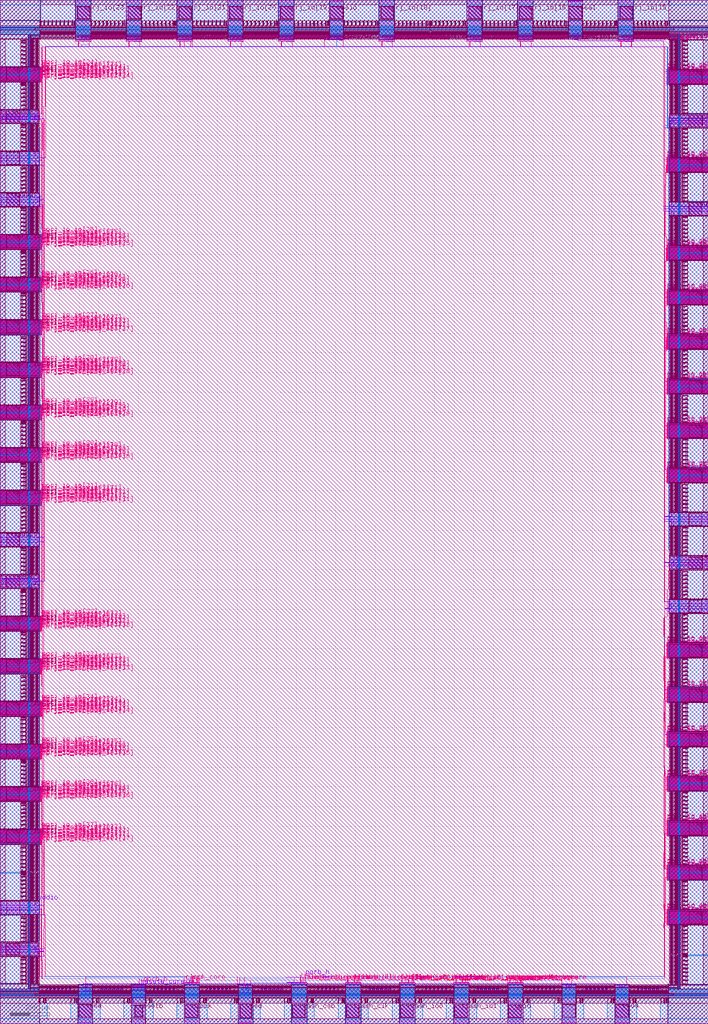
<source format=lef>
# Copyright 2020 The SkyWater PDK Authors
#
# Licensed under the Apache License, Version 2.0 (the "License");
# you may not use this file except in compliance with the License.
# You may obtain a copy of the License at
#
#     https://www.apache.org/licenses/LICENSE-2.0
#
# Unless required by applicable law or agreed to in writing, software
# distributed under the License is distributed on an "AS IS" BASIS,
# WITHOUT WARRANTIES OR CONDITIONS OF ANY KIND, either express or implied.
# See the License for the specific language governing permissions and
# limitations under the License.
#
# SPDX-License-Identifier: Apache-2.0

VERSION 5.7 ;

BUSBITCHARS "[]" ;
DIVIDERCHAR "/" ;

UNITS
  TIME NANOSECONDS 1 ;
  CAPACITANCE PICOFARADS 1 ;
  RESISTANCE OHMS 1 ;
  DATABASE MICRONS 1000 ;
END UNITS

MANUFACTURINGGRID 0.005 ;

PROPERTYDEFINITIONS
  LAYER LEF58_TYPE STRING ;
END PROPERTYDEFINITIONS

# High voltage, single height
SITE unithv
  SYMMETRY Y ;
  CLASS CORE ;
  SIZE 0.48 BY 4.07 ;
END unithv

# High voltage, double height
SITE unithvdbl
  SYMMETRY Y ;
  CLASS CORE ;
  SIZE 0.48 BY 8.14 ;
END unithvdbl

LAYER nwell
  TYPE MASTERSLICE ;
  PROPERTY LEF58_TYPE "TYPE NWELL ;" ;
END nwell

LAYER pwell
  TYPE MASTERSLICE ;
  PROPERTY LEF58_TYPE "TYPE NWELL ;" ;
END pwell

LAYER li1
  TYPE ROUTING ;
  DIRECTION VERTICAL ;

  PITCH 0.48 ;
  MINWIDTH 0.17 ;

  WIDTH 0.17 ;          # LI 1
  # SPACING  0.17 ;     # LI 2
  SPACINGTABLE
     PARALLELRUNLENGTH 0
     WIDTH 0 0.17 ;
  AREA 0.0561 ;         # LI 6
  THICKNESS 0.1 ;
  EDGECAPACITANCE 40.697E-6 ;
  CAPACITANCE CPERSQDIST 36.9866E-6 ;
  RESISTANCE RPERSQ 12.2 ;

  ANTENNADIFFSIDEAREARATIO PWL ( ( 0 75 ) ( 0.0125 75 ) ( 0.0225 85.125 ) ( 22.5 10200 ) ) ;
END li1

LAYER mcon
  TYPE CUT ;

  WIDTH 0.17 ;                # Mcon 1
  SPACING 0.19 ;              # Mcon 2
  ENCLOSURE BELOW 0 0 ;       # Mcon 4
  ENCLOSURE ABOVE 0.03 0.06 ; # Met1 4 / Met1 5

  ANTENNADIFFAREARATIO PWL ( ( 0 3 ) ( 0.0125 3 ) ( 0.0225 3.405 ) ( 22.5 408 ) ) ;
  DCCURRENTDENSITY AVERAGE 0.36 ; # mA per via Iavg_max at Tj = 90oC

END mcon

LAYER met1
  TYPE ROUTING ;
  DIRECTION HORIZONTAL ;

  PITCH 0.37 ;
  MINENCLOSEDAREA 0.14 ;
  MINWIDTH 0.14 ;

  WIDTH 0.14 ;                     # Met1 1
  # SPACING 0.14 ;                 # Met1 2
  # SPACING 0.28 RANGE 3.001 100 ; # Met1 3b
  SPACINGTABLE
     PARALLELRUNLENGTH 0
     WIDTH 0 0.14
     WIDTH 3 0.28 ;
  AREA 0.083 ;                     # Met1 6
  THICKNESS 0.35 ;

  ANTENNADIFFSIDEAREARATIO PWL ( ( 0 400 ) ( 0.0125 400 ) ( 0.0225 2609 ) ( 22.5 11600 ) ) ;

  EDGECAPACITANCE 40.567E-6 ;
  CAPACITANCE CPERSQDIST 25.7784E-6 ;
  DCCURRENTDENSITY AVERAGE 2.8 ; # mA/um Iavg_max at Tj = 90oC
  ACCURRENTDENSITY RMS 6.1 ; # mA/um Irms_max at Tj = 90oC

  RESISTANCE RPERSQ 0.125 ;
END met1

LAYER via
  TYPE CUT ;
  WIDTH 0.15 ;                  # Via 1a
  SPACING 0.17 ;                # Via 2
  ENCLOSURE BELOW 0.055 0.085 ; # Via 4a / Via 5a
  ENCLOSURE ABOVE 0.055 0.085 ; # Met2 4 / Met2 5

  ANTENNADIFFAREARATIO PWL ( ( 0 6 ) ( 0.0125 6 ) ( 0.0225 6.81 ) ( 22.5 816 ) ) ;
  DCCURRENTDENSITY AVERAGE 0.29 ; # mA per via Iavg_max at Tj = 90oC
END via

LAYER met2
  TYPE ROUTING ;
  DIRECTION VERTICAL ;

  PITCH 0.48 ;
  MINENCLOSEDAREA 0.14 ;
  MINWIDTH 0.14 ;

  WIDTH 0.14 ;                        # Met2 1
  # SPACING  0.14 ;                   # Met2 2
  # SPACING  0.28 RANGE 3.001 100 ;   # Met2 3b
  SPACINGTABLE
     PARALLELRUNLENGTH 0
     WIDTH 0 0.14
     WIDTH 3 0.28 ;
  AREA 0.0676 ;                       # Met2 6
  THICKNESS 0.35 ;

  EDGECAPACITANCE 37.759E-6 ;
  CAPACITANCE CPERSQDIST 16.9423E-6 ;
  RESISTANCE RPERSQ 0.125 ;
  DCCURRENTDENSITY AVERAGE 2.8 ; # mA/um Iavg_max at Tj = 90oC
  ACCURRENTDENSITY RMS 6.1 ; # mA/um Irms_max at Tj = 90oC
  ANTENNADIFFSIDEAREARATIO PWL ( ( 0 400 ) ( 0.0125 400 ) ( 0.0225 2609 ) ( 22.5 11600 ) ) ;
END met2

# ******** Layer via2, type routing, number 44 **************
LAYER via2
  TYPE CUT ;
  WIDTH 0.2 ;                   # Via2 1
  SPACING 0.2 ;                 # Via2 2
  ENCLOSURE BELOW 0.04 0.085 ;  # Via2 4
  ENCLOSURE ABOVE 0.065 0.065 ; # Met3 4
  ANTENNADIFFAREARATIO PWL ( ( 0 6 ) ( 0.0125 6 ) ( 0.0225 6.81 ) ( 22.5 816 ) ) ;
  DCCURRENTDENSITY AVERAGE 0.48 ; # mA per via Iavg_max at Tj = 90oC
END via2

LAYER met3
  TYPE ROUTING ;
  DIRECTION HORIZONTAL ;

  PITCH 0.74 ;
  MINWIDTH 0.3 ;

  WIDTH 0.3 ;              # Met3 1
  # SPACING 0.3 ;          # Met3 2
  SPACINGTABLE
     PARALLELRUNLENGTH 0
     WIDTH 0 0.3
     WIDTH 3 0.4 ;
  AREA 0.24 ;              # Met3 6
  THICKNESS 0.8 ;

  EDGECAPACITANCE 40.989E-6 ;
  CAPACITANCE CPERSQDIST 12.3729E-6 ;
  RESISTANCE RPERSQ 0.047 ;
  DCCURRENTDENSITY AVERAGE 6.8 ; # mA/um Iavg_max at Tj = 90oC
  ACCURRENTDENSITY RMS 14.9 ; # mA/um Irms_max at Tj = 90oC

  ANTENNADIFFSIDEAREARATIO PWL ( ( 0 400 ) ( 0.0125 400 ) ( 0.0225 2609 ) ( 22.5 11600 ) ) ;
END met3

LAYER via3
  TYPE CUT ;
  WIDTH 0.2 ;                   # Via3 1
  SPACING 0.2 ;                 # Via3 2
  ENCLOSURE BELOW 0.06 0.09 ;   # Via3 4 / Via3 5
  ENCLOSURE ABOVE 0.065 0.065 ; # Met4 3
  ANTENNADIFFAREARATIO PWL ( ( 0 6 ) ( 0.0125 6 ) ( 0.0225 6.81 ) ( 22.5 816 ) ) ;
  DCCURRENTDENSITY AVERAGE 0.48 ; # mA per via Iavg_max at Tj = 90oC
END via3

LAYER met4
  TYPE ROUTING ;
  DIRECTION VERTICAL ;

  PITCH 0.96 ;
  MINWIDTH 0.3 ;

  WIDTH 0.3 ;             # Met4 1
  # SPACING  0.3 ;             # Met4 2
  SPACINGTABLE
     PARALLELRUNLENGTH 0
     WIDTH 0 0.3
     WIDTH 3 0.4 ;
  AREA 0.24 ;              # Met4 4a

  THICKNESS 0.8 ;

  EDGECAPACITANCE 36.676E-6 ;
  CAPACITANCE CPERSQDIST 8.41537E-6 ;
  RESISTANCE RPERSQ 0.047 ;
  DCCURRENTDENSITY AVERAGE 6.8 ; # mA/um Iavg_max at Tj = 90oC
  ACCURRENTDENSITY RMS 14.9 ; # mA/um Irms_max at Tj = 90oC

  ANTENNADIFFSIDEAREARATIO PWL ( ( 0 400 ) ( 0.0125 400 ) ( 0.0225 2609 ) ( 22.5 11600 ) ) ;
END met4

LAYER via4
  TYPE CUT ;

  WIDTH 0.8 ;                 # Via4 1
  SPACING 0.8 ;               # Via4 2
  ENCLOSURE BELOW 0.19 0.19 ; # Via4 4
  ENCLOSURE ABOVE 0.31 0.31 ; # Met5 3
  ANTENNADIFFAREARATIO PWL ( ( 0 6 ) ( 0.0125 6 ) ( 0.0225 6.81 ) ( 22.5 816 ) ) ;
  DCCURRENTDENSITY AVERAGE 2.49 ; # mA per via Iavg_max at Tj = 90oC
END via4

LAYER met5
  TYPE ROUTING ;
  DIRECTION HORIZONTAL ;

  PITCH 3.33 ;
  MINWIDTH 1.6 ;

  WIDTH 1.6 ;            # Met5 1
  #SPACING  1.6 ;        # Met5 2
  SPACINGTABLE
     PARALLELRUNLENGTH 0
     WIDTH 0 1.6 ;
  AREA 4 ;               # Met5 4

  THICKNESS 1.2 ;

  EDGECAPACITANCE 38.851E-6 ;
  CAPACITANCE CPERSQDIST 6.32063E-6 ;
  RESISTANCE RPERSQ 0.0285 ;
  DCCURRENTDENSITY AVERAGE 10.17 ; # mA/um Iavg_max at Tj = 90oC
  ACCURRENTDENSITY RMS 22.34 ; # mA/um Irms_max at Tj = 90oC

  ANTENNADIFFSIDEAREARATIO PWL ( ( 0 400 ) ( 0.0125 400 ) ( 0.0225 2609 ) ( 22.5 11600 ) ) ;
END met5


### Routing via cells section   ###
# Plus via rule, metals are along the prefered direction
VIA L1M1_PR DEFAULT
  LAYER mcon ;
  RECT -0.085 -0.085 0.085 0.085 ;
  LAYER li1 ;
  RECT -0.085 -0.085 0.085 0.085 ;
  LAYER met1 ;
  RECT -0.145 -0.115 0.145 0.115 ;
END L1M1_PR

VIARULE L1M1_PR GENERATE
  LAYER li1 ;
  ENCLOSURE 0 0 ;
  LAYER met1 ;
  ENCLOSURE 0.06 0.03 ;
  LAYER mcon ;
  RECT -0.085 -0.085 0.085 0.085 ;
  SPACING 0.36 BY 0.36 ;
END L1M1_PR

# Plus via rule, metals are along the non prefered direction
VIA L1M1_PR_R DEFAULT
  LAYER mcon ;
  RECT -0.085 -0.085 0.085 0.085 ;
  LAYER li1 ;
  RECT -0.085 -0.085 0.085 0.085 ;
  LAYER met1 ;
  RECT -0.115 -0.145 0.115 0.145 ;
END L1M1_PR_R

VIARULE L1M1_PR_R GENERATE
  LAYER li1 ;
  ENCLOSURE 0 0 ;
  LAYER met1 ;
  ENCLOSURE 0.03 0.06 ;
  LAYER mcon ;
  RECT -0.085 -0.085 0.085 0.085 ;
  SPACING 0.36 BY 0.36 ;
END L1M1_PR_R

# Minus via rule, lower layer metal is along prefered direction
VIA L1M1_PR_M DEFAULT
  LAYER mcon ;
  RECT -0.085 -0.085 0.085 0.085 ;
  LAYER li1 ;
  RECT -0.085 -0.085 0.085 0.085 ;
  LAYER met1 ;
  RECT -0.115 -0.145 0.115 0.145 ;
END L1M1_PR_M

VIARULE L1M1_PR_M GENERATE
  LAYER li1 ;
  ENCLOSURE 0 0 ;
  LAYER met1 ;
  ENCLOSURE 0.03 0.06 ;
  LAYER mcon ;
  RECT -0.085 -0.085 0.085 0.085 ;
  SPACING 0.36 BY 0.36 ;
END L1M1_PR_M

# Minus via rule, upper layer metal is along prefered direction
VIA L1M1_PR_MR DEFAULT
  LAYER mcon ;
  RECT -0.085 -0.085 0.085 0.085 ;
  LAYER li1 ;
  RECT -0.085 -0.085 0.085 0.085 ;
  LAYER met1 ;
  RECT -0.145 -0.115 0.145 0.115 ;
END L1M1_PR_MR

VIARULE L1M1_PR_MR GENERATE
  LAYER li1 ;
  ENCLOSURE 0 0 ;
  LAYER met1 ;
  ENCLOSURE 0.06 0.03 ;
  LAYER mcon ;
  RECT -0.085 -0.085 0.085 0.085 ;
  SPACING 0.36 BY 0.36 ;
END L1M1_PR_MR

# Centered via rule, we really do not want to use it
VIA L1M1_PR_C DEFAULT
  LAYER mcon ;
  RECT -0.085 -0.085 0.085 0.085 ;
  LAYER li1 ;
  RECT -0.085 -0.085 0.085 0.085 ;
  LAYER met1 ;
  RECT -0.145 -0.145 0.145 0.145 ;
END L1M1_PR_C

VIARULE L1M1_PR_C GENERATE
  LAYER li1 ;
  ENCLOSURE 0 0 ;
  LAYER met1 ;
  ENCLOSURE 0.06 0.06 ;
  LAYER mcon ;
  RECT -0.085 -0.085 0.085 0.085 ;
  SPACING 0.36 BY 0.36 ;
END L1M1_PR_C

# Plus via rule, metals are along the prefered direction
VIA M1M2_PR DEFAULT
  LAYER via ;
  RECT -0.075 -0.075 0.075 0.075 ;
  LAYER met1 ;
  RECT -0.16 -0.13 0.16 0.13 ;
  LAYER met2 ;
  RECT -0.13 -0.16 0.13 0.16 ;
END M1M2_PR

VIARULE M1M2_PR GENERATE
  LAYER met1 ;
  ENCLOSURE 0.085 0.055 ;
  LAYER met2 ;
  ENCLOSURE 0.055 0.085 ;
  LAYER via ;
  RECT -0.075 -0.075 0.075 0.075 ;
  SPACING 0.32 BY 0.32 ;
END M1M2_PR

# Plus via rule, metals are along the non prefered direction
VIA M1M2_PR_R DEFAULT
  LAYER via ;
  RECT -0.075 -0.075 0.075 0.075 ;
  LAYER met1 ;
  RECT -0.13 -0.16 0.13 0.16 ;
  LAYER met2 ;
  RECT -0.16 -0.13 0.16 0.13 ;
END M1M2_PR_R

VIARULE M1M2_PR_R GENERATE
  LAYER met1 ;
  ENCLOSURE 0.055 0.085 ;
  LAYER met2 ;
  ENCLOSURE 0.085 0.055 ;
  LAYER via ;
  RECT -0.075 -0.075 0.075 0.075 ;
  SPACING 0.32 BY 0.32 ;
END M1M2_PR_R

# Minus via rule, lower layer metal is along prefered direction
VIA M1M2_PR_M DEFAULT
  LAYER via ;
  RECT -0.075 -0.075 0.075 0.075 ;
  LAYER met1 ;
  RECT -0.16 -0.13 0.16 0.13 ;
  LAYER met2 ;
  RECT -0.16 -0.13 0.16 0.13 ;
END M1M2_PR_M

VIARULE M1M2_PR_M GENERATE
  LAYER met1 ;
  ENCLOSURE 0.085 0.055 ;
  LAYER met2 ;
  ENCLOSURE 0.085 0.055 ;
  LAYER via ;
  RECT -0.075 -0.075 0.075 0.075 ;
  SPACING 0.32 BY 0.32 ;
END M1M2_PR_M

# Minus via rule, upper layer metal is along prefered direction
VIA M1M2_PR_MR DEFAULT
  LAYER via ;
  RECT -0.075 -0.075 0.075 0.075 ;
  LAYER met1 ;
  RECT -0.13 -0.16 0.13 0.16 ;
  LAYER met2 ;
  RECT -0.13 -0.16 0.13 0.16 ;
END M1M2_PR_MR

VIARULE M1M2_PR_MR GENERATE
  LAYER met1 ;
  ENCLOSURE 0.055 0.085 ;
  LAYER met2 ;
  ENCLOSURE 0.055 0.085 ;
  LAYER via ;
  RECT -0.075 -0.075 0.075 0.075 ;
  SPACING 0.32 BY 0.32 ;
END M1M2_PR_MR

# Centered via rule, we really do not want to use it
VIA M1M2_PR_C DEFAULT
  LAYER via ;
  RECT -0.075 -0.075 0.075 0.075 ;
  LAYER met1 ;
  RECT -0.16 -0.16 0.16 0.16 ;
  LAYER met2 ;
  RECT -0.16 -0.16 0.16 0.16 ;
END M1M2_PR_C

VIARULE M1M2_PR_C GENERATE
  LAYER met1 ;
  ENCLOSURE 0.085 0.085 ;
  LAYER met2 ;
  ENCLOSURE 0.085 0.085 ;
  LAYER via ;
  RECT -0.075 -0.075 0.075 0.075 ;
  SPACING 0.32 BY 0.32 ;
END M1M2_PR_C

# Plus via rule, metals are along the prefered direction
VIA M2M3_PR DEFAULT
  LAYER via2 ;
  RECT -0.1 -0.1 0.1 0.1 ;
  LAYER met2 ;
  RECT -0.14 -0.185 0.14 0.185 ;
  LAYER met3 ;
  RECT -0.165 -0.165 0.165 0.165 ;
END M2M3_PR

VIARULE M2M3_PR GENERATE
  LAYER met2 ;
  ENCLOSURE 0.04 0.085 ;
  LAYER met3 ;
  ENCLOSURE 0.065 0.065 ;
  LAYER via2 ;
  RECT -0.1 -0.1 0.1 0.1 ;
  SPACING 0.4 BY 0.4 ;
END M2M3_PR

# Plus via rule, metals are along the non prefered direction
VIA M2M3_PR_R DEFAULT
  LAYER via2 ;
  RECT -0.1 -0.1 0.1 0.1 ;
  LAYER met2 ;
  RECT -0.185 -0.14 0.185 0.14 ;
  LAYER met3 ;
  RECT -0.165 -0.165 0.165 0.165 ;
END M2M3_PR_R

VIARULE M2M3_PR_R GENERATE
  LAYER met2 ;
  ENCLOSURE 0.085 0.04 ;
  LAYER met3 ;
  ENCLOSURE 0.065 0.065 ;
  LAYER via2 ;
  RECT -0.1 -0.1 0.1 0.1 ;
  SPACING 0.4 BY 0.4 ;
END M2M3_PR_R

# Minus via rule, lower layer metal is along prefered direction
VIA M2M3_PR_M DEFAULT
  LAYER via2 ;
  RECT -0.1 -0.1 0.1 0.1 ;
  LAYER met2 ;
  RECT -0.14 -0.185 0.14 0.185 ;
  LAYER met3 ;
  RECT -0.165 -0.165 0.165 0.165 ;
END M2M3_PR_M

VIARULE M2M3_PR_M GENERATE
  LAYER met2 ;
  ENCLOSURE 0.04 0.085 ;
  LAYER met3 ;
  ENCLOSURE 0.065 0.065 ;
  LAYER via2 ;
  RECT -0.1 -0.1 0.1 0.1 ;
  SPACING 0.4 BY 0.4 ;
END M2M3_PR_M

# Minus via rule, upper layer metal is along prefered direction
VIA M2M3_PR_MR DEFAULT
  LAYER via2 ;
  RECT -0.1 -0.1 0.1 0.1 ;
  LAYER met2 ;
  RECT -0.185 -0.14 0.185 0.14 ;
  LAYER met3 ;
  RECT -0.165 -0.165 0.165 0.165 ;
END M2M3_PR_MR

VIARULE M2M3_PR_MR GENERATE
  LAYER met2 ;
  ENCLOSURE 0.085 0.04 ;
  LAYER met3 ;
  ENCLOSURE 0.065 0.065 ;
  LAYER via2 ;
  RECT -0.1 -0.1 0.1 0.1 ;
  SPACING 0.4 BY 0.4 ;
END M2M3_PR_MR

# Centered via rule, we really do not want to use it
VIA M2M3_PR_C DEFAULT
  LAYER via2 ;
  RECT -0.1 -0.1 0.1 0.1 ;
  LAYER met2 ;
  RECT -0.185 -0.185 0.185 0.185 ;
  LAYER met3 ;
  RECT -0.165 -0.165 0.165 0.165 ;
END M2M3_PR_C

VIARULE M2M3_PR_C GENERATE
  LAYER met2 ;
  ENCLOSURE 0.085 0.085 ;
  LAYER met3 ;
  ENCLOSURE 0.065 0.065 ;
  LAYER via2 ;
  RECT -0.1 -0.1 0.1 0.1 ;
  SPACING 0.4 BY 0.4 ;
END M2M3_PR_C

# Plus via rule, metals are along the prefered direction
VIA M3M4_PR DEFAULT
  LAYER via3 ;
  RECT -0.1 -0.1 0.1 0.1 ;
  LAYER met3 ;
  RECT -0.19 -0.16 0.19 0.16 ;
  LAYER met4 ;
  RECT -0.165 -0.165 0.165 0.165 ;
END M3M4_PR

VIARULE M3M4_PR GENERATE
  LAYER met3 ;
  ENCLOSURE 0.09 0.06 ;
  LAYER met4 ;
  ENCLOSURE 0.065 0.065 ;
  LAYER via3 ;
  RECT -0.1 -0.1 0.1 0.1 ;
  SPACING 0.4 BY 0.4 ;
END M3M4_PR

# Plus via rule, metals are along the non prefered direction
VIA M3M4_PR_R DEFAULT
  LAYER via3 ;
  RECT -0.1 -0.1 0.1 0.1 ;
  LAYER met3 ;
  RECT -0.16 -0.19 0.16 0.19 ;
  LAYER met4 ;
  RECT -0.165 -0.165 0.165 0.165 ;
END M3M4_PR_R

VIARULE M3M4_PR_R GENERATE
  LAYER met3 ;
  ENCLOSURE 0.06 0.09 ;
  LAYER met4 ;
  ENCLOSURE 0.065 0.065 ;
  LAYER via3 ;
  RECT -0.1 -0.1 0.1 0.1 ;
  SPACING 0.4 BY 0.4 ;
END M3M4_PR_R

# Minus via rule, lower layer metal is along prefered direction
VIA M3M4_PR_M DEFAULT
  LAYER via3 ;
  RECT -0.1 -0.1 0.1 0.1 ;
  LAYER met3 ;
  RECT -0.19 -0.16 0.19 0.16 ;
  LAYER met4 ;
  RECT -0.165 -0.165 0.165 0.165 ;
END M3M4_PR_M

VIARULE M3M4_PR_M GENERATE
  LAYER met3 ;
  ENCLOSURE 0.09 0.06 ;
  LAYER met4 ;
  ENCLOSURE 0.065 0.065 ;
  LAYER via3 ;
  RECT -0.1 -0.1 0.1 0.1 ;
  SPACING 0.4 BY 0.4 ;
END M3M4_PR_M

# Minus via rule, upper layer metal is along prefered direction
VIA M3M4_PR_MR DEFAULT
  LAYER via3 ;
  RECT -0.1 -0.1 0.1 0.1 ;
  LAYER met3 ;
  RECT -0.16 -0.19 0.16 0.19 ;
  LAYER met4 ;
  RECT -0.165 -0.165 0.165 0.165 ;
END M3M4_PR_MR

VIARULE M3M4_PR_MR GENERATE
  LAYER met3 ;
  ENCLOSURE 0.06 0.09 ;
  LAYER met4 ;
  ENCLOSURE 0.065 0.065 ;
  LAYER via3 ;
  RECT -0.1 -0.1 0.1 0.1 ;
  SPACING 0.4 BY 0.4 ;
END M3M4_PR_MR

# Centered via rule, we really do not want to use it
VIA M3M4_PR_C DEFAULT
  LAYER via3 ;
  RECT -0.1 -0.1 0.1 0.1 ;
  LAYER met3 ;
  RECT -0.19 -0.19 0.19 0.19 ;
  LAYER met4 ;
  RECT -0.165 -0.165 0.165 0.165 ;
END M3M4_PR_C

VIARULE M3M4_PR_C GENERATE
  LAYER met3 ;
  ENCLOSURE 0.09 0.09 ;
  LAYER met4 ;
  ENCLOSURE 0.065 0.065 ;
  LAYER via3 ;
  RECT -0.1 -0.1 0.1 0.1 ;
  SPACING 0.4 BY 0.4 ;
END M3M4_PR_C

# Plus via rule, metals are along the prefered direction
VIA M4M5_PR DEFAULT
  LAYER via4 ;
  RECT -0.4 -0.4 0.4 0.4 ;
  LAYER met4 ;
  RECT -0.59 -0.59 0.59 0.59 ;
  LAYER met5 ;
  RECT -0.71 -0.71 0.71 0.71 ;
END M4M5_PR

VIARULE M4M5_PR GENERATE
  LAYER met4 ;
  ENCLOSURE 0.19 0.19 ;
  LAYER met5 ;
  ENCLOSURE 0.31 0.31 ;
  LAYER via4 ;
  RECT -0.4 -0.4 0.4 0.4 ;
  SPACING 1.6 BY 1.6 ;
END M4M5_PR

# Plus via rule, metals are along the non prefered direction
VIA M4M5_PR_R DEFAULT
  LAYER via4 ;
  RECT -0.4 -0.4 0.4 0.4 ;
  LAYER met4 ;
  RECT -0.59 -0.59 0.59 0.59 ;
  LAYER met5 ;
  RECT -0.71 -0.71 0.71 0.71 ;
END M4M5_PR_R

VIARULE M4M5_PR_R GENERATE
  LAYER met4 ;
  ENCLOSURE 0.19 0.19 ;
  LAYER met5 ;
  ENCLOSURE 0.31 0.31 ;
  LAYER via4 ;
  RECT -0.4 -0.4 0.4 0.4 ;
  SPACING 1.6 BY 1.6 ;
END M4M5_PR_R

# Minus via rule, lower layer metal is along prefered direction
VIA M4M5_PR_M DEFAULT
  LAYER via4 ;
  RECT -0.4 -0.4 0.4 0.4 ;
  LAYER met4 ;
  RECT -0.59 -0.59 0.59 0.59 ;
  LAYER met5 ;
  RECT -0.71 -0.71 0.71 0.71 ;
END M4M5_PR_M

VIARULE M4M5_PR_M GENERATE
  LAYER met4 ;
  ENCLOSURE 0.19 0.19 ;
  LAYER met5 ;
  ENCLOSURE 0.31 0.31 ;
  LAYER via4 ;
  RECT -0.4 -0.4 0.4 0.4 ;
  SPACING 1.6 BY 1.6 ;
END M4M5_PR_M

# Minus via rule, upper layer metal is along prefered direction
VIA M4M5_PR_MR DEFAULT
  LAYER via4 ;
  RECT -0.4 -0.4 0.4 0.4 ;
  LAYER met4 ;
  RECT -0.59 -0.59 0.59 0.59 ;
  LAYER met5 ;
  RECT -0.71 -0.71 0.71 0.71 ;
END M4M5_PR_MR

VIARULE M4M5_PR_MR GENERATE
  LAYER met4 ;
  ENCLOSURE 0.19 0.19 ;
  LAYER met5 ;
  ENCLOSURE 0.31 0.31 ;
  LAYER via4 ;
  RECT -0.4 -0.4 0.4 0.4 ;
  SPACING 1.6 BY 1.6 ;
END M4M5_PR_MR

# Centered via rule, we really do not want to use it
VIA M4M5_PR_C DEFAULT
  LAYER via4 ;
  RECT -0.4 -0.4 0.4 0.4 ;
  LAYER met4 ;
  RECT -0.59 -0.59 0.59 0.59 ;
  LAYER met5 ;
  RECT -0.71 -0.71 0.71 0.71 ;
END M4M5_PR_C

VIARULE M4M5_PR_C GENERATE
  LAYER met4 ;
  ENCLOSURE 0.19 0.19 ;
  LAYER met5 ;
  ENCLOSURE 0.31 0.31 ;
  LAYER via4 ;
  RECT -0.4 -0.4 0.4 0.4 ;
  SPACING 1.6 BY 1.6 ;
END M4M5_PR_C
###  end of single via cells   ###


MACRO sky130_fd_sc_hvl__dfsbp_1
  CLASS CORE ;
  FOREIGN sky130_fd_sc_hvl__dfsbp_1 ;
  ORIGIN  0.000000  0.000000 ;
  SIZE  17.76000 BY  4.070000 ;
  SYMMETRY X Y ;
  SITE unithv ;
  PIN D
    ANTENNAGATEAREA  0.420000 ;
    DIRECTION INPUT ;
    USE SIGNAL ;
    PORT
      LAYER li1 ;
        RECT 2.525000 1.515000 2.875000 2.145000 ;
    END
  END D
  PIN Q
    ANTENNADIFFAREA  0.498750 ;
    DIRECTION OUTPUT ;
    USE SIGNAL ;
    PORT
      LAYER li1 ;
        RECT 17.300000 0.495000 17.635000 1.325000 ;
        RECT 17.300000 2.355000 17.635000 3.435000 ;
        RECT 17.405000 1.325000 17.635000 2.355000 ;
    END
  END Q
  PIN Q_N
    ANTENNADIFFAREA  0.641250 ;
    DIRECTION OUTPUT ;
    USE SIGNAL ;
    PORT
      LAYER li1 ;
        RECT 15.015000 0.495000 15.375000 3.755000 ;
    END
  END Q_N
  PIN SET_B
    ANTENNAGATEAREA  0.840000 ;
    DIRECTION INPUT ;
    USE SIGNAL ;
    PORT
      LAYER li1 ;
        RECT  6.985000 1.155000 10.330000 1.325000 ;
        RECT 10.160000 1.325000 10.330000 1.605000 ;
        RECT 10.160000 1.605000 10.885000 1.775000 ;
        RECT 10.715000 1.775000 10.885000 1.975000 ;
        RECT 10.715000 1.975000 12.830000 2.145000 ;
        RECT 12.150000 1.555000 12.830000 1.975000 ;
    END
  END SET_B
  PIN CLK
    ANTENNAGATEAREA  0.585000 ;
    DIRECTION INPUT ;
    USE CLOCK ;
    PORT
      LAYER li1 ;
        RECT 0.560000 1.550000 0.890000 2.520000 ;
    END
  END CLK
  PIN VGND
    DIRECTION INOUT ;
    USE GROUND ;
    PORT
      LAYER met1 ;
        RECT 0.000000 0.255000 17.760000 0.625000 ;
    END
  END VGND
  PIN VNB
    DIRECTION INOUT ;
    USE GROUND ;
    PORT
      LAYER met1 ;
        RECT 0.000000 -0.115000 17.760000 0.115000 ;
    END
  END VNB
  PIN VPB
    DIRECTION INOUT ;
    USE POWER ;
    PORT
      LAYER met1 ;
        RECT 0.000000 3.955000 17.760000 4.185000 ;
    END
  END VPB
  PIN VPWR
    DIRECTION INOUT ;
    USE POWER ;
    PORT
      LAYER met1 ;
        RECT 0.000000 3.445000 17.760000 3.815000 ;
    END
  END VPWR
  OBS
    LAYER li1 ;
      RECT  0.000000 -0.085000 17.760000 0.085000 ;
      RECT  0.000000  3.985000 17.760000 4.155000 ;
      RECT  0.110000  0.540000  0.360000 1.200000 ;
      RECT  0.110000  1.200000  1.590000 1.370000 ;
      RECT  0.110000  1.370000  0.380000 3.450000 ;
      RECT  0.540000  0.365000  1.490000 1.020000 ;
      RECT  0.650000  2.700000  1.240000 3.705000 ;
      RECT  1.260000  1.370000  1.590000 1.870000 ;
      RECT  1.420000  1.870000  1.590000 3.630000 ;
      RECT  1.420000  3.630000  2.290000 3.800000 ;
      RECT  1.670000  0.540000  2.000000 1.000000 ;
      RECT  1.770000  1.000000  2.000000 1.165000 ;
      RECT  1.770000  1.165000  2.820000 1.335000 ;
      RECT  1.770000  1.335000  1.940000 3.450000 ;
      RECT  2.120000  2.325000  3.025000 2.495000 ;
      RECT  2.120000  2.495000  2.290000 3.630000 ;
      RECT  2.220000  0.365000  2.470000 0.985000 ;
      RECT  2.470000  2.675000  2.675000 3.705000 ;
      RECT  2.650000  0.265000  4.460000 0.435000 ;
      RECT  2.650000  0.435000  2.820000 1.165000 ;
      RECT  2.855000  2.495000  3.025000 3.355000 ;
      RECT  2.855000  3.355000  5.500000 3.525000 ;
      RECT  3.000000  0.615000  3.375000 1.005000 ;
      RECT  3.205000  1.005000  3.375000 2.675000 ;
      RECT  3.205000  2.675000  3.545000 3.175000 ;
      RECT  3.555000  1.105000  3.725000 2.225000 ;
      RECT  3.555000  2.225000  4.800000 2.395000 ;
      RECT  3.725000  2.395000  3.895000 3.355000 ;
      RECT  3.780000  0.615000  4.110000 0.925000 ;
      RECT  3.905000  0.925000  4.075000 1.855000 ;
      RECT  3.905000  1.855000  8.060000 2.025000 ;
      RECT  4.075000  2.675000  4.405000 3.005000 ;
      RECT  4.075000  3.005000  5.150000 3.175000 ;
      RECT  4.255000  1.105000  4.585000 1.505000 ;
      RECT  4.255000  1.505000  9.470000 1.675000 ;
      RECT  4.290000  0.435000  4.460000 1.105000 ;
      RECT  4.585000  2.395000  4.800000 2.555000 ;
      RECT  4.650000  0.365000  5.600000 0.905000 ;
      RECT  4.945000  1.085000  6.150000 1.325000 ;
      RECT  4.980000  2.025000  5.150000 3.005000 ;
      RECT  5.330000  2.205000  7.025000 2.375000 ;
      RECT  5.330000  2.555000  6.595000 2.725000 ;
      RECT  5.330000  2.725000  5.500000 3.355000 ;
      RECT  5.680000  2.905000  6.245000 3.705000 ;
      RECT  5.820000  0.515000  6.150000 1.085000 ;
      RECT  6.425000  2.725000  6.595000 3.355000 ;
      RECT  6.425000  3.355000  7.675000 3.525000 ;
      RECT  6.775000  2.375000  7.025000 3.175000 ;
      RECT  6.785000  0.365000  7.735000 0.975000 ;
      RECT  7.505000  2.545000  9.120000 2.715000 ;
      RECT  7.505000  2.715000  7.675000 3.355000 ;
      RECT  7.730000  2.025000  8.060000 2.365000 ;
      RECT  7.855000  2.895000  8.805000 3.705000 ;
      RECT  8.185000  0.375000 11.110000 0.545000 ;
      RECT  8.185000  0.545000  8.515000 0.975000 ;
      RECT  8.755000  0.725000 10.680000 0.975000 ;
      RECT  8.870000  1.885000  9.120000 2.545000 ;
      RECT  9.300000  1.675000  9.470000 2.305000 ;
      RECT  9.300000  2.305000 10.185000 2.475000 ;
      RECT  9.345000  2.675000  9.675000 3.585000 ;
      RECT  9.345000  3.585000 10.535000 3.755000 ;
      RECT  9.650000  1.505000  9.980000 1.955000 ;
      RECT  9.650000  1.955000 10.535000 2.125000 ;
      RECT  9.855000  2.475000 10.185000 2.555000 ;
      RECT 10.365000  2.125000 10.535000 2.325000 ;
      RECT 10.365000  2.325000 13.180000 2.495000 ;
      RECT 10.365000  2.495000 10.535000 3.585000 ;
      RECT 10.510000  0.975000 10.680000 1.255000 ;
      RECT 10.510000  1.255000 11.460000 1.425000 ;
      RECT 10.715000  2.675000 11.665000 3.705000 ;
      RECT 10.860000  0.545000 11.110000 1.075000 ;
      RECT 11.290000  0.515000 11.660000 0.975000 ;
      RECT 11.290000  0.975000 11.460000 1.255000 ;
      RECT 11.640000  1.155000 11.970000 1.205000 ;
      RECT 11.640000  1.205000 14.395000 1.375000 ;
      RECT 11.640000  1.375000 11.970000 1.795000 ;
      RECT 12.035000  2.495000 13.180000 3.175000 ;
      RECT 12.200000  0.365000 13.150000 0.975000 ;
      RECT 13.010000  1.555000 14.045000 1.725000 ;
      RECT 13.010000  1.725000 13.180000 2.325000 ;
      RECT 13.360000  1.905000 14.395000 2.075000 ;
      RECT 13.360000  2.075000 13.690000 2.675000 ;
      RECT 13.390000  0.825000 13.720000 1.205000 ;
      RECT 13.870000  2.255000 14.820000 3.755000 ;
      RECT 13.900000  0.365000 14.835000 1.025000 ;
      RECT 14.225000  1.375000 14.395000 1.905000 ;
      RECT 15.625000  0.825000 15.975000 1.505000 ;
      RECT 15.625000  1.505000 17.175000 1.675000 ;
      RECT 15.625000  1.675000 15.955000 3.185000 ;
      RECT 16.135000  2.355000 17.085000 3.705000 ;
      RECT 16.155000  0.365000 17.105000 1.305000 ;
      RECT 16.845000  1.675000 17.175000 2.175000 ;
    LAYER mcon ;
      RECT  0.155000 -0.085000  0.325000 0.085000 ;
      RECT  0.155000  3.985000  0.325000 4.155000 ;
      RECT  0.570000  0.395000  0.740000 0.565000 ;
      RECT  0.635000 -0.085000  0.805000 0.085000 ;
      RECT  0.635000  3.985000  0.805000 4.155000 ;
      RECT  0.680000  3.505000  0.850000 3.675000 ;
      RECT  0.930000  0.395000  1.100000 0.565000 ;
      RECT  1.040000  3.505000  1.210000 3.675000 ;
      RECT  1.115000 -0.085000  1.285000 0.085000 ;
      RECT  1.115000  3.985000  1.285000 4.155000 ;
      RECT  1.290000  0.395000  1.460000 0.565000 ;
      RECT  1.595000 -0.085000  1.765000 0.085000 ;
      RECT  1.595000  3.985000  1.765000 4.155000 ;
      RECT  2.075000 -0.085000  2.245000 0.085000 ;
      RECT  2.075000  3.985000  2.245000 4.155000 ;
      RECT  2.250000  0.395000  2.420000 0.565000 ;
      RECT  2.490000  3.505000  2.660000 3.675000 ;
      RECT  2.555000 -0.085000  2.725000 0.085000 ;
      RECT  2.555000  3.985000  2.725000 4.155000 ;
      RECT  3.035000 -0.085000  3.205000 0.085000 ;
      RECT  3.035000  3.985000  3.205000 4.155000 ;
      RECT  3.515000 -0.085000  3.685000 0.085000 ;
      RECT  3.515000  3.985000  3.685000 4.155000 ;
      RECT  3.995000 -0.085000  4.165000 0.085000 ;
      RECT  3.995000  3.985000  4.165000 4.155000 ;
      RECT  4.475000 -0.085000  4.645000 0.085000 ;
      RECT  4.475000  3.985000  4.645000 4.155000 ;
      RECT  4.680000  0.395000  4.850000 0.565000 ;
      RECT  4.955000 -0.085000  5.125000 0.085000 ;
      RECT  4.955000  3.985000  5.125000 4.155000 ;
      RECT  5.040000  0.395000  5.210000 0.565000 ;
      RECT  5.400000  0.395000  5.570000 0.565000 ;
      RECT  5.435000 -0.085000  5.605000 0.085000 ;
      RECT  5.435000  3.985000  5.605000 4.155000 ;
      RECT  5.695000  3.505000  5.865000 3.675000 ;
      RECT  5.915000 -0.085000  6.085000 0.085000 ;
      RECT  5.915000  3.985000  6.085000 4.155000 ;
      RECT  6.055000  3.505000  6.225000 3.675000 ;
      RECT  6.395000 -0.085000  6.565000 0.085000 ;
      RECT  6.395000  3.985000  6.565000 4.155000 ;
      RECT  6.815000  0.395000  6.985000 0.565000 ;
      RECT  6.875000 -0.085000  7.045000 0.085000 ;
      RECT  6.875000  3.985000  7.045000 4.155000 ;
      RECT  7.175000  0.395000  7.345000 0.565000 ;
      RECT  7.355000 -0.085000  7.525000 0.085000 ;
      RECT  7.355000  3.985000  7.525000 4.155000 ;
      RECT  7.535000  0.395000  7.705000 0.565000 ;
      RECT  7.835000 -0.085000  8.005000 0.085000 ;
      RECT  7.835000  3.985000  8.005000 4.155000 ;
      RECT  7.885000  3.505000  8.055000 3.675000 ;
      RECT  8.245000  3.505000  8.415000 3.675000 ;
      RECT  8.315000 -0.085000  8.485000 0.085000 ;
      RECT  8.315000  3.985000  8.485000 4.155000 ;
      RECT  8.605000  3.505000  8.775000 3.675000 ;
      RECT  8.795000 -0.085000  8.965000 0.085000 ;
      RECT  8.795000  3.985000  8.965000 4.155000 ;
      RECT  9.275000 -0.085000  9.445000 0.085000 ;
      RECT  9.275000  3.985000  9.445000 4.155000 ;
      RECT  9.755000 -0.085000  9.925000 0.085000 ;
      RECT  9.755000  3.985000  9.925000 4.155000 ;
      RECT 10.235000 -0.085000 10.405000 0.085000 ;
      RECT 10.235000  3.985000 10.405000 4.155000 ;
      RECT 10.715000 -0.085000 10.885000 0.085000 ;
      RECT 10.715000  3.985000 10.885000 4.155000 ;
      RECT 10.745000  3.505000 10.915000 3.675000 ;
      RECT 11.105000  3.505000 11.275000 3.675000 ;
      RECT 11.195000 -0.085000 11.365000 0.085000 ;
      RECT 11.195000  3.985000 11.365000 4.155000 ;
      RECT 11.465000  3.505000 11.635000 3.675000 ;
      RECT 11.675000 -0.085000 11.845000 0.085000 ;
      RECT 11.675000  3.985000 11.845000 4.155000 ;
      RECT 12.155000 -0.085000 12.325000 0.085000 ;
      RECT 12.155000  3.985000 12.325000 4.155000 ;
      RECT 12.230000  0.395000 12.400000 0.565000 ;
      RECT 12.590000  0.395000 12.760000 0.565000 ;
      RECT 12.635000 -0.085000 12.805000 0.085000 ;
      RECT 12.635000  3.985000 12.805000 4.155000 ;
      RECT 12.950000  0.395000 13.120000 0.565000 ;
      RECT 13.115000 -0.085000 13.285000 0.085000 ;
      RECT 13.115000  3.985000 13.285000 4.155000 ;
      RECT 13.595000 -0.085000 13.765000 0.085000 ;
      RECT 13.595000  3.985000 13.765000 4.155000 ;
      RECT 13.900000  3.505000 14.070000 3.675000 ;
      RECT 13.920000  0.395000 14.090000 0.565000 ;
      RECT 14.075000 -0.085000 14.245000 0.085000 ;
      RECT 14.075000  3.985000 14.245000 4.155000 ;
      RECT 14.260000  3.505000 14.430000 3.675000 ;
      RECT 14.280000  0.395000 14.450000 0.565000 ;
      RECT 14.555000 -0.085000 14.725000 0.085000 ;
      RECT 14.555000  3.985000 14.725000 4.155000 ;
      RECT 14.620000  3.505000 14.790000 3.675000 ;
      RECT 14.640000  0.395000 14.810000 0.565000 ;
      RECT 15.035000 -0.085000 15.205000 0.085000 ;
      RECT 15.035000  3.985000 15.205000 4.155000 ;
      RECT 15.515000 -0.085000 15.685000 0.085000 ;
      RECT 15.515000  3.985000 15.685000 4.155000 ;
      RECT 15.995000 -0.085000 16.165000 0.085000 ;
      RECT 15.995000  3.985000 16.165000 4.155000 ;
      RECT 16.165000  3.505000 16.335000 3.675000 ;
      RECT 16.185000  0.395000 16.355000 0.565000 ;
      RECT 16.475000 -0.085000 16.645000 0.085000 ;
      RECT 16.475000  3.985000 16.645000 4.155000 ;
      RECT 16.525000  3.505000 16.695000 3.675000 ;
      RECT 16.545000  0.395000 16.715000 0.565000 ;
      RECT 16.885000  3.505000 17.055000 3.675000 ;
      RECT 16.905000  0.395000 17.075000 0.565000 ;
      RECT 16.955000 -0.085000 17.125000 0.085000 ;
      RECT 16.955000  3.985000 17.125000 4.155000 ;
      RECT 17.435000 -0.085000 17.605000 0.085000 ;
      RECT 17.435000  3.985000 17.605000 4.155000 ;
  END
END sky130_fd_sc_hvl__dfsbp_1
MACRO sky130_fd_sc_hvl__dfrtp_1
  CLASS CORE ;
  FOREIGN sky130_fd_sc_hvl__dfrtp_1 ;
  ORIGIN  0.000000  0.000000 ;
  SIZE  15.36000 BY  4.070000 ;
  SYMMETRY X Y ;
  SITE unithv ;
  PIN D
    ANTENNAGATEAREA  0.420000 ;
    DIRECTION INPUT ;
    USE SIGNAL ;
    PORT
      LAYER li1 ;
        RECT 3.415000 0.810000 3.745000 2.105000 ;
    END
  END D
  PIN Q
    ANTENNADIFFAREA  0.611250 ;
    DIRECTION OUTPUT ;
    USE SIGNAL ;
    PORT
      LAYER li1 ;
        RECT 14.900000 0.665000 15.235000 3.735000 ;
    END
  END Q
  PIN RESET_B
    ANTENNAGATEAREA  1.260000 ;
    DIRECTION INPUT ;
    USE SIGNAL ;
    PORT
      LAYER li1 ;
        RECT  2.695000 1.620000  3.235000 2.490000 ;
        RECT  3.065000 0.460000  6.010000 0.630000 ;
        RECT  3.065000 0.630000  3.235000 1.620000 ;
        RECT  5.840000 0.630000  6.010000 1.125000 ;
        RECT  5.840000 1.125000  8.460000 1.295000 ;
        RECT  6.605000 1.825000  8.460000 1.995000 ;
        RECT  8.290000 0.265000 10.950000 0.435000 ;
        RECT  8.290000 0.435000  8.460000 1.125000 ;
        RECT  8.290000 1.295000  8.460000 1.825000 ;
        RECT 10.780000 0.435000 10.950000 1.095000 ;
        RECT 10.780000 1.095000 11.785000 1.265000 ;
        RECT 11.455000 1.265000 11.785000 1.655000 ;
    END
  END RESET_B
  PIN CLK
    ANTENNAGATEAREA  0.585000 ;
    DIRECTION INPUT ;
    USE CLOCK ;
    PORT
      LAYER li1 ;
        RECT 0.560000 1.175000 0.890000 2.150000 ;
    END
  END CLK
  PIN VGND
    DIRECTION INOUT ;
    USE GROUND ;
    PORT
      LAYER met1 ;
        RECT 0.000000 0.255000 15.360000 0.625000 ;
    END
  END VGND
  PIN VNB
    DIRECTION INOUT ;
    USE GROUND ;
    PORT
      LAYER met1 ;
        RECT 0.000000 -0.115000 15.360000 0.115000 ;
    END
  END VNB
  PIN VPB
    DIRECTION INOUT ;
    USE POWER ;
    PORT
      LAYER met1 ;
        RECT 0.000000 3.955000 15.360000 4.185000 ;
    END
  END VPB
  PIN VPWR
    DIRECTION INOUT ;
    USE POWER ;
    PORT
      LAYER met1 ;
        RECT 0.000000 3.445000 15.360000 3.815000 ;
    END
  END VPWR
  OBS
    LAYER li1 ;
      RECT  0.000000 -0.085000 15.360000 0.085000 ;
      RECT  0.000000  3.985000 15.360000 4.155000 ;
      RECT  0.110000  0.495000  0.380000 2.355000 ;
      RECT  0.110000  2.355000  1.570000 2.525000 ;
      RECT  0.110000  2.525000  0.440000 3.455000 ;
      RECT  0.560000  0.365000  1.510000 0.995000 ;
      RECT  0.630000  2.725000  1.220000 3.705000 ;
      RECT  1.240000  1.855000  1.570000 2.355000 ;
      RECT  1.400000  2.525000  1.570000 3.635000 ;
      RECT  1.400000  3.635000  2.840000 3.805000 ;
      RECT  1.690000  0.495000  2.020000 0.995000 ;
      RECT  1.750000  0.995000  2.020000 1.920000 ;
      RECT  1.750000  1.920000  2.275000 2.150000 ;
      RECT  1.750000  2.150000  2.000000 3.455000 ;
      RECT  2.200000  0.365000  2.790000 1.245000 ;
      RECT  2.240000  2.670000  4.050000 2.840000 ;
      RECT  2.240000  2.840000  2.490000 3.455000 ;
      RECT  2.670000  3.020000  3.700000 3.190000 ;
      RECT  2.670000  3.190000  2.840000 3.635000 ;
      RECT  3.020000  3.370000  3.350000 3.705000 ;
      RECT  3.530000  3.190000  3.700000 3.635000 ;
      RECT  3.530000  3.635000  5.270000 3.805000 ;
      RECT  3.880000  2.320000  4.100000 2.490000 ;
      RECT  3.880000  2.490000  4.050000 2.670000 ;
      RECT  3.880000  2.840000  4.050000 3.455000 ;
      RECT  3.930000  0.825000  4.200000 1.325000 ;
      RECT  3.930000  1.325000  4.100000 2.320000 ;
      RECT  4.230000  2.670000  4.450000 3.000000 ;
      RECT  4.280000  1.920000  5.305000 2.150000 ;
      RECT  4.280000  2.150000  4.450000 2.670000 ;
      RECT  4.580000  3.200000  4.910000 3.455000 ;
      RECT  4.630000  2.330000  5.660000 2.500000 ;
      RECT  4.630000  2.500000  4.800000 3.200000 ;
      RECT  4.650000  0.825000  4.980000 1.075000 ;
      RECT  4.650000  1.075000  5.660000 1.245000 ;
      RECT  4.975000  1.425000  5.305000 1.920000 ;
      RECT  4.980000  2.680000  5.310000 2.875000 ;
      RECT  4.980000  2.875000  6.750000 3.000000 ;
      RECT  5.100000  3.000000  6.750000 3.045000 ;
      RECT  5.100000  3.045000  5.270000 3.635000 ;
      RECT  5.450000  3.225000  6.400000 3.705000 ;
      RECT  5.490000  1.245000  5.660000 1.475000 ;
      RECT  5.490000  1.475000  8.110000 1.645000 ;
      RECT  5.490000  1.645000  5.660000 2.330000 ;
      RECT  5.490000  2.500000  5.660000 2.525000 ;
      RECT  5.490000  2.525000  7.260000 2.695000 ;
      RECT  5.840000  1.825000  6.170000 2.175000 ;
      RECT  5.840000  2.175000  8.900000 2.345000 ;
      RECT  6.580000  3.045000  6.750000 3.635000 ;
      RECT  6.580000  3.635000  7.610000 3.805000 ;
      RECT  6.930000  2.695000  7.260000 3.455000 ;
      RECT  7.160000  0.365000  8.110000 0.945000 ;
      RECT  7.440000  3.105000  9.250000 3.275000 ;
      RECT  7.440000  3.275000  7.610000 3.635000 ;
      RECT  7.790000  3.455000  8.740000 3.755000 ;
      RECT  8.570000  2.345000  8.900000 2.925000 ;
      RECT  8.640000  0.615000  8.970000 1.325000 ;
      RECT  8.640000  1.325000  8.900000 2.175000 ;
      RECT  9.080000  1.585000 10.250000 1.755000 ;
      RECT  9.080000  1.755000  9.250000 3.105000 ;
      RECT  9.430000  0.615000 10.600000 0.785000 ;
      RECT  9.430000  0.785000  9.760000 1.325000 ;
      RECT  9.430000  2.675000 10.305000 2.845000 ;
      RECT  9.430000  2.845000  9.680000 3.755000 ;
      RECT  9.625000  1.935000  9.955000 2.435000 ;
      RECT  9.965000  1.085000 10.250000 1.585000 ;
      RECT 10.135000  2.185000 12.495000 2.355000 ;
      RECT 10.135000  2.355000 10.305000 2.675000 ;
      RECT 10.430000  0.785000 10.600000 2.185000 ;
      RECT 10.485000  2.675000 11.435000 3.705000 ;
      RECT 10.805000  1.445000 11.135000 1.835000 ;
      RECT 10.805000  1.835000 12.845000 2.005000 ;
      RECT 11.130000  0.365000 12.080000 0.915000 ;
      RECT 11.840000  2.535000 12.845000 2.705000 ;
      RECT 11.840000  2.705000 12.090000 3.175000 ;
      RECT 12.270000  2.885000 13.165000 3.705000 ;
      RECT 12.620000  0.495000 12.950000 0.995000 ;
      RECT 12.620000  0.995000 12.845000 1.835000 ;
      RECT 12.675000  2.005000 12.845000 2.535000 ;
      RECT 13.225000  0.995000 13.555000 1.495000 ;
      RECT 13.345000  1.495000 13.555000 1.675000 ;
      RECT 13.345000  1.675000 14.720000 2.005000 ;
      RECT 13.345000  2.005000 13.595000 3.005000 ;
      RECT 13.735000  0.365000 14.685000 1.495000 ;
      RECT 13.775000  2.195000 14.720000 3.735000 ;
    LAYER mcon ;
      RECT  0.155000 -0.085000  0.325000 0.085000 ;
      RECT  0.155000  3.985000  0.325000 4.155000 ;
      RECT  0.590000  0.395000  0.760000 0.565000 ;
      RECT  0.635000 -0.085000  0.805000 0.085000 ;
      RECT  0.635000  3.985000  0.805000 4.155000 ;
      RECT  0.660000  3.505000  0.830000 3.675000 ;
      RECT  0.950000  0.395000  1.120000 0.565000 ;
      RECT  1.020000  3.505000  1.190000 3.675000 ;
      RECT  1.115000 -0.085000  1.285000 0.085000 ;
      RECT  1.115000  3.985000  1.285000 4.155000 ;
      RECT  1.310000  0.395000  1.480000 0.565000 ;
      RECT  1.595000 -0.085000  1.765000 0.085000 ;
      RECT  1.595000  3.985000  1.765000 4.155000 ;
      RECT  2.075000 -0.085000  2.245000 0.085000 ;
      RECT  2.075000  1.950000  2.245000 2.120000 ;
      RECT  2.075000  3.985000  2.245000 4.155000 ;
      RECT  2.230000  0.395000  2.400000 0.565000 ;
      RECT  2.555000 -0.085000  2.725000 0.085000 ;
      RECT  2.555000  3.985000  2.725000 4.155000 ;
      RECT  2.590000  0.395000  2.760000 0.565000 ;
      RECT  3.035000 -0.085000  3.205000 0.085000 ;
      RECT  3.035000  3.985000  3.205000 4.155000 ;
      RECT  3.050000  3.505000  3.220000 3.675000 ;
      RECT  3.515000 -0.085000  3.685000 0.085000 ;
      RECT  3.515000  3.985000  3.685000 4.155000 ;
      RECT  3.995000 -0.085000  4.165000 0.085000 ;
      RECT  3.995000  3.985000  4.165000 4.155000 ;
      RECT  4.475000 -0.085000  4.645000 0.085000 ;
      RECT  4.475000  1.950000  4.645000 2.120000 ;
      RECT  4.475000  3.985000  4.645000 4.155000 ;
      RECT  4.955000 -0.085000  5.125000 0.085000 ;
      RECT  4.955000  3.985000  5.125000 4.155000 ;
      RECT  5.435000 -0.085000  5.605000 0.085000 ;
      RECT  5.435000  3.985000  5.605000 4.155000 ;
      RECT  5.480000  3.505000  5.650000 3.675000 ;
      RECT  5.840000  3.505000  6.010000 3.675000 ;
      RECT  5.915000 -0.085000  6.085000 0.085000 ;
      RECT  5.915000  3.985000  6.085000 4.155000 ;
      RECT  6.200000  3.505000  6.370000 3.675000 ;
      RECT  6.395000 -0.085000  6.565000 0.085000 ;
      RECT  6.395000  3.985000  6.565000 4.155000 ;
      RECT  6.875000 -0.085000  7.045000 0.085000 ;
      RECT  6.875000  3.985000  7.045000 4.155000 ;
      RECT  7.190000  0.395000  7.360000 0.565000 ;
      RECT  7.355000 -0.085000  7.525000 0.085000 ;
      RECT  7.355000  3.985000  7.525000 4.155000 ;
      RECT  7.550000  0.395000  7.720000 0.565000 ;
      RECT  7.820000  3.505000  7.990000 3.675000 ;
      RECT  7.835000 -0.085000  8.005000 0.085000 ;
      RECT  7.835000  3.985000  8.005000 4.155000 ;
      RECT  7.910000  0.395000  8.080000 0.565000 ;
      RECT  8.180000  3.505000  8.350000 3.675000 ;
      RECT  8.315000 -0.085000  8.485000 0.085000 ;
      RECT  8.315000  3.985000  8.485000 4.155000 ;
      RECT  8.540000  3.505000  8.710000 3.675000 ;
      RECT  8.795000 -0.085000  8.965000 0.085000 ;
      RECT  8.795000  3.985000  8.965000 4.155000 ;
      RECT  9.275000 -0.085000  9.445000 0.085000 ;
      RECT  9.275000  3.985000  9.445000 4.155000 ;
      RECT  9.755000 -0.085000  9.925000 0.085000 ;
      RECT  9.755000  1.950000  9.925000 2.120000 ;
      RECT  9.755000  3.985000  9.925000 4.155000 ;
      RECT 10.235000 -0.085000 10.405000 0.085000 ;
      RECT 10.235000  3.985000 10.405000 4.155000 ;
      RECT 10.515000  3.505000 10.685000 3.675000 ;
      RECT 10.715000 -0.085000 10.885000 0.085000 ;
      RECT 10.715000  3.985000 10.885000 4.155000 ;
      RECT 10.875000  3.505000 11.045000 3.675000 ;
      RECT 11.160000  0.395000 11.330000 0.565000 ;
      RECT 11.195000 -0.085000 11.365000 0.085000 ;
      RECT 11.195000  3.985000 11.365000 4.155000 ;
      RECT 11.235000  3.505000 11.405000 3.675000 ;
      RECT 11.520000  0.395000 11.690000 0.565000 ;
      RECT 11.675000 -0.085000 11.845000 0.085000 ;
      RECT 11.675000  3.985000 11.845000 4.155000 ;
      RECT 11.880000  0.395000 12.050000 0.565000 ;
      RECT 12.155000 -0.085000 12.325000 0.085000 ;
      RECT 12.155000  3.985000 12.325000 4.155000 ;
      RECT 12.270000  3.505000 12.440000 3.675000 ;
      RECT 12.630000  3.505000 12.800000 3.675000 ;
      RECT 12.635000 -0.085000 12.805000 0.085000 ;
      RECT 12.635000  3.985000 12.805000 4.155000 ;
      RECT 12.990000  3.505000 13.160000 3.675000 ;
      RECT 13.115000 -0.085000 13.285000 0.085000 ;
      RECT 13.115000  3.985000 13.285000 4.155000 ;
      RECT 13.595000 -0.085000 13.765000 0.085000 ;
      RECT 13.595000  3.985000 13.765000 4.155000 ;
      RECT 13.765000  0.395000 13.935000 0.565000 ;
      RECT 13.800000  3.505000 13.970000 3.675000 ;
      RECT 14.075000 -0.085000 14.245000 0.085000 ;
      RECT 14.075000  3.985000 14.245000 4.155000 ;
      RECT 14.125000  0.395000 14.295000 0.565000 ;
      RECT 14.160000  3.505000 14.330000 3.675000 ;
      RECT 14.485000  0.395000 14.655000 0.565000 ;
      RECT 14.520000  3.505000 14.690000 3.675000 ;
      RECT 14.555000 -0.085000 14.725000 0.085000 ;
      RECT 14.555000  3.985000 14.725000 4.155000 ;
      RECT 15.035000 -0.085000 15.205000 0.085000 ;
      RECT 15.035000  3.985000 15.205000 4.155000 ;
    LAYER met1 ;
      RECT 2.015000 1.920000 2.305000 1.965000 ;
      RECT 2.015000 1.965000 9.985000 2.105000 ;
      RECT 2.015000 2.105000 2.305000 2.150000 ;
      RECT 4.415000 1.920000 4.705000 1.965000 ;
      RECT 4.415000 2.105000 4.705000 2.150000 ;
      RECT 9.695000 1.920000 9.985000 1.965000 ;
      RECT 9.695000 2.105000 9.985000 2.150000 ;
  END
END sky130_fd_sc_hvl__dfrtp_1
MACRO sky130_fd_sc_hvl__diode_2
  CLASS CORE ANTENNACELL ;
  FOREIGN sky130_fd_sc_hvl__diode_2 ;
  ORIGIN  0.000000  0.000000 ;
  SIZE  0.960000 BY  4.070000 ;
  SYMMETRY X Y ;
  SITE unithv ;
  PIN DIODE
    ANTENNADIFFAREA  0.607200 ;
    ANTENNAGATEAREA  0.607200 ;
    DIRECTION INPUT ;
    PORT
      LAYER li1 ;
        RECT 0.105000 0.515000 0.855000 3.280000 ;
    END
  END DIODE
  PIN VGND
    DIRECTION INOUT ;
    USE GROUND ;
    PORT
      LAYER met1 ;
        RECT 0.000000 0.255000 0.960000 0.625000 ;
    END
  END VGND
  PIN VNB
    DIRECTION INOUT ;
    USE GROUND ;
    PORT
      LAYER met1 ;
        RECT 0.000000 -0.115000 0.960000 0.115000 ;
    END
  END VNB
  PIN VPB
    DIRECTION INOUT ;
    USE POWER ;
    PORT
      LAYER met1 ;
        RECT 0.000000 3.955000 0.960000 4.185000 ;
    END
  END VPB
  PIN VPWR
    DIRECTION INOUT ;
    USE POWER ;
    PORT
      LAYER met1 ;
        RECT 0.000000 3.445000 0.960000 3.815000 ;
    END
  END VPWR
  OBS
    LAYER li1 ;
      RECT 0.000000 -0.085000 0.960000 0.085000 ;
      RECT 0.000000  3.985000 0.960000 4.155000 ;
    LAYER mcon ;
      RECT 0.155000 -0.085000 0.325000 0.085000 ;
      RECT 0.155000  3.985000 0.325000 4.155000 ;
      RECT 0.635000 -0.085000 0.805000 0.085000 ;
      RECT 0.635000  3.985000 0.805000 4.155000 ;
  END
END sky130_fd_sc_hvl__diode_2
MACRO sky130_fd_sc_hvl__lsbufhv2lv_simple_1
  CLASS CORE ;
  FOREIGN sky130_fd_sc_hvl__lsbufhv2lv_simple_1 ;
  ORIGIN  0.000000  0.000000 ;
  SIZE  8.640000 BY  8.140000 ;
  SYMMETRY X Y ;
  SITE unithvdbl ;
  PIN A
    ANTENNAGATEAREA  0.585000 ;
    DIRECTION INPUT ;
    USE SIGNAL ;
    PORT
      LAYER li1 ;
        RECT 4.355000 1.465000 4.685000 3.260000 ;
    END
  END A
  PIN X
    ANTENNADIFFAREA  0.626250 ;
    DIRECTION OUTPUT ;
    USE SIGNAL ;
    PORT
      LAYER li1 ;
        RECT 2.995000 0.495000 3.255000 2.175000 ;
        RECT 2.995000 2.175000 3.440000 3.755000 ;
    END
  END X
  PIN LVPWR
    DIRECTION INOUT ;
    USE POWER ;
    PORT
      LAYER met1 ;
        RECT 0.070000 3.020000 8.570000 3.305000 ;
    END
  END LVPWR
  PIN VGND
    DIRECTION INOUT ;
    USE GROUND ;
    PORT
      LAYER met1 ;
        RECT 0.000000 7.515000 8.640000 7.885000 ;
    END
  END VGND
  PIN VNB
    DIRECTION INOUT ;
    USE GROUND ;
    PORT
      LAYER met1 ;
        RECT 0.000000 8.025000 8.640000 8.255000 ;
    END
  END VNB
  PIN VPB
    DIRECTION INOUT ;
    USE POWER ;
    PORT
      LAYER met1 ;
        RECT 0.000000 3.955000 8.640000 4.185000 ;
    END
  END VPB
  PIN VPWR
    DIRECTION INOUT ;
    USE POWER ;
    PORT
      LAYER met1 ;
        RECT 0.000000 4.325000 8.640000 4.695000 ;
    END
  END VPWR
  OBS
    LAYER li1 ;
      RECT 0.000000 -0.085000 8.640000 0.085000 ;
      RECT 0.000000  3.985000 0.800000 4.155000 ;
      RECT 0.000000  8.055000 8.640000 8.225000 ;
      RECT 3.130000  3.955000 5.095000 4.525000 ;
      RECT 3.435000  0.365000 4.685000 0.935000 ;
      RECT 3.565000  1.115000 5.115000 1.285000 ;
      RECT 3.565000  1.285000 3.895000 1.745000 ;
      RECT 3.620000  2.175000 4.175000 3.955000 ;
      RECT 4.865000  0.495000 5.115000 1.115000 ;
      RECT 4.865000  1.285000 5.115000 3.005000 ;
      RECT 7.425000  3.985000 8.640000 4.155000 ;
    LAYER mcon ;
      RECT 0.155000 -0.085000 0.325000 0.085000 ;
      RECT 0.155000  3.985000 0.325000 4.155000 ;
      RECT 0.155000  8.055000 0.325000 8.225000 ;
      RECT 0.635000 -0.085000 0.805000 0.085000 ;
      RECT 0.635000  8.055000 0.805000 8.225000 ;
      RECT 1.115000 -0.085000 1.285000 0.085000 ;
      RECT 1.115000  8.055000 1.285000 8.225000 ;
      RECT 1.595000 -0.085000 1.765000 0.085000 ;
      RECT 1.595000  8.055000 1.765000 8.225000 ;
      RECT 2.075000 -0.085000 2.245000 0.085000 ;
      RECT 2.075000  8.055000 2.245000 8.225000 ;
      RECT 2.555000 -0.085000 2.725000 0.085000 ;
      RECT 2.555000  8.055000 2.725000 8.225000 ;
      RECT 3.035000 -0.085000 3.205000 0.085000 ;
      RECT 3.035000  8.055000 3.205000 8.225000 ;
      RECT 3.435000  0.395000 3.605000 0.565000 ;
      RECT 3.515000 -0.085000 3.685000 0.085000 ;
      RECT 3.515000  8.055000 3.685000 8.225000 ;
      RECT 3.630000  3.075000 3.800000 3.245000 ;
      RECT 3.795000  0.395000 3.965000 0.565000 ;
      RECT 3.990000  3.075000 4.160000 3.245000 ;
      RECT 3.995000 -0.085000 4.165000 0.085000 ;
      RECT 3.995000  8.055000 4.165000 8.225000 ;
      RECT 4.155000  0.395000 4.325000 0.565000 ;
      RECT 4.475000 -0.085000 4.645000 0.085000 ;
      RECT 4.475000  8.055000 4.645000 8.225000 ;
      RECT 4.515000  0.395000 4.685000 0.565000 ;
      RECT 4.955000 -0.085000 5.125000 0.085000 ;
      RECT 4.955000  8.055000 5.125000 8.225000 ;
      RECT 5.435000 -0.085000 5.605000 0.085000 ;
      RECT 5.435000  8.055000 5.605000 8.225000 ;
      RECT 5.915000 -0.085000 6.085000 0.085000 ;
      RECT 5.915000  8.055000 6.085000 8.225000 ;
      RECT 6.395000 -0.085000 6.565000 0.085000 ;
      RECT 6.395000  8.055000 6.565000 8.225000 ;
      RECT 6.875000 -0.085000 7.045000 0.085000 ;
      RECT 6.875000  8.055000 7.045000 8.225000 ;
      RECT 7.355000 -0.085000 7.525000 0.085000 ;
      RECT 7.355000  8.055000 7.525000 8.225000 ;
      RECT 7.835000 -0.085000 8.005000 0.085000 ;
      RECT 7.835000  3.985000 8.005000 4.155000 ;
      RECT 7.835000  8.055000 8.005000 8.225000 ;
      RECT 8.315000 -0.085000 8.485000 0.085000 ;
      RECT 8.315000  3.985000 8.485000 4.155000 ;
      RECT 8.315000  8.055000 8.485000 8.225000 ;
    LAYER met1 ;
      RECT 0.000000 -0.115000 8.640000 0.115000 ;
      RECT 0.000000  0.255000 8.640000 0.625000 ;
      RECT 0.000000  3.445000 8.640000 3.815000 ;
  END
END sky130_fd_sc_hvl__lsbufhv2lv_simple_1
MACRO sky130_fd_sc_hvl__nor2_1
  CLASS CORE ;
  FOREIGN sky130_fd_sc_hvl__nor2_1 ;
  ORIGIN  0.000000  0.000000 ;
  SIZE  2.400000 BY  4.070000 ;
  SYMMETRY X Y ;
  SITE unithv ;
  PIN A
    ANTENNAGATEAREA  1.125000 ;
    DIRECTION INPUT ;
    USE SIGNAL ;
    PORT
      LAYER li1 ;
        RECT 0.125000 1.775000 1.315000 2.120000 ;
    END
  END A
  PIN B
    ANTENNAGATEAREA  1.125000 ;
    DIRECTION INPUT ;
    USE SIGNAL ;
    PORT
      LAYER li1 ;
        RECT 1.495000 1.775000 1.825000 2.120000 ;
    END
  END B
  PIN Y
    ANTENNADIFFAREA  0.637500 ;
    DIRECTION OUTPUT ;
    USE SIGNAL ;
    PORT
      LAYER li1 ;
        RECT 1.200000 0.495000 1.530000 1.425000 ;
        RECT 1.200000 1.425000 2.275000 1.595000 ;
        RECT 2.020000 1.595000 2.275000 3.755000 ;
    END
  END Y
  PIN VGND
    DIRECTION INOUT ;
    USE GROUND ;
    PORT
      LAYER met1 ;
        RECT 0.000000 0.255000 2.400000 0.625000 ;
    END
  END VGND
  PIN VNB
    DIRECTION INOUT ;
    USE GROUND ;
    PORT
      LAYER met1 ;
        RECT 0.000000 -0.115000 2.400000 0.115000 ;
    END
  END VNB
  PIN VPB
    DIRECTION INOUT ;
    USE POWER ;
    PORT
      LAYER met1 ;
        RECT 0.000000 3.955000 2.400000 4.185000 ;
    END
  END VPB
  PIN VPWR
    DIRECTION INOUT ;
    USE POWER ;
    PORT
      LAYER met1 ;
        RECT 0.000000 3.445000 2.400000 3.815000 ;
    END
  END VPWR
  OBS
    LAYER li1 ;
      RECT 0.000000 -0.085000 2.400000 0.085000 ;
      RECT 0.000000  3.985000 2.400000 4.155000 ;
      RECT 0.090000  0.365000 1.020000 1.325000 ;
      RECT 0.090000  2.300000 1.760000 3.755000 ;
      RECT 1.720000  0.365000 2.310000 1.245000 ;
    LAYER mcon ;
      RECT 0.110000  0.395000 0.280000 0.565000 ;
      RECT 0.120000  3.505000 0.290000 3.675000 ;
      RECT 0.155000 -0.085000 0.325000 0.085000 ;
      RECT 0.155000  3.985000 0.325000 4.155000 ;
      RECT 0.470000  0.395000 0.640000 0.565000 ;
      RECT 0.480000  3.505000 0.650000 3.675000 ;
      RECT 0.635000 -0.085000 0.805000 0.085000 ;
      RECT 0.635000  3.985000 0.805000 4.155000 ;
      RECT 0.830000  0.395000 1.000000 0.565000 ;
      RECT 0.840000  3.505000 1.010000 3.675000 ;
      RECT 1.115000 -0.085000 1.285000 0.085000 ;
      RECT 1.115000  3.985000 1.285000 4.155000 ;
      RECT 1.200000  3.505000 1.370000 3.675000 ;
      RECT 1.560000  3.505000 1.730000 3.675000 ;
      RECT 1.595000 -0.085000 1.765000 0.085000 ;
      RECT 1.595000  3.985000 1.765000 4.155000 ;
      RECT 1.750000  0.395000 1.920000 0.565000 ;
      RECT 2.075000 -0.085000 2.245000 0.085000 ;
      RECT 2.075000  3.985000 2.245000 4.155000 ;
      RECT 2.110000  0.395000 2.280000 0.565000 ;
  END
END sky130_fd_sc_hvl__nor2_1
MACRO sky130_fd_sc_hvl__conb_1
  CLASS CORE ;
  FOREIGN sky130_fd_sc_hvl__conb_1 ;
  ORIGIN  0.000000  0.000000 ;
  SIZE  2.400000 BY  4.070000 ;
  SYMMETRY X Y ;
  SITE unithv ;
  PIN HI
    DIRECTION OUTPUT ;
    USE SIGNAL ;
    PORT
      LAYER li1 ;
        RECT 0.290000 0.430000 0.865000 1.070000 ;
        RECT 0.615000 1.070000 0.865000 1.935000 ;
        RECT 0.615000 1.935000 1.325000 2.185000 ;
        RECT 1.075000 2.185000 1.325000 3.530000 ;
    END
  END HI
  PIN LO
    DIRECTION OUTPUT ;
    USE SIGNAL ;
    PORT
      LAYER li1 ;
        RECT 1.035000 0.500000 1.365000 1.500000 ;
        RECT 1.035000 1.500000 1.795000 1.765000 ;
        RECT 1.530000 1.765000 1.795000 3.175000 ;
        RECT 1.530000 3.175000 2.110000 3.815000 ;
    END
  END LO
  PIN VGND
    DIRECTION INOUT ;
    USE GROUND ;
    PORT
      LAYER met1 ;
        RECT 0.000000 0.255000 2.400000 0.625000 ;
    END
  END VGND
  PIN VNB
    DIRECTION INOUT ;
    USE GROUND ;
    PORT
      LAYER met1 ;
        RECT 0.000000 -0.115000 2.400000 0.115000 ;
    END
  END VNB
  PIN VPB
    DIRECTION INOUT ;
    USE POWER ;
    PORT
      LAYER met1 ;
        RECT 0.000000 3.955000 2.400000 4.185000 ;
    END
  END VPB
  PIN VPWR
    DIRECTION INOUT ;
    USE POWER ;
    PORT
      LAYER met1 ;
        RECT 0.000000 3.445000 2.400000 3.815000 ;
    END
  END VPWR
  OBS
    LAYER li1 ;
      RECT 0.000000 -0.085000 2.400000 0.085000 ;
      RECT 0.000000  3.985000 2.400000 4.155000 ;
      RECT 0.215000  3.175000 0.620000 3.445000 ;
      RECT 0.215000  3.445000 0.865000 3.785000 ;
      RECT 1.535000  0.285000 2.185000 0.625000 ;
      RECT 1.780000  0.625000 2.185000 1.070000 ;
    LAYER mcon ;
      RECT 0.155000 -0.085000 0.325000 0.085000 ;
      RECT 0.155000  3.985000 0.325000 4.155000 ;
      RECT 0.275000  3.505000 0.445000 3.675000 ;
      RECT 0.635000 -0.085000 0.805000 0.085000 ;
      RECT 0.635000  3.505000 0.805000 3.675000 ;
      RECT 0.635000  3.985000 0.805000 4.155000 ;
      RECT 1.115000 -0.085000 1.285000 0.085000 ;
      RECT 1.115000  3.985000 1.285000 4.155000 ;
      RECT 1.595000 -0.085000 1.765000 0.085000 ;
      RECT 1.595000  0.395000 1.765000 0.565000 ;
      RECT 1.595000  3.985000 1.765000 4.155000 ;
      RECT 1.955000  0.395000 2.125000 0.565000 ;
      RECT 2.075000 -0.085000 2.245000 0.085000 ;
      RECT 2.075000  3.985000 2.245000 4.155000 ;
  END
END sky130_fd_sc_hvl__conb_1
MACRO sky130_fd_sc_hvl__dfxtp_1
  CLASS CORE ;
  FOREIGN sky130_fd_sc_hvl__dfxtp_1 ;
  ORIGIN  0.000000  0.000000 ;
  SIZE  12.00000 BY  4.070000 ;
  SYMMETRY X Y ;
  SITE unithv ;
  PIN D
    ANTENNAGATEAREA  0.420000 ;
    DIRECTION INPUT ;
    USE SIGNAL ;
    PORT
      LAYER li1 ;
        RECT 1.595000 1.555000 2.470000 1.750000 ;
    END
  END D
  PIN Q
    ANTENNADIFFAREA  0.596250 ;
    DIRECTION OUTPUT ;
    USE SIGNAL ;
    PORT
      LAYER li1 ;
        RECT 11.560000 2.185000 11.890000 3.735000 ;
        RECT 11.640000 0.685000 11.890000 2.185000 ;
    END
  END Q
  PIN CLK
    ANTENNAGATEAREA  0.585000 ;
    DIRECTION INPUT ;
    USE CLOCK ;
    PORT
      LAYER li1 ;
        RECT 0.540000 1.905000 0.870000 2.575000 ;
    END
  END CLK
  PIN VGND
    DIRECTION INOUT ;
    USE GROUND ;
    PORT
      LAYER met1 ;
        RECT 0.000000 0.255000 12.000000 0.625000 ;
    END
  END VGND
  PIN VNB
    DIRECTION INOUT ;
    USE GROUND ;
    PORT
      LAYER met1 ;
        RECT 0.000000 -0.115000 12.000000 0.115000 ;
    END
  END VNB
  PIN VPB
    DIRECTION INOUT ;
    USE POWER ;
    PORT
      LAYER met1 ;
        RECT 0.000000 3.955000 12.000000 4.185000 ;
    END
  END VPB
  PIN VPWR
    DIRECTION INOUT ;
    USE POWER ;
    PORT
      LAYER met1 ;
        RECT 0.000000 3.445000 12.000000 3.815000 ;
    END
  END VPWR
  OBS
    LAYER li1 ;
      RECT  0.000000 -0.085000 12.000000 0.085000 ;
      RECT  0.000000  3.985000 12.000000 4.155000 ;
      RECT  0.110000  0.595000  0.380000 1.555000 ;
      RECT  0.110000  1.555000  1.415000 1.725000 ;
      RECT  0.110000  1.725000  0.360000 3.565000 ;
      RECT  0.540000  2.755000  1.490000 3.705000 ;
      RECT  0.560000  0.365000  1.510000 1.095000 ;
      RECT  1.165000  1.725000  1.415000 1.930000 ;
      RECT  1.165000  1.930000  2.820000 2.225000 ;
      RECT  1.670000  2.445000  2.820000 2.615000 ;
      RECT  1.670000  2.615000  2.000000 3.565000 ;
      RECT  1.690000  0.595000  2.020000 1.205000 ;
      RECT  1.690000  1.205000  3.115000 1.375000 ;
      RECT  2.200000  0.365000  2.765000 1.025000 ;
      RECT  2.220000  2.795000  2.470000 3.705000 ;
      RECT  2.650000  1.760000  3.685000 1.930000 ;
      RECT  2.650000  2.615000  2.820000 3.305000 ;
      RECT  2.650000  3.305000  3.680000 3.475000 ;
      RECT  2.945000  0.265000  5.055000 0.435000 ;
      RECT  2.945000  0.435000  3.115000 1.205000 ;
      RECT  3.000000  2.110000  4.035000 2.280000 ;
      RECT  3.000000  2.280000  3.330000 3.125000 ;
      RECT  3.295000  0.615000  4.035000 1.025000 ;
      RECT  3.430000  1.205000  3.685000 1.760000 ;
      RECT  3.510000  2.460000  3.840000 3.135000 ;
      RECT  3.510000  3.135000  7.655000 3.305000 ;
      RECT  3.865000  1.025000  4.035000 2.110000 ;
      RECT  4.055000  2.675000  4.385000 2.955000 ;
      RECT  4.215000  0.615000  4.545000 1.525000 ;
      RECT  4.215000  1.525000  6.345000 1.695000 ;
      RECT  4.215000  1.695000  4.385000 2.675000 ;
      RECT  4.565000  1.885000  4.890000 2.385000 ;
      RECT  4.565000  2.385000  6.955000 2.555000 ;
      RECT  4.725000  0.435000  5.055000 1.175000 ;
      RECT  4.725000  1.175000  6.555000 1.345000 ;
      RECT  5.070000  3.485000  6.020000 3.735000 ;
      RECT  5.255000  0.365000  6.205000 0.995000 ;
      RECT  5.435000  1.875000  7.305000 2.045000 ;
      RECT  5.435000  2.045000  5.765000 2.205000 ;
      RECT  6.385000  0.265000  7.450000 0.435000 ;
      RECT  6.385000  0.435000  6.555000 1.175000 ;
      RECT  6.470000  2.755000  7.305000 2.955000 ;
      RECT  6.705000  2.225000  6.955000 2.385000 ;
      RECT  6.735000  0.615000  7.065000 1.875000 ;
      RECT  7.135000  2.045000  7.305000 2.755000 ;
      RECT  7.280000  0.435000  7.450000 1.125000 ;
      RECT  7.280000  1.125000  7.655000 1.445000 ;
      RECT  7.485000  1.445000  7.655000 2.225000 ;
      RECT  7.485000  2.225000  8.250000 2.515000 ;
      RECT  7.485000  2.515000  7.655000 3.135000 ;
      RECT  7.630000  0.525000  8.005000 0.855000 ;
      RECT  7.630000  0.855000  8.600000 0.945000 ;
      RECT  7.835000  0.945000  8.600000 1.025000 ;
      RECT  7.835000  2.695000  8.600000 2.865000 ;
      RECT  7.835000  2.865000  8.085000 3.735000 ;
      RECT  8.430000  1.025000  8.600000 2.275000 ;
      RECT  8.430000  2.275000 10.035000 2.445000 ;
      RECT  8.430000  2.445000  8.600000 2.695000 ;
      RECT  8.780000  0.365000  9.730000 1.245000 ;
      RECT  8.815000  2.695000  9.765000 3.735000 ;
      RECT  9.000000  1.425000 10.510000 1.595000 ;
      RECT  9.000000  1.595000  9.330000 2.015000 ;
      RECT  9.705000  1.775000 10.035000 2.275000 ;
      RECT 10.180000  0.525000 10.510000 1.425000 ;
      RECT 10.215000  1.595000 10.510000 1.675000 ;
      RECT 10.215000  1.675000 11.460000 2.005000 ;
      RECT 10.215000  2.005000 10.545000 3.735000 ;
      RECT 10.690000  0.365000 11.280000 1.495000 ;
      RECT 10.725000  2.195000 11.315000 3.735000 ;
    LAYER mcon ;
      RECT  0.155000 -0.085000  0.325000 0.085000 ;
      RECT  0.155000  3.985000  0.325000 4.155000 ;
      RECT  0.570000  3.505000  0.740000 3.675000 ;
      RECT  0.590000  0.395000  0.760000 0.565000 ;
      RECT  0.635000 -0.085000  0.805000 0.085000 ;
      RECT  0.635000  3.985000  0.805000 4.155000 ;
      RECT  0.930000  3.505000  1.100000 3.675000 ;
      RECT  0.950000  0.395000  1.120000 0.565000 ;
      RECT  1.115000 -0.085000  1.285000 0.085000 ;
      RECT  1.115000  3.985000  1.285000 4.155000 ;
      RECT  1.290000  3.505000  1.460000 3.675000 ;
      RECT  1.310000  0.395000  1.480000 0.565000 ;
      RECT  1.595000 -0.085000  1.765000 0.085000 ;
      RECT  1.595000  3.985000  1.765000 4.155000 ;
      RECT  2.075000 -0.085000  2.245000 0.085000 ;
      RECT  2.075000  3.985000  2.245000 4.155000 ;
      RECT  2.215000  0.395000  2.385000 0.565000 ;
      RECT  2.250000  3.505000  2.420000 3.675000 ;
      RECT  2.555000 -0.085000  2.725000 0.085000 ;
      RECT  2.555000  3.985000  2.725000 4.155000 ;
      RECT  2.575000  0.395000  2.745000 0.565000 ;
      RECT  3.035000 -0.085000  3.205000 0.085000 ;
      RECT  3.035000  3.985000  3.205000 4.155000 ;
      RECT  3.515000 -0.085000  3.685000 0.085000 ;
      RECT  3.515000  3.985000  3.685000 4.155000 ;
      RECT  3.995000 -0.085000  4.165000 0.085000 ;
      RECT  3.995000  3.985000  4.165000 4.155000 ;
      RECT  4.475000 -0.085000  4.645000 0.085000 ;
      RECT  4.475000  3.985000  4.645000 4.155000 ;
      RECT  4.955000 -0.085000  5.125000 0.085000 ;
      RECT  4.955000  3.985000  5.125000 4.155000 ;
      RECT  5.100000  3.515000  5.270000 3.685000 ;
      RECT  5.285000  0.395000  5.455000 0.565000 ;
      RECT  5.435000 -0.085000  5.605000 0.085000 ;
      RECT  5.435000  3.985000  5.605000 4.155000 ;
      RECT  5.460000  3.515000  5.630000 3.685000 ;
      RECT  5.645000  0.395000  5.815000 0.565000 ;
      RECT  5.820000  3.515000  5.990000 3.685000 ;
      RECT  5.915000 -0.085000  6.085000 0.085000 ;
      RECT  5.915000  3.985000  6.085000 4.155000 ;
      RECT  6.005000  0.395000  6.175000 0.565000 ;
      RECT  6.395000 -0.085000  6.565000 0.085000 ;
      RECT  6.395000  3.985000  6.565000 4.155000 ;
      RECT  6.875000 -0.085000  7.045000 0.085000 ;
      RECT  6.875000  3.985000  7.045000 4.155000 ;
      RECT  7.355000 -0.085000  7.525000 0.085000 ;
      RECT  7.355000  3.985000  7.525000 4.155000 ;
      RECT  7.835000 -0.085000  8.005000 0.085000 ;
      RECT  7.835000  3.985000  8.005000 4.155000 ;
      RECT  8.315000 -0.085000  8.485000 0.085000 ;
      RECT  8.315000  3.985000  8.485000 4.155000 ;
      RECT  8.795000 -0.085000  8.965000 0.085000 ;
      RECT  8.795000  3.985000  8.965000 4.155000 ;
      RECT  8.810000  0.395000  8.980000 0.565000 ;
      RECT  8.845000  3.505000  9.015000 3.675000 ;
      RECT  9.170000  0.395000  9.340000 0.565000 ;
      RECT  9.205000  3.505000  9.375000 3.675000 ;
      RECT  9.275000 -0.085000  9.445000 0.085000 ;
      RECT  9.275000  3.985000  9.445000 4.155000 ;
      RECT  9.530000  0.395000  9.700000 0.565000 ;
      RECT  9.565000  3.505000  9.735000 3.675000 ;
      RECT  9.755000 -0.085000  9.925000 0.085000 ;
      RECT  9.755000  3.985000  9.925000 4.155000 ;
      RECT 10.235000 -0.085000 10.405000 0.085000 ;
      RECT 10.235000  3.985000 10.405000 4.155000 ;
      RECT 10.715000 -0.085000 10.885000 0.085000 ;
      RECT 10.715000  3.985000 10.885000 4.155000 ;
      RECT 10.720000  0.395000 10.890000 0.565000 ;
      RECT 10.755000  3.505000 10.925000 3.675000 ;
      RECT 11.080000  0.395000 11.250000 0.565000 ;
      RECT 11.115000  3.505000 11.285000 3.675000 ;
      RECT 11.195000 -0.085000 11.365000 0.085000 ;
      RECT 11.195000  3.985000 11.365000 4.155000 ;
      RECT 11.675000 -0.085000 11.845000 0.085000 ;
      RECT 11.675000  3.985000 11.845000 4.155000 ;
  END
END sky130_fd_sc_hvl__dfxtp_1
MACRO sky130_fd_sc_hvl__decap_4
  CLASS CORE ;
  FOREIGN sky130_fd_sc_hvl__decap_4 ;
  ORIGIN  0.000000  0.000000 ;
  SIZE  1.920000 BY  4.070000 ;
  SYMMETRY X Y ;
  SITE unithv ;
  PIN VGND
    DIRECTION INOUT ;
    USE GROUND ;
    PORT
      LAYER met1 ;
        RECT 0.000000 0.255000 1.920000 0.625000 ;
    END
  END VGND
  PIN VNB
    DIRECTION INOUT ;
    USE GROUND ;
    PORT
      LAYER met1 ;
        RECT 0.000000 -0.115000 1.920000 0.115000 ;
    END
  END VNB
  PIN VPB
    DIRECTION INOUT ;
    USE POWER ;
    PORT
      LAYER met1 ;
        RECT 0.000000 3.955000 1.920000 4.185000 ;
    END
  END VPB
  PIN VPWR
    DIRECTION INOUT ;
    USE POWER ;
    PORT
      LAYER met1 ;
        RECT 0.000000 3.445000 1.920000 3.815000 ;
    END
  END VPWR
  OBS
    LAYER li1 ;
      RECT 0.000000 -0.085000 1.920000 0.085000 ;
      RECT 0.000000  3.985000 1.920000 4.155000 ;
      RECT 0.170000  0.365000 1.780000 0.845000 ;
      RECT 0.250000  2.685000 1.700000 3.755000 ;
      RECT 0.475000  0.845000 1.780000 1.250000 ;
      RECT 0.475000  1.250000 0.805000 2.030000 ;
      RECT 1.015000  1.700000 1.345000 2.685000 ;
    LAYER mcon ;
      RECT 0.155000 -0.085000 0.325000 0.085000 ;
      RECT 0.155000  3.985000 0.325000 4.155000 ;
      RECT 0.215000  0.395000 0.385000 0.565000 ;
      RECT 0.495000  3.560000 0.665000 3.730000 ;
      RECT 0.635000 -0.085000 0.805000 0.085000 ;
      RECT 0.635000  3.985000 0.805000 4.155000 ;
      RECT 0.655000  0.395000 0.825000 0.565000 ;
      RECT 0.860000  3.560000 1.030000 3.730000 ;
      RECT 1.095000  0.395000 1.265000 0.565000 ;
      RECT 1.115000 -0.085000 1.285000 0.085000 ;
      RECT 1.115000  3.985000 1.285000 4.155000 ;
      RECT 1.300000  3.560000 1.470000 3.730000 ;
      RECT 1.510000  0.395000 1.680000 0.565000 ;
      RECT 1.595000 -0.085000 1.765000 0.085000 ;
      RECT 1.595000  3.985000 1.765000 4.155000 ;
  END
END sky130_fd_sc_hvl__decap_4
MACRO sky130_fd_sc_hvl__decap_8
  CLASS CORE ;
  FOREIGN sky130_fd_sc_hvl__decap_8 ;
  ORIGIN  0.000000  0.000000 ;
  SIZE  3.840000 BY  4.070000 ;
  SYMMETRY X Y ;
  SITE unithv ;
  PIN VGND
    DIRECTION INOUT ;
    USE GROUND ;
    PORT
      LAYER met1 ;
        RECT 0.000000 0.255000 3.840000 0.625000 ;
    END
  END VGND
  PIN VNB
    DIRECTION INOUT ;
    USE GROUND ;
    PORT
      LAYER met1 ;
        RECT 0.000000 -0.115000 3.840000 0.115000 ;
    END
  END VNB
  PIN VPB
    DIRECTION INOUT ;
    USE POWER ;
    PORT
      LAYER met1 ;
        RECT 0.000000 3.955000 3.840000 4.185000 ;
    END
  END VPB
  PIN VPWR
    DIRECTION INOUT ;
    USE POWER ;
    PORT
      LAYER met1 ;
        RECT 0.000000 3.445000 3.840000 3.815000 ;
    END
  END VPWR
  OBS
    LAYER li1 ;
      RECT 0.000000 -0.085000 3.840000 0.085000 ;
      RECT 0.000000  3.985000 3.840000 4.155000 ;
      RECT 0.500000  2.680000 3.240000 3.750000 ;
      RECT 0.575000  0.360000 3.305000 1.360000 ;
      RECT 0.735000  1.360000 1.065000 2.025000 ;
      RECT 1.470000  1.695000 1.800000 2.680000 ;
      RECT 2.015000  1.360000 2.345000 2.025000 ;
      RECT 2.750000  1.695000 3.080000 2.680000 ;
    LAYER mcon ;
      RECT 0.155000 -0.085000 0.325000 0.085000 ;
      RECT 0.155000  3.985000 0.325000 4.155000 ;
      RECT 0.635000 -0.085000 0.805000 0.085000 ;
      RECT 0.635000  3.985000 0.805000 4.155000 ;
      RECT 0.705000  3.555000 0.875000 3.725000 ;
      RECT 0.745000  0.390000 0.915000 0.560000 ;
      RECT 1.115000 -0.085000 1.285000 0.085000 ;
      RECT 1.115000  3.985000 1.285000 4.155000 ;
      RECT 1.145000  3.555000 1.315000 3.725000 ;
      RECT 1.185000  0.390000 1.355000 0.560000 ;
      RECT 1.560000  3.555000 1.730000 3.725000 ;
      RECT 1.595000 -0.085000 1.765000 0.085000 ;
      RECT 1.595000  3.985000 1.765000 4.155000 ;
      RECT 1.600000  0.390000 1.770000 0.560000 ;
      RECT 1.985000  3.555000 2.155000 3.725000 ;
      RECT 2.025000  0.390000 2.195000 0.560000 ;
      RECT 2.075000 -0.085000 2.245000 0.085000 ;
      RECT 2.075000  3.985000 2.245000 4.155000 ;
      RECT 2.425000  3.555000 2.595000 3.725000 ;
      RECT 2.465000  0.390000 2.635000 0.560000 ;
      RECT 2.555000 -0.085000 2.725000 0.085000 ;
      RECT 2.555000  3.985000 2.725000 4.155000 ;
      RECT 2.840000  3.555000 3.010000 3.725000 ;
      RECT 2.880000  0.390000 3.050000 0.560000 ;
      RECT 3.035000 -0.085000 3.205000 0.085000 ;
      RECT 3.035000  3.985000 3.205000 4.155000 ;
      RECT 3.515000 -0.085000 3.685000 0.085000 ;
      RECT 3.515000  3.985000 3.685000 4.155000 ;
  END
END sky130_fd_sc_hvl__decap_8
MACRO sky130_fd_sc_hvl__o22a_1
  CLASS CORE ;
  FOREIGN sky130_fd_sc_hvl__o22a_1 ;
  ORIGIN  0.000000  0.000000 ;
  SIZE  5.280000 BY  4.070000 ;
  SYMMETRY X Y ;
  SITE unithv ;
  PIN A1
    ANTENNAGATEAREA  1.125000 ;
    DIRECTION INPUT ;
    USE SIGNAL ;
    PORT
      LAYER li1 ;
        RECT 1.420000 1.775000 2.150000 2.055000 ;
        RECT 1.980000 1.400000 2.775000 1.570000 ;
        RECT 1.980000 1.570000 2.150000 1.775000 ;
        RECT 2.605000 1.230000 4.880000 1.400000 ;
        RECT 3.035000 1.210000 3.710000 1.230000 ;
        RECT 4.550000 1.400000 4.880000 2.015000 ;
    END
  END A1
  PIN A2
    ANTENNAGATEAREA  1.125000 ;
    DIRECTION INPUT ;
    USE SIGNAL ;
    PORT
      LAYER li1 ;
        RECT 3.485000 1.580000 4.195000 1.910000 ;
    END
  END A2
  PIN B1
    ANTENNAGATEAREA  1.125000 ;
    DIRECTION INPUT ;
    USE SIGNAL ;
    PORT
      LAYER li1 ;
        RECT 2.330000 1.750000 2.755000 2.120000 ;
    END
  END B1
  PIN B2
    ANTENNAGATEAREA  1.125000 ;
    DIRECTION INPUT ;
    USE SIGNAL ;
    PORT
      LAYER li1 ;
        RECT 2.955000 1.580000 3.250000 2.120000 ;
    END
  END B2
  PIN X
    ANTENNADIFFAREA  0.641250 ;
    DIRECTION OUTPUT ;
    USE SIGNAL ;
    PORT
      LAYER li1 ;
        RECT 0.125000 0.495000 0.380000 3.755000 ;
    END
  END X
  PIN VGND
    DIRECTION INOUT ;
    USE GROUND ;
    PORT
      LAYER met1 ;
        RECT 0.000000 0.255000 5.280000 0.625000 ;
    END
  END VGND
  PIN VNB
    DIRECTION INOUT ;
    USE GROUND ;
    PORT
      LAYER met1 ;
        RECT 0.000000 -0.115000 5.280000 0.115000 ;
    END
  END VNB
  PIN VPB
    DIRECTION INOUT ;
    USE POWER ;
    PORT
      LAYER met1 ;
        RECT 0.000000 3.955000 5.280000 4.185000 ;
    END
  END VPB
  PIN VPWR
    DIRECTION INOUT ;
    USE POWER ;
    PORT
      LAYER met1 ;
        RECT 0.000000 3.445000 5.280000 3.815000 ;
    END
  END VPWR
  OBS
    LAYER li1 ;
      RECT 0.000000 -0.085000 5.280000 0.085000 ;
      RECT 0.000000  3.985000 5.280000 4.155000 ;
      RECT 0.560000  0.365000 1.450000 1.245000 ;
      RECT 0.560000  2.650000 3.250000 3.755000 ;
      RECT 0.585000  1.425000 1.800000 1.595000 ;
      RECT 0.585000  1.595000 0.915000 2.300000 ;
      RECT 0.585000  2.300000 3.680000 2.470000 ;
      RECT 1.630000  1.050000 2.425000 1.220000 ;
      RECT 1.630000  1.220000 1.800000 1.425000 ;
      RECT 1.745000  0.265000 3.680000 0.435000 ;
      RECT 1.745000  0.435000 2.075000 0.870000 ;
      RECT 2.255000  0.880000 2.855000 1.050000 ;
      RECT 2.525000  0.615000 2.855000 0.880000 ;
      RECT 3.350000  0.435000 3.680000 1.030000 ;
      RECT 3.430000  2.175000 3.680000 2.300000 ;
      RECT 3.430000  2.470000 3.680000 3.755000 ;
      RECT 3.860000  2.195000 5.170000 3.735000 ;
      RECT 3.890000  0.365000 5.190000 1.050000 ;
    LAYER mcon ;
      RECT 0.155000 -0.085000 0.325000 0.085000 ;
      RECT 0.155000  3.985000 0.325000 4.155000 ;
      RECT 0.560000  0.395000 0.730000 0.565000 ;
      RECT 0.560000  3.505000 0.730000 3.675000 ;
      RECT 0.635000 -0.085000 0.805000 0.085000 ;
      RECT 0.635000  3.985000 0.805000 4.155000 ;
      RECT 0.920000  0.395000 1.090000 0.565000 ;
      RECT 0.920000  3.505000 1.090000 3.675000 ;
      RECT 1.115000 -0.085000 1.285000 0.085000 ;
      RECT 1.115000  3.985000 1.285000 4.155000 ;
      RECT 1.280000  0.395000 1.450000 0.565000 ;
      RECT 1.280000  3.505000 1.450000 3.675000 ;
      RECT 1.595000 -0.085000 1.765000 0.085000 ;
      RECT 1.595000  3.985000 1.765000 4.155000 ;
      RECT 1.640000  3.505000 1.810000 3.675000 ;
      RECT 2.000000  3.505000 2.170000 3.675000 ;
      RECT 2.075000 -0.085000 2.245000 0.085000 ;
      RECT 2.075000  3.985000 2.245000 4.155000 ;
      RECT 2.360000  3.505000 2.530000 3.675000 ;
      RECT 2.555000 -0.085000 2.725000 0.085000 ;
      RECT 2.555000  3.985000 2.725000 4.155000 ;
      RECT 2.720000  3.505000 2.890000 3.675000 ;
      RECT 3.035000 -0.085000 3.205000 0.085000 ;
      RECT 3.035000  3.985000 3.205000 4.155000 ;
      RECT 3.080000  3.505000 3.250000 3.675000 ;
      RECT 3.515000 -0.085000 3.685000 0.085000 ;
      RECT 3.515000  3.985000 3.685000 4.155000 ;
      RECT 3.890000  3.505000 4.060000 3.675000 ;
      RECT 3.915000  0.395000 4.085000 0.565000 ;
      RECT 3.995000 -0.085000 4.165000 0.085000 ;
      RECT 3.995000  3.985000 4.165000 4.155000 ;
      RECT 4.250000  3.505000 4.420000 3.675000 ;
      RECT 4.275000  0.395000 4.445000 0.565000 ;
      RECT 4.475000 -0.085000 4.645000 0.085000 ;
      RECT 4.475000  3.985000 4.645000 4.155000 ;
      RECT 4.610000  3.505000 4.780000 3.675000 ;
      RECT 4.635000  0.395000 4.805000 0.565000 ;
      RECT 4.955000 -0.085000 5.125000 0.085000 ;
      RECT 4.955000  3.985000 5.125000 4.155000 ;
      RECT 4.970000  3.505000 5.140000 3.675000 ;
      RECT 4.995000  0.395000 5.165000 0.565000 ;
  END
END sky130_fd_sc_hvl__o22a_1
MACRO sky130_fd_sc_hvl__sdfsbp_1
  CLASS CORE ;
  FOREIGN sky130_fd_sc_hvl__sdfsbp_1 ;
  ORIGIN  0.000000  0.000000 ;
  SIZE  20.16000 BY  4.070000 ;
  SYMMETRY X Y ;
  SITE unithv ;
  PIN D
    ANTENNAGATEAREA  0.420000 ;
    DIRECTION INPUT ;
    USE SIGNAL ;
    PORT
      LAYER li1 ;
        RECT 1.975000 1.845000 2.305000 2.355000 ;
    END
  END D
  PIN Q
    ANTENNADIFFAREA  0.498750 ;
    DIRECTION OUTPUT ;
    USE SIGNAL ;
    PORT
      LAYER li1 ;
        RECT 19.700000 0.495000 20.035000 1.325000 ;
        RECT 19.700000 2.355000 20.035000 3.435000 ;
        RECT 19.805000 1.325000 20.035000 2.355000 ;
    END
  END Q
  PIN Q_N
    ANTENNADIFFAREA  0.611250 ;
    DIRECTION OUTPUT ;
    USE SIGNAL ;
    PORT
      LAYER li1 ;
        RECT 17.405000 0.495000 17.785000 3.735000 ;
    END
  END Q_N
  PIN SCD
    ANTENNAGATEAREA  0.420000 ;
    DIRECTION INPUT ;
    USE SIGNAL ;
    PORT
      LAYER li1 ;
        RECT 3.485000 0.810000 3.690000 2.150000 ;
    END
  END SCD
  PIN SCE
    ANTENNAGATEAREA  0.840000 ;
    DIRECTION INPUT ;
    USE SIGNAL ;
    PORT
      LAYER li1 ;
        RECT 0.605000 1.495000 2.955000 1.665000 ;
        RECT 0.605000 1.665000 1.795000 2.165000 ;
        RECT 2.680000 1.095000 2.955000 1.495000 ;
        RECT 2.680000 1.665000 2.955000 1.765000 ;
    END
  END SCE
  PIN SET_B
    ANTENNAGATEAREA  0.840000 ;
    DIRECTION INPUT ;
    USE SIGNAL ;
    PORT
      LAYER li1 ;
        RECT 10.205000 1.210000 12.355000 1.380000 ;
        RECT 12.185000 0.265000 14.170000 0.435000 ;
        RECT 12.185000 0.435000 12.355000 1.210000 ;
        RECT 14.000000 0.435000 14.170000 1.425000 ;
        RECT 14.000000 1.425000 14.845000 1.645000 ;
    END
  END SET_B
  PIN CLK
    ANTENNAGATEAREA  0.585000 ;
    DIRECTION INPUT ;
    USE CLOCK ;
    PORT
      LAYER li1 ;
        RECT 4.380000 1.180000 4.710000 2.150000 ;
    END
  END CLK
  PIN VGND
    DIRECTION INOUT ;
    USE GROUND ;
    PORT
      LAYER met1 ;
        RECT 0.000000 0.255000 20.160000 0.625000 ;
    END
  END VGND
  PIN VNB
    DIRECTION INOUT ;
    USE GROUND ;
    PORT
      LAYER met1 ;
        RECT 0.000000 -0.115000 20.160000 0.115000 ;
    END
  END VNB
  PIN VPB
    DIRECTION INOUT ;
    USE POWER ;
    PORT
      LAYER met1 ;
        RECT 0.000000 3.955000 20.160000 4.185000 ;
    END
  END VPB
  PIN VPWR
    DIRECTION INOUT ;
    USE POWER ;
    PORT
      LAYER met1 ;
        RECT 0.000000 3.445000 20.160000 3.815000 ;
    END
  END VPWR
  OBS
    LAYER li1 ;
      RECT  0.000000 -0.085000 20.160000 0.085000 ;
      RECT  0.000000  3.985000 20.160000 4.155000 ;
      RECT  0.130000  0.495000  0.485000 1.095000 ;
      RECT  0.130000  1.095000  2.300000 1.315000 ;
      RECT  0.130000  1.315000  0.300000 2.535000 ;
      RECT  0.130000  2.535000  2.885000 2.705000 ;
      RECT  0.130000  2.705000  0.460000 3.305000 ;
      RECT  0.640000  2.885000  1.590000 3.705000 ;
      RECT  0.665000  0.365000  1.615000 0.915000 ;
      RECT  2.400000  2.885000  3.235000 3.055000 ;
      RECT  2.400000  3.055000  2.730000 3.305000 ;
      RECT  2.425000  0.495000  2.755000 0.745000 ;
      RECT  2.425000  0.745000  3.305000 0.915000 ;
      RECT  2.635000  2.015000  2.885000 2.535000 ;
      RECT  3.065000  2.455000  4.655000 2.625000 ;
      RECT  3.065000  2.625000  3.235000 2.885000 ;
      RECT  3.135000  0.915000  3.305000 2.455000 ;
      RECT  3.415000  2.805000  4.305000 3.705000 ;
      RECT  3.870000  0.365000  4.760000 0.995000 ;
      RECT  4.485000  2.625000  4.655000 3.635000 ;
      RECT  4.485000  3.635000  5.515000 3.805000 ;
      RECT  4.835000  2.805000  5.165000 3.455000 ;
      RECT  4.940000  0.515000  5.190000 1.700000 ;
      RECT  4.940000  1.700000  6.065000 1.870000 ;
      RECT  4.940000  1.870000  5.165000 2.805000 ;
      RECT  5.345000  2.050000  6.215000 2.220000 ;
      RECT  5.345000  2.220000  5.515000 3.635000 ;
      RECT  5.370000  0.365000  5.960000 1.020000 ;
      RECT  5.695000  2.400000  5.865000 3.705000 ;
      RECT  5.735000  1.200000  6.065000 1.700000 ;
      RECT  6.045000  2.220000  6.215000 3.390000 ;
      RECT  6.045000  3.390000  7.295000 3.560000 ;
      RECT  6.190000  0.265000  8.220000 0.435000 ;
      RECT  6.190000  0.435000  6.565000 1.020000 ;
      RECT  6.395000  1.020000  6.565000 2.290000 ;
      RECT  6.395000  2.290000  6.645000 3.210000 ;
      RECT  6.760000  0.615000  7.010000 1.060000 ;
      RECT  6.840000  1.060000  7.010000 2.740000 ;
      RECT  6.840000  2.740000  7.295000 3.390000 ;
      RECT  7.190000  0.435000  7.360000 2.290000 ;
      RECT  7.190000  2.290000  7.520000 2.560000 ;
      RECT  7.540000  0.640000  7.870000 1.060000 ;
      RECT  7.700000  1.060000  7.870000 1.910000 ;
      RECT  7.700000  1.910000 11.645000 2.080000 ;
      RECT  7.700000  2.080000  7.995000 3.240000 ;
      RECT  8.050000  0.435000  8.220000 1.150000 ;
      RECT  8.050000  1.150000  8.325000 1.560000 ;
      RECT  8.050000  1.560000 12.530000 1.730000 ;
      RECT  8.200000  2.290000  8.530000 2.610000 ;
      RECT  8.200000  2.610000  9.915000 2.780000 ;
      RECT  8.410000  0.365000  9.360000 0.960000 ;
      RECT  8.615000  2.960000  9.565000 3.705000 ;
      RECT  8.910000  1.140000  9.910000 1.380000 ;
      RECT  8.910000  2.260000 10.425000 2.430000 ;
      RECT  9.580000  0.515000  9.910000 1.140000 ;
      RECT  9.745000  2.780000  9.915000 3.170000 ;
      RECT  9.745000  3.170000 10.775000 3.340000 ;
      RECT 10.095000  2.430000 10.425000 2.990000 ;
      RECT 10.545000  0.365000 11.495000 1.030000 ;
      RECT 10.605000  3.000000 12.335000 3.170000 ;
      RECT 10.955000  3.350000 11.905000 3.755000 ;
      RECT 11.315000  2.080000 11.645000 2.555000 ;
      RECT 12.025000  2.125000 13.405000 2.295000 ;
      RECT 12.025000  2.295000 12.335000 3.000000 ;
      RECT 12.200000  1.730000 12.530000 1.875000 ;
      RECT 12.515000  2.525000 15.300000 2.695000 ;
      RECT 12.515000  2.695000 12.845000 3.755000 ;
      RECT 12.655000  0.615000 13.755000 0.785000 ;
      RECT 12.655000  0.785000 12.985000 1.325000 ;
      RECT 13.165000  1.415000 13.405000 2.125000 ;
      RECT 13.500000  2.875000 14.450000 3.705000 ;
      RECT 13.585000  0.785000 13.755000 1.825000 ;
      RECT 13.585000  1.825000 15.545000 1.995000 ;
      RECT 13.585000  1.995000 13.755000 2.525000 ;
      RECT 13.935000  2.175000 16.060000 2.345000 ;
      RECT 14.350000  0.365000 15.300000 1.245000 ;
      RECT 14.970000  2.695000 15.300000 3.175000 ;
      RECT 15.215000  1.425000 15.545000 1.825000 ;
      RECT 15.685000  2.345000 16.060000 2.675000 ;
      RECT 15.730000  0.825000 16.060000 2.175000 ;
      RECT 16.240000  0.365000 17.190000 1.325000 ;
      RECT 16.240000  2.195000 17.190000 3.735000 ;
      RECT 18.025000  0.825000 18.355000 1.505000 ;
      RECT 18.025000  1.505000 19.575000 1.675000 ;
      RECT 18.025000  1.675000 18.355000 3.185000 ;
      RECT 18.535000  0.365000 19.485000 1.325000 ;
      RECT 18.535000  2.355000 19.485000 3.705000 ;
      RECT 19.245000  1.675000 19.575000 2.175000 ;
    LAYER mcon ;
      RECT  0.155000 -0.085000  0.325000 0.085000 ;
      RECT  0.155000  3.985000  0.325000 4.155000 ;
      RECT  0.635000 -0.085000  0.805000 0.085000 ;
      RECT  0.635000  3.985000  0.805000 4.155000 ;
      RECT  0.670000  3.505000  0.840000 3.675000 ;
      RECT  0.695000  0.395000  0.865000 0.565000 ;
      RECT  1.030000  3.505000  1.200000 3.675000 ;
      RECT  1.055000  0.395000  1.225000 0.565000 ;
      RECT  1.115000 -0.085000  1.285000 0.085000 ;
      RECT  1.115000  3.985000  1.285000 4.155000 ;
      RECT  1.390000  3.505000  1.560000 3.675000 ;
      RECT  1.415000  0.395000  1.585000 0.565000 ;
      RECT  1.595000 -0.085000  1.765000 0.085000 ;
      RECT  1.595000  3.985000  1.765000 4.155000 ;
      RECT  2.075000 -0.085000  2.245000 0.085000 ;
      RECT  2.075000  3.985000  2.245000 4.155000 ;
      RECT  2.555000 -0.085000  2.725000 0.085000 ;
      RECT  2.555000  3.985000  2.725000 4.155000 ;
      RECT  3.035000 -0.085000  3.205000 0.085000 ;
      RECT  3.035000  3.985000  3.205000 4.155000 ;
      RECT  3.415000  3.505000  3.585000 3.675000 ;
      RECT  3.515000 -0.085000  3.685000 0.085000 ;
      RECT  3.515000  3.985000  3.685000 4.155000 ;
      RECT  3.775000  3.505000  3.945000 3.675000 ;
      RECT  3.870000  0.395000  4.040000 0.565000 ;
      RECT  3.995000 -0.085000  4.165000 0.085000 ;
      RECT  3.995000  3.985000  4.165000 4.155000 ;
      RECT  4.135000  3.505000  4.305000 3.675000 ;
      RECT  4.230000  0.395000  4.400000 0.565000 ;
      RECT  4.475000 -0.085000  4.645000 0.085000 ;
      RECT  4.475000  3.985000  4.645000 4.155000 ;
      RECT  4.590000  0.395000  4.760000 0.565000 ;
      RECT  4.955000 -0.085000  5.125000 0.085000 ;
      RECT  4.955000  3.985000  5.125000 4.155000 ;
      RECT  5.400000  0.395000  5.570000 0.565000 ;
      RECT  5.435000 -0.085000  5.605000 0.085000 ;
      RECT  5.435000  3.985000  5.605000 4.155000 ;
      RECT  5.695000  3.505000  5.865000 3.675000 ;
      RECT  5.760000  0.395000  5.930000 0.565000 ;
      RECT  5.915000 -0.085000  6.085000 0.085000 ;
      RECT  5.915000  3.985000  6.085000 4.155000 ;
      RECT  6.395000 -0.085000  6.565000 0.085000 ;
      RECT  6.395000  3.985000  6.565000 4.155000 ;
      RECT  6.875000 -0.085000  7.045000 0.085000 ;
      RECT  6.875000  3.985000  7.045000 4.155000 ;
      RECT  7.355000 -0.085000  7.525000 0.085000 ;
      RECT  7.355000  3.985000  7.525000 4.155000 ;
      RECT  7.835000 -0.085000  8.005000 0.085000 ;
      RECT  7.835000  3.985000  8.005000 4.155000 ;
      RECT  8.315000 -0.085000  8.485000 0.085000 ;
      RECT  8.315000  3.985000  8.485000 4.155000 ;
      RECT  8.440000  0.395000  8.610000 0.565000 ;
      RECT  8.645000  3.505000  8.815000 3.675000 ;
      RECT  8.795000 -0.085000  8.965000 0.085000 ;
      RECT  8.795000  3.985000  8.965000 4.155000 ;
      RECT  8.800000  0.395000  8.970000 0.565000 ;
      RECT  9.005000  3.505000  9.175000 3.675000 ;
      RECT  9.160000  0.395000  9.330000 0.565000 ;
      RECT  9.275000 -0.085000  9.445000 0.085000 ;
      RECT  9.275000  3.985000  9.445000 4.155000 ;
      RECT  9.365000  3.505000  9.535000 3.675000 ;
      RECT  9.755000 -0.085000  9.925000 0.085000 ;
      RECT  9.755000  3.985000  9.925000 4.155000 ;
      RECT 10.235000 -0.085000 10.405000 0.085000 ;
      RECT 10.235000  3.985000 10.405000 4.155000 ;
      RECT 10.575000  0.395000 10.745000 0.565000 ;
      RECT 10.715000 -0.085000 10.885000 0.085000 ;
      RECT 10.715000  3.985000 10.885000 4.155000 ;
      RECT 10.935000  0.395000 11.105000 0.565000 ;
      RECT 10.985000  3.505000 11.155000 3.675000 ;
      RECT 11.195000 -0.085000 11.365000 0.085000 ;
      RECT 11.195000  3.985000 11.365000 4.155000 ;
      RECT 11.295000  0.395000 11.465000 0.565000 ;
      RECT 11.345000  3.505000 11.515000 3.675000 ;
      RECT 11.675000 -0.085000 11.845000 0.085000 ;
      RECT 11.675000  3.985000 11.845000 4.155000 ;
      RECT 11.705000  3.505000 11.875000 3.675000 ;
      RECT 12.155000 -0.085000 12.325000 0.085000 ;
      RECT 12.155000  3.985000 12.325000 4.155000 ;
      RECT 12.635000 -0.085000 12.805000 0.085000 ;
      RECT 12.635000  3.985000 12.805000 4.155000 ;
      RECT 13.115000 -0.085000 13.285000 0.085000 ;
      RECT 13.115000  3.985000 13.285000 4.155000 ;
      RECT 13.530000  3.505000 13.700000 3.675000 ;
      RECT 13.595000 -0.085000 13.765000 0.085000 ;
      RECT 13.595000  3.985000 13.765000 4.155000 ;
      RECT 13.890000  3.505000 14.060000 3.675000 ;
      RECT 14.075000 -0.085000 14.245000 0.085000 ;
      RECT 14.075000  3.985000 14.245000 4.155000 ;
      RECT 14.250000  3.505000 14.420000 3.675000 ;
      RECT 14.380000  0.395000 14.550000 0.565000 ;
      RECT 14.555000 -0.085000 14.725000 0.085000 ;
      RECT 14.555000  3.985000 14.725000 4.155000 ;
      RECT 14.740000  0.395000 14.910000 0.565000 ;
      RECT 15.035000 -0.085000 15.205000 0.085000 ;
      RECT 15.035000  3.985000 15.205000 4.155000 ;
      RECT 15.100000  0.395000 15.270000 0.565000 ;
      RECT 15.515000 -0.085000 15.685000 0.085000 ;
      RECT 15.515000  3.985000 15.685000 4.155000 ;
      RECT 15.995000 -0.085000 16.165000 0.085000 ;
      RECT 15.995000  3.985000 16.165000 4.155000 ;
      RECT 16.270000  0.395000 16.440000 0.565000 ;
      RECT 16.270000  3.505000 16.440000 3.675000 ;
      RECT 16.475000 -0.085000 16.645000 0.085000 ;
      RECT 16.475000  3.985000 16.645000 4.155000 ;
      RECT 16.630000  0.395000 16.800000 0.565000 ;
      RECT 16.630000  3.505000 16.800000 3.675000 ;
      RECT 16.955000 -0.085000 17.125000 0.085000 ;
      RECT 16.955000  3.985000 17.125000 4.155000 ;
      RECT 16.990000  0.395000 17.160000 0.565000 ;
      RECT 16.990000  3.505000 17.160000 3.675000 ;
      RECT 17.435000 -0.085000 17.605000 0.085000 ;
      RECT 17.435000  3.985000 17.605000 4.155000 ;
      RECT 17.915000 -0.085000 18.085000 0.085000 ;
      RECT 17.915000  3.985000 18.085000 4.155000 ;
      RECT 18.395000 -0.085000 18.565000 0.085000 ;
      RECT 18.395000  3.985000 18.565000 4.155000 ;
      RECT 18.565000  0.395000 18.735000 0.565000 ;
      RECT 18.565000  3.505000 18.735000 3.675000 ;
      RECT 18.875000 -0.085000 19.045000 0.085000 ;
      RECT 18.875000  3.985000 19.045000 4.155000 ;
      RECT 18.925000  0.395000 19.095000 0.565000 ;
      RECT 18.925000  3.505000 19.095000 3.675000 ;
      RECT 19.285000  0.395000 19.455000 0.565000 ;
      RECT 19.285000  3.505000 19.455000 3.675000 ;
      RECT 19.355000 -0.085000 19.525000 0.085000 ;
      RECT 19.355000  3.985000 19.525000 4.155000 ;
      RECT 19.835000 -0.085000 20.005000 0.085000 ;
      RECT 19.835000  3.985000 20.005000 4.155000 ;
  END
END sky130_fd_sc_hvl__sdfsbp_1
MACRO sky130_fd_sc_hvl__dfxbp_1
  CLASS CORE ;
  FOREIGN sky130_fd_sc_hvl__dfxbp_1 ;
  ORIGIN  0.000000  0.000000 ;
  SIZE  13.92000 BY  4.070000 ;
  SYMMETRY X Y ;
  SITE unithv ;
  PIN D
    ANTENNAGATEAREA  0.420000 ;
    DIRECTION INPUT ;
    USE SIGNAL ;
    PORT
      LAYER li1 ;
        RECT 2.525000 1.545000 3.350000 2.125000 ;
    END
  END D
  PIN Q
    ANTENNADIFFAREA  0.596250 ;
    DIRECTION OUTPUT ;
    USE SIGNAL ;
    PORT
      LAYER li1 ;
        RECT 10.455000 0.675000 10.890000 1.465000 ;
        RECT 10.455000 2.195000 10.890000 3.735000 ;
        RECT 10.685000 1.465000 10.890000 2.195000 ;
    END
  END Q
  PIN Q_N
    ANTENNADIFFAREA  0.626250 ;
    DIRECTION OUTPUT ;
    USE SIGNAL ;
    PORT
      LAYER li1 ;
        RECT 13.460000 2.175000 13.810000 3.755000 ;
        RECT 13.480000 0.675000 13.810000 2.175000 ;
    END
  END Q_N
  PIN CLK
    ANTENNAGATEAREA  0.585000 ;
    DIRECTION INPUT ;
    USE CLOCK ;
    PORT
      LAYER li1 ;
        RECT 0.560000 1.550000 0.890000 2.220000 ;
    END
  END CLK
  PIN VGND
    DIRECTION INOUT ;
    USE GROUND ;
    PORT
      LAYER met1 ;
        RECT 0.000000 0.255000 13.920000 0.625000 ;
    END
  END VGND
  PIN VNB
    DIRECTION INOUT ;
    USE GROUND ;
    PORT
      LAYER met1 ;
        RECT 0.000000 -0.115000 13.920000 0.115000 ;
    END
  END VNB
  PIN VPB
    DIRECTION INOUT ;
    USE POWER ;
    PORT
      LAYER met1 ;
        RECT 0.000000 3.955000 13.920000 4.185000 ;
    END
  END VPB
  PIN VPWR
    DIRECTION INOUT ;
    USE POWER ;
    PORT
      LAYER met1 ;
        RECT 0.000000 3.445000 13.920000 3.815000 ;
    END
  END VPWR
  OBS
    LAYER li1 ;
      RECT  0.000000 -0.085000 13.920000 0.085000 ;
      RECT  0.000000  3.985000 13.920000 4.155000 ;
      RECT  0.110000  0.540000  0.440000 1.200000 ;
      RECT  0.110000  1.200000  1.545000 1.370000 ;
      RECT  0.110000  1.370000  0.380000 3.230000 ;
      RECT  0.570000  2.400000  1.160000 3.705000 ;
      RECT  0.620000  0.365000  1.570000 1.020000 ;
      RECT  1.215000  1.370000  1.545000 1.870000 ;
      RECT  1.340000  1.870000  1.510000 3.410000 ;
      RECT  1.340000  3.410000  2.290000 3.580000 ;
      RECT  1.690000  2.400000  1.940000 3.230000 ;
      RECT  1.750000  0.520000  1.920000 1.195000 ;
      RECT  1.750000  1.195000  3.340000 1.365000 ;
      RECT  1.750000  1.365000  1.940000 2.400000 ;
      RECT  2.100000  0.365000  2.990000 1.015000 ;
      RECT  2.120000  2.305000  3.350000 2.475000 ;
      RECT  2.120000  2.475000  2.290000 3.410000 ;
      RECT  2.470000  2.655000  3.000000 3.705000 ;
      RECT  3.170000  0.265000  4.980000 0.435000 ;
      RECT  3.170000  0.435000  3.340000 1.195000 ;
      RECT  3.180000  2.475000  3.350000 3.335000 ;
      RECT  3.180000  3.335000  5.085000 3.505000 ;
      RECT  3.520000  0.615000  3.850000 0.935000 ;
      RECT  3.530000  0.935000  3.700000 2.655000 ;
      RECT  3.530000  2.655000  3.770000 3.155000 ;
      RECT  3.880000  1.115000  4.120000 1.785000 ;
      RECT  3.950000  1.785000  4.120000 3.335000 ;
      RECT  4.300000  0.615000  4.630000 1.015000 ;
      RECT  4.300000  1.015000  4.470000 1.905000 ;
      RECT  4.300000  1.905000  6.540000 2.075000 ;
      RECT  4.300000  2.075000  4.550000 3.155000 ;
      RECT  4.650000  1.195000  4.980000 1.245000 ;
      RECT  4.650000  1.245000  6.485000 1.415000 ;
      RECT  4.650000  1.415000  4.980000 1.725000 ;
      RECT  4.755000  2.255000  5.085000 2.635000 ;
      RECT  4.755000  2.635000  6.565000 2.805000 ;
      RECT  4.755000  2.805000  5.085000 3.335000 ;
      RECT  4.810000  0.435000  4.980000 1.195000 ;
      RECT  5.185000  0.365000  6.135000 1.065000 ;
      RECT  5.265000  2.985000  6.215000 3.715000 ;
      RECT  5.435000  2.255000  5.765000 2.285000 ;
      RECT  5.435000  2.285000  6.915000 2.455000 ;
      RECT  6.210000  1.595000  6.540000 1.905000 ;
      RECT  6.210000  2.075000  6.540000 2.105000 ;
      RECT  6.315000  0.265000  7.345000 0.435000 ;
      RECT  6.315000  0.435000  6.485000 1.245000 ;
      RECT  6.395000  2.805000  6.565000 3.635000 ;
      RECT  6.395000  3.635000  8.245000 3.805000 ;
      RECT  6.665000  0.615000  6.995000 1.325000 ;
      RECT  6.745000  1.325000  6.915000 2.285000 ;
      RECT  6.745000  2.455000  6.915000 3.455000 ;
      RECT  7.095000  2.205000  7.425000 2.495000 ;
      RECT  7.095000  2.495000  7.265000 3.635000 ;
      RECT  7.175000  0.435000  7.345000 1.195000 ;
      RECT  7.175000  1.195000  7.445000 1.865000 ;
      RECT  7.445000  2.675000  7.795000 3.455000 ;
      RECT  7.540000  0.515000  8.595000 0.685000 ;
      RECT  7.540000  0.685000  7.795000 1.015000 ;
      RECT  7.625000  1.015000  7.795000 2.675000 ;
      RECT  7.975000  1.105000  8.245000 3.635000 ;
      RECT  8.425000  0.685000  8.595000 2.325000 ;
      RECT  8.425000  2.325000  9.725000 2.495000 ;
      RECT  8.505000  2.675000  9.455000 3.715000 ;
      RECT  8.775000  0.365000  9.725000 1.325000 ;
      RECT  8.775000  1.505000 10.235000 1.645000 ;
      RECT  8.775000  1.645000 10.505000 1.675000 ;
      RECT  8.775000  1.675000  9.105000 2.145000 ;
      RECT  9.395000  1.855000  9.725000 2.325000 ;
      RECT  9.905000  0.535000 10.235000 1.505000 ;
      RECT  9.905000  1.675000 10.505000 1.975000 ;
      RECT  9.905000  1.975000 10.235000 3.715000 ;
      RECT 11.070000  0.365000 11.625000 1.485000 ;
      RECT 11.070000  2.195000 11.605000 3.735000 ;
      RECT 11.785000  2.195000 12.115000 2.985000 ;
      RECT 11.805000  1.005000 12.135000 1.665000 ;
      RECT 11.805000  1.665000 13.300000 1.995000 ;
      RECT 11.805000  1.995000 12.115000 2.195000 ;
      RECT 12.295000  2.175000 13.245000 3.755000 ;
      RECT 12.315000  0.365000 13.265000 1.485000 ;
    LAYER mcon ;
      RECT  0.155000 -0.085000  0.325000 0.085000 ;
      RECT  0.155000  3.985000  0.325000 4.155000 ;
      RECT  0.600000  3.505000  0.770000 3.675000 ;
      RECT  0.635000 -0.085000  0.805000 0.085000 ;
      RECT  0.635000  3.985000  0.805000 4.155000 ;
      RECT  0.650000  0.395000  0.820000 0.565000 ;
      RECT  0.960000  3.505000  1.130000 3.675000 ;
      RECT  1.010000  0.395000  1.180000 0.565000 ;
      RECT  1.115000 -0.085000  1.285000 0.085000 ;
      RECT  1.115000  3.985000  1.285000 4.155000 ;
      RECT  1.370000  0.395000  1.540000 0.565000 ;
      RECT  1.595000 -0.085000  1.765000 0.085000 ;
      RECT  1.595000  3.985000  1.765000 4.155000 ;
      RECT  2.075000 -0.085000  2.245000 0.085000 ;
      RECT  2.075000  3.985000  2.245000 4.155000 ;
      RECT  2.100000  0.395000  2.270000 0.565000 ;
      RECT  2.460000  0.395000  2.630000 0.565000 ;
      RECT  2.470000  3.505000  2.640000 3.675000 ;
      RECT  2.555000 -0.085000  2.725000 0.085000 ;
      RECT  2.555000  3.985000  2.725000 4.155000 ;
      RECT  2.820000  0.395000  2.990000 0.565000 ;
      RECT  2.830000  3.505000  3.000000 3.675000 ;
      RECT  3.035000 -0.085000  3.205000 0.085000 ;
      RECT  3.035000  3.985000  3.205000 4.155000 ;
      RECT  3.515000 -0.085000  3.685000 0.085000 ;
      RECT  3.515000  3.985000  3.685000 4.155000 ;
      RECT  3.995000 -0.085000  4.165000 0.085000 ;
      RECT  3.995000  3.985000  4.165000 4.155000 ;
      RECT  4.475000 -0.085000  4.645000 0.085000 ;
      RECT  4.475000  3.985000  4.645000 4.155000 ;
      RECT  4.955000 -0.085000  5.125000 0.085000 ;
      RECT  4.955000  3.985000  5.125000 4.155000 ;
      RECT  5.215000  0.395000  5.385000 0.565000 ;
      RECT  5.295000  3.505000  5.465000 3.675000 ;
      RECT  5.435000 -0.085000  5.605000 0.085000 ;
      RECT  5.435000  3.985000  5.605000 4.155000 ;
      RECT  5.575000  0.395000  5.745000 0.565000 ;
      RECT  5.655000  3.505000  5.825000 3.675000 ;
      RECT  5.915000 -0.085000  6.085000 0.085000 ;
      RECT  5.915000  3.985000  6.085000 4.155000 ;
      RECT  5.935000  0.395000  6.105000 0.565000 ;
      RECT  6.015000  3.505000  6.185000 3.675000 ;
      RECT  6.395000 -0.085000  6.565000 0.085000 ;
      RECT  6.395000  3.985000  6.565000 4.155000 ;
      RECT  6.875000 -0.085000  7.045000 0.085000 ;
      RECT  6.875000  3.985000  7.045000 4.155000 ;
      RECT  7.355000 -0.085000  7.525000 0.085000 ;
      RECT  7.355000  3.985000  7.525000 4.155000 ;
      RECT  7.835000 -0.085000  8.005000 0.085000 ;
      RECT  7.835000  3.985000  8.005000 4.155000 ;
      RECT  8.315000 -0.085000  8.485000 0.085000 ;
      RECT  8.315000  3.985000  8.485000 4.155000 ;
      RECT  8.535000  3.515000  8.705000 3.685000 ;
      RECT  8.795000 -0.085000  8.965000 0.085000 ;
      RECT  8.795000  3.985000  8.965000 4.155000 ;
      RECT  8.805000  0.395000  8.975000 0.565000 ;
      RECT  8.895000  3.515000  9.065000 3.685000 ;
      RECT  9.165000  0.395000  9.335000 0.565000 ;
      RECT  9.255000  3.515000  9.425000 3.685000 ;
      RECT  9.275000 -0.085000  9.445000 0.085000 ;
      RECT  9.275000  3.985000  9.445000 4.155000 ;
      RECT  9.525000  0.395000  9.695000 0.565000 ;
      RECT  9.755000 -0.085000  9.925000 0.085000 ;
      RECT  9.755000  3.985000  9.925000 4.155000 ;
      RECT 10.235000 -0.085000 10.405000 0.085000 ;
      RECT 10.235000  3.985000 10.405000 4.155000 ;
      RECT 10.715000 -0.085000 10.885000 0.085000 ;
      RECT 10.715000  3.985000 10.885000 4.155000 ;
      RECT 11.070000  3.505000 11.240000 3.675000 ;
      RECT 11.080000  0.395000 11.250000 0.565000 ;
      RECT 11.195000 -0.085000 11.365000 0.085000 ;
      RECT 11.195000  3.985000 11.365000 4.155000 ;
      RECT 11.430000  3.505000 11.600000 3.675000 ;
      RECT 11.440000  0.395000 11.610000 0.565000 ;
      RECT 11.675000 -0.085000 11.845000 0.085000 ;
      RECT 11.675000  3.985000 11.845000 4.155000 ;
      RECT 12.155000 -0.085000 12.325000 0.085000 ;
      RECT 12.155000  3.985000 12.325000 4.155000 ;
      RECT 12.325000  3.505000 12.495000 3.675000 ;
      RECT 12.345000  0.395000 12.515000 0.565000 ;
      RECT 12.635000 -0.085000 12.805000 0.085000 ;
      RECT 12.635000  3.985000 12.805000 4.155000 ;
      RECT 12.685000  3.505000 12.855000 3.675000 ;
      RECT 12.705000  0.395000 12.875000 0.565000 ;
      RECT 13.045000  3.505000 13.215000 3.675000 ;
      RECT 13.065000  0.395000 13.235000 0.565000 ;
      RECT 13.115000 -0.085000 13.285000 0.085000 ;
      RECT 13.115000  3.985000 13.285000 4.155000 ;
      RECT 13.595000 -0.085000 13.765000 0.085000 ;
      RECT 13.595000  3.985000 13.765000 4.155000 ;
  END
END sky130_fd_sc_hvl__dfxbp_1
MACRO sky130_fd_sc_hvl__dlclkp_1
  CLASS CORE ;
  FOREIGN sky130_fd_sc_hvl__dlclkp_1 ;
  ORIGIN  0.000000  0.000000 ;
  SIZE  10.08000 BY  4.070000 ;
  SYMMETRY X Y ;
  SITE unithv ;
  PIN GATE
    ANTENNAGATEAREA  0.585000 ;
    DIRECTION INPUT ;
    USE SIGNAL ;
    PORT
      LAYER li1 ;
        RECT 0.610000 1.385000 0.940000 2.200000 ;
    END
  END GATE
  PIN GCLK
    ANTENNADIFFAREA  0.596250 ;
    DIRECTION OUTPUT ;
    USE SIGNAL ;
    PORT
      LAYER li1 ;
        RECT 9.630000 0.515000 9.995000 1.215000 ;
        RECT 9.630000 1.895000 9.995000 3.735000 ;
        RECT 9.725000 1.215000 9.995000 1.895000 ;
    END
  END GCLK
  PIN CLK
    ANTENNAGATEAREA  1.170000 ;
    DIRECTION INPUT ;
    USE CLOCK ;
    PORT
      LAYER li1 ;
        RECT 3.360000 1.465000 3.690000 1.975000 ;
        RECT 8.235000 3.125000 8.600000 3.445000 ;
        RECT 8.350000 1.725000 8.680000 2.025000 ;
        RECT 8.350000 2.025000 8.600000 3.125000 ;
    END
  END CLK
  PIN VGND
    DIRECTION INOUT ;
    USE GROUND ;
    PORT
      LAYER met1 ;
        RECT 0.000000 0.255000 10.080000 0.625000 ;
    END
  END VGND
  PIN VNB
    DIRECTION INOUT ;
    USE GROUND ;
    PORT
      LAYER met1 ;
        RECT 0.000000 -0.115000 10.080000 0.115000 ;
    END
  END VNB
  PIN VPB
    DIRECTION INOUT ;
    USE POWER ;
    PORT
      LAYER met1 ;
        RECT 0.000000 3.955000 10.080000 4.185000 ;
    END
  END VPB
  PIN VPWR
    DIRECTION INOUT ;
    USE POWER ;
    PORT
      LAYER met1 ;
        RECT 0.000000 3.445000 10.080000 3.815000 ;
    END
  END VPWR
  OBS
    LAYER li1 ;
      RECT 0.000000 -0.085000 10.080000 0.085000 ;
      RECT 0.000000  3.985000 10.080000 4.155000 ;
      RECT 0.110000  2.200000  0.440000 3.445000 ;
      RECT 0.110000  3.445000  1.025000 3.555000 ;
      RECT 0.110000  3.555000  3.330000 3.815000 ;
      RECT 0.140000  0.365000  0.765000 0.625000 ;
      RECT 0.140000  0.625000  0.470000 1.170000 ;
      RECT 1.155000  0.365000  2.810000 0.535000 ;
      RECT 1.155000  0.535000  1.865000 0.670000 ;
      RECT 1.195000  3.165000  2.495000 3.385000 ;
      RECT 1.595000  1.555000  2.105000 1.885000 ;
      RECT 1.670000  0.840000  2.000000 1.555000 ;
      RECT 1.670000  1.885000  2.000000 2.995000 ;
      RECT 2.220000  0.705000  2.470000 1.080000 ;
      RECT 2.275000  1.080000  2.470000 2.145000 ;
      RECT 2.275000  2.145000  3.690000 2.315000 ;
      RECT 2.275000  2.315000  2.495000 3.165000 ;
      RECT 2.640000  0.535000  2.810000 1.125000 ;
      RECT 2.640000  1.125000  4.070000 1.295000 ;
      RECT 2.640000  1.295000  2.970000 1.965000 ;
      RECT 2.665000  3.445000  3.330000 3.555000 ;
      RECT 2.980000  0.255000  3.925000 0.535000 ;
      RECT 2.980000  0.535000  3.650000 0.625000 ;
      RECT 2.980000  0.625000  3.330000 0.955000 ;
      RECT 3.000000  2.485000  3.330000 3.445000 ;
      RECT 3.520000  2.315000  3.690000 3.385000 ;
      RECT 3.520000  3.385000  5.515000 3.555000 ;
      RECT 3.820000  0.705000  4.070000 1.125000 ;
      RECT 3.860000  1.295000  4.070000 3.005000 ;
      RECT 3.860000  3.005000  5.175000 3.215000 ;
      RECT 4.095000  0.255000  4.660000 0.535000 ;
      RECT 4.375000  0.535000  4.660000 1.195000 ;
      RECT 4.375000  1.195000  6.490000 1.365000 ;
      RECT 4.375000  1.365000  4.545000 2.330000 ;
      RECT 4.375000  2.330000  4.660000 2.660000 ;
      RECT 4.715000  1.615000  5.305000 1.945000 ;
      RECT 4.830000  0.255000  6.150000 0.625000 ;
      RECT 5.135000  1.945000  5.305000 2.425000 ;
      RECT 5.135000  2.425000  5.515000 2.595000 ;
      RECT 5.345000  2.595000  5.515000 3.385000 ;
      RECT 5.515000  1.535000  5.845000 1.875000 ;
      RECT 5.515000  1.875000  6.930000 2.085000 ;
      RECT 5.685000  3.445000  8.065000 3.615000 ;
      RECT 5.685000  3.615000  9.460000 3.815000 ;
      RECT 5.820000  0.625000  6.150000 1.025000 ;
      RECT 5.820000  2.330000  6.150000 3.445000 ;
      RECT 6.125000  1.365000  6.490000 1.655000 ;
      RECT 6.320000  0.355000  6.910000 0.670000 ;
      RECT 6.320000  0.670000  6.490000 1.195000 ;
      RECT 6.660000  0.840000  6.930000 1.615000 ;
      RECT 6.660000  1.615000  7.785000 1.825000 ;
      RECT 6.660000  1.825000  6.930000 1.875000 ;
      RECT 6.660000  2.085000  6.930000 2.660000 ;
      RECT 7.080000  0.255000  9.460000 0.625000 ;
      RECT 7.150000  0.885000  8.180000 1.215000 ;
      RECT 7.150000  2.225000  7.480000 3.445000 ;
      RECT 7.455000  1.385000  7.785000 1.615000 ;
      RECT 7.455000  1.825000  7.785000 2.055000 ;
      RECT 7.955000  1.215000  8.180000 1.385000 ;
      RECT 7.955000  1.385000  9.555000 1.555000 ;
      RECT 7.955000  1.555000  8.180000 2.955000 ;
      RECT 8.770000  0.625000  9.100000 1.215000 ;
      RECT 8.770000  2.195000  9.100000 3.445000 ;
      RECT 8.770000  3.445000  9.460000 3.615000 ;
      RECT 8.945000  1.555000  9.555000 1.725000 ;
    LAYER mcon ;
      RECT 0.140000  3.475000 0.310000 3.645000 ;
      RECT 0.155000 -0.085000 0.325000 0.085000 ;
      RECT 0.155000  3.985000 0.325000 4.155000 ;
      RECT 0.175000  0.425000 0.345000 0.595000 ;
      RECT 0.500000  3.475000 0.670000 3.645000 ;
      RECT 0.535000  0.425000 0.705000 0.595000 ;
      RECT 0.635000 -0.085000 0.805000 0.085000 ;
      RECT 0.635000  3.985000 0.805000 4.155000 ;
      RECT 0.860000  3.600000 1.030000 3.770000 ;
      RECT 1.115000 -0.085000 1.285000 0.085000 ;
      RECT 1.115000  3.985000 1.285000 4.155000 ;
      RECT 1.220000  3.600000 1.390000 3.770000 ;
      RECT 1.580000  3.600000 1.750000 3.770000 ;
      RECT 1.595000 -0.085000 1.765000 0.085000 ;
      RECT 1.595000  3.985000 1.765000 4.155000 ;
      RECT 1.995000  3.600000 2.165000 3.770000 ;
      RECT 2.075000 -0.085000 2.245000 0.085000 ;
      RECT 2.075000  3.985000 2.245000 4.155000 ;
      RECT 2.355000  3.600000 2.525000 3.770000 ;
      RECT 2.555000 -0.085000 2.725000 0.085000 ;
      RECT 2.555000  3.985000 2.725000 4.155000 ;
      RECT 2.715000  3.475000 2.885000 3.645000 ;
      RECT 2.995000  0.425000 3.165000 0.595000 ;
      RECT 3.035000 -0.085000 3.205000 0.085000 ;
      RECT 3.035000  3.985000 3.205000 4.155000 ;
      RECT 3.075000  3.475000 3.245000 3.645000 ;
      RECT 3.355000  0.425000 3.525000 0.595000 ;
      RECT 3.515000 -0.085000 3.685000 0.085000 ;
      RECT 3.515000  3.985000 3.685000 4.155000 ;
      RECT 3.715000  0.355000 3.885000 0.525000 ;
      RECT 3.995000 -0.085000 4.165000 0.085000 ;
      RECT 3.995000  3.985000 4.165000 4.155000 ;
      RECT 4.475000 -0.085000 4.645000 0.085000 ;
      RECT 4.475000  3.985000 4.645000 4.155000 ;
      RECT 4.870000  0.355000 5.040000 0.525000 ;
      RECT 4.955000 -0.085000 5.125000 0.085000 ;
      RECT 4.955000  3.985000 5.125000 4.155000 ;
      RECT 5.230000  0.355000 5.400000 0.525000 ;
      RECT 5.435000 -0.085000 5.605000 0.085000 ;
      RECT 5.435000  3.985000 5.605000 4.155000 ;
      RECT 5.590000  0.425000 5.760000 0.595000 ;
      RECT 5.715000  3.475000 5.885000 3.645000 ;
      RECT 5.915000 -0.085000 6.085000 0.085000 ;
      RECT 5.915000  3.985000 6.085000 4.155000 ;
      RECT 5.950000  0.425000 6.120000 0.595000 ;
      RECT 6.075000  3.475000 6.245000 3.645000 ;
      RECT 6.395000 -0.085000 6.565000 0.085000 ;
      RECT 6.395000  3.985000 6.565000 4.155000 ;
      RECT 6.435000  3.545000 6.605000 3.715000 ;
      RECT 6.795000  3.545000 6.965000 3.715000 ;
      RECT 6.875000 -0.085000 7.045000 0.085000 ;
      RECT 6.875000  3.985000 7.045000 4.155000 ;
      RECT 7.100000  0.355000 7.270000 0.525000 ;
      RECT 7.155000  3.475000 7.325000 3.645000 ;
      RECT 7.355000 -0.085000 7.525000 0.085000 ;
      RECT 7.355000  3.985000 7.525000 4.155000 ;
      RECT 7.460000  0.355000 7.630000 0.525000 ;
      RECT 7.515000  3.475000 7.685000 3.645000 ;
      RECT 7.820000  0.355000 7.990000 0.525000 ;
      RECT 7.835000 -0.085000 8.005000 0.085000 ;
      RECT 7.835000  3.985000 8.005000 4.155000 ;
      RECT 8.180000  0.355000 8.350000 0.525000 ;
      RECT 8.195000  3.615000 8.365000 3.785000 ;
      RECT 8.315000 -0.085000 8.485000 0.085000 ;
      RECT 8.315000  3.985000 8.485000 4.155000 ;
      RECT 8.540000  0.425000 8.710000 0.595000 ;
      RECT 8.555000  3.615000 8.725000 3.785000 ;
      RECT 8.795000 -0.085000 8.965000 0.085000 ;
      RECT 8.795000  3.985000 8.965000 4.155000 ;
      RECT 8.900000  0.425000 9.070000 0.595000 ;
      RECT 8.915000  3.475000 9.085000 3.645000 ;
      RECT 9.260000  0.425000 9.430000 0.595000 ;
      RECT 9.275000 -0.085000 9.445000 0.085000 ;
      RECT 9.275000  3.475000 9.445000 3.645000 ;
      RECT 9.275000  3.985000 9.445000 4.155000 ;
      RECT 9.755000 -0.085000 9.925000 0.085000 ;
      RECT 9.755000  3.985000 9.925000 4.155000 ;
  END
END sky130_fd_sc_hvl__dlclkp_1
MACRO sky130_fd_sc_hvl__lsbufhv2hv_lh_1
  CLASS CORE ;
  FOREIGN sky130_fd_sc_hvl__lsbufhv2hv_lh_1 ;
  ORIGIN  0.000000  0.000000 ;
  SIZE  10.56000 BY  8.140000 ;
  SYMMETRY X Y ;
  SITE unithvdbl ;
  PIN A
    ANTENNAGATEAREA  0.750000 ;
    DIRECTION INPUT ;
    USE SIGNAL ;
    PORT
      LAYER li1 ;
        RECT 2.495000 1.530000 2.805000 2.200000 ;
    END
  END A
  PIN X
    ANTENNADIFFAREA  0.596250 ;
    DIRECTION OUTPUT ;
    USE SIGNAL ;
    PORT
      LAYER li1 ;
        RECT 10.120000 4.405000 10.450000 7.625000 ;
    END
  END X
  PIN LOWHVPWR
    DIRECTION INOUT ;
    USE POWER ;
    PORT
      LAYER met1 ;
        RECT 0.070000 3.020000 10.490000 3.305000 ;
    END
  END LOWHVPWR
  PIN VGND
    DIRECTION INOUT ;
    USE GROUND ;
    PORT
      LAYER met1 ;
        RECT 0.000000 7.515000 10.560000 7.885000 ;
    END
  END VGND
  PIN VNB
    DIRECTION INOUT ;
    USE GROUND ;
    PORT
      LAYER met1 ;
        RECT 0.000000 8.025000 10.560000 8.255000 ;
    END
  END VNB
  PIN VPB
    DIRECTION INOUT ;
    USE POWER ;
    PORT
      LAYER met1 ;
        RECT 0.000000 3.955000 10.560000 4.185000 ;
    END
  END VPB
  PIN VPWR
    DIRECTION INOUT ;
    USE POWER ;
    PORT
      LAYER met1 ;
        RECT 0.000000 4.325000 10.560000 4.695000 ;
    END
  END VPWR
  OBS
    LAYER li1 ;
      RECT 0.000000 -0.085000 10.560000 0.085000 ;
      RECT 0.000000  3.985000  0.800000 4.155000 ;
      RECT 0.000000  8.055000 10.560000 8.225000 ;
      RECT 3.090000  0.685000  3.420000 1.745000 ;
      RECT 3.090000  1.745000  4.845000 1.995000 ;
      RECT 3.090000  1.995000  3.420000 5.165000 ;
      RECT 3.090000  5.165000  5.660000 5.495000 ;
      RECT 3.300000  6.085000  3.890000 7.715000 ;
      RECT 3.300000  7.715000  7.010000 7.885000 ;
      RECT 3.590000  3.355000  4.780000 4.025000 ;
      RECT 3.740000  0.255000  9.540000 0.425000 ;
      RECT 3.740000  0.425000  4.330000 1.475000 ;
      RECT 3.740000  2.325000  4.330000 3.355000 ;
      RECT 4.210000  5.665000  7.930000 5.995000 ;
      RECT 4.210000  5.995000  4.540000 7.545000 ;
      RECT 4.650000  0.685000  4.980000 1.145000 ;
      RECT 4.650000  1.145000  5.660000 1.475000 ;
      RECT 4.650000  2.165000  6.570000 2.475000 ;
      RECT 4.650000  2.475000  4.980000 3.115000 ;
      RECT 4.860000  6.165000  5.450000 7.715000 ;
      RECT 5.330000  1.475000  5.660000 2.145000 ;
      RECT 5.330000  2.145000  6.570000 2.165000 ;
      RECT 5.770000  5.995000  6.100000 7.545000 ;
      RECT 5.830000  0.425000  6.420000 1.975000 ;
      RECT 6.420000  6.165000  7.010000 7.715000 ;
      RECT 6.740000  0.595000  7.070000 2.145000 ;
      RECT 6.740000  2.145000  8.630000 2.475000 ;
      RECT 7.375000  3.605000  8.045000 3.935000 ;
      RECT 7.390000  0.425000  7.980000 1.975000 ;
      RECT 7.600000  2.795000  8.545000 3.125000 ;
      RECT 7.600000  3.125000  7.930000 3.435000 ;
      RECT 7.600000  3.935000  7.930000 5.665000 ;
      RECT 8.215000  2.475000  8.545000 2.795000 ;
      RECT 8.215000  3.125000  8.545000 5.205000 ;
      RECT 8.215000  5.205000  8.965000 5.535000 ;
      RECT 8.300000  0.595000  8.630000 2.145000 ;
      RECT 8.635000  5.535000  8.965000 6.555000 ;
      RECT 8.715000  3.985000 10.560000 4.155000 ;
      RECT 8.790000  4.405000  9.800000 4.800000 ;
      RECT 8.940000  2.795000  9.530000 3.705000 ;
      RECT 8.950000  0.425000  9.540000 1.975000 ;
      RECT 9.210000  4.800000  9.800000 5.945000 ;
      RECT 9.210000  6.835000  9.800000 7.745000 ;
    LAYER mcon ;
      RECT  0.155000 -0.085000  0.325000 0.085000 ;
      RECT  0.155000  3.985000  0.325000 4.155000 ;
      RECT  0.155000  8.055000  0.325000 8.225000 ;
      RECT  0.635000 -0.085000  0.805000 0.085000 ;
      RECT  0.635000  8.055000  0.805000 8.225000 ;
      RECT  1.115000 -0.085000  1.285000 0.085000 ;
      RECT  1.115000  8.055000  1.285000 8.225000 ;
      RECT  1.595000 -0.085000  1.765000 0.085000 ;
      RECT  1.595000  8.055000  1.765000 8.225000 ;
      RECT  2.075000 -0.085000  2.245000 0.085000 ;
      RECT  2.075000  8.055000  2.245000 8.225000 ;
      RECT  2.555000 -0.085000  2.725000 0.085000 ;
      RECT  2.555000  8.055000  2.725000 8.225000 ;
      RECT  3.035000 -0.085000  3.205000 0.085000 ;
      RECT  3.035000  8.055000  3.205000 8.225000 ;
      RECT  3.330000  7.545000  3.500000 7.715000 ;
      RECT  3.515000 -0.085000  3.685000 0.085000 ;
      RECT  3.515000  8.055000  3.685000 8.225000 ;
      RECT  3.690000  7.545000  3.860000 7.715000 ;
      RECT  3.770000  0.425000  3.940000 0.595000 ;
      RECT  3.770000  3.050000  3.940000 3.220000 ;
      RECT  3.995000 -0.085000  4.165000 0.085000 ;
      RECT  3.995000  8.055000  4.165000 8.225000 ;
      RECT  4.130000  0.425000  4.300000 0.595000 ;
      RECT  4.130000  3.050000  4.300000 3.220000 ;
      RECT  4.475000 -0.085000  4.645000 0.085000 ;
      RECT  4.475000  8.055000  4.645000 8.225000 ;
      RECT  4.890000  7.545000  5.060000 7.715000 ;
      RECT  4.955000 -0.085000  5.125000 0.085000 ;
      RECT  4.955000  8.055000  5.125000 8.225000 ;
      RECT  5.250000  7.545000  5.420000 7.715000 ;
      RECT  5.435000 -0.085000  5.605000 0.085000 ;
      RECT  5.435000  8.055000  5.605000 8.225000 ;
      RECT  5.860000  0.425000  6.030000 0.595000 ;
      RECT  5.915000 -0.085000  6.085000 0.085000 ;
      RECT  5.915000  8.055000  6.085000 8.225000 ;
      RECT  6.220000  0.425000  6.390000 0.595000 ;
      RECT  6.395000 -0.085000  6.565000 0.085000 ;
      RECT  6.395000  8.055000  6.565000 8.225000 ;
      RECT  6.450000  7.545000  6.620000 7.715000 ;
      RECT  6.810000  7.545000  6.980000 7.715000 ;
      RECT  6.875000 -0.085000  7.045000 0.085000 ;
      RECT  6.875000  8.055000  7.045000 8.225000 ;
      RECT  7.355000 -0.085000  7.525000 0.085000 ;
      RECT  7.355000  8.055000  7.525000 8.225000 ;
      RECT  7.420000  0.425000  7.590000 0.595000 ;
      RECT  7.780000  0.425000  7.950000 0.595000 ;
      RECT  7.835000 -0.085000  8.005000 0.085000 ;
      RECT  7.835000  8.055000  8.005000 8.225000 ;
      RECT  8.315000 -0.085000  8.485000 0.085000 ;
      RECT  8.315000  8.055000  8.485000 8.225000 ;
      RECT  8.795000 -0.085000  8.965000 0.085000 ;
      RECT  8.795000  3.985000  8.965000 4.155000 ;
      RECT  8.795000  8.055000  8.965000 8.225000 ;
      RECT  8.880000  4.495000  9.050000 4.665000 ;
      RECT  8.970000  3.475000  9.140000 3.645000 ;
      RECT  8.980000  0.425000  9.150000 0.595000 ;
      RECT  9.240000  4.495000  9.410000 4.665000 ;
      RECT  9.240000  7.545000  9.410000 7.715000 ;
      RECT  9.275000 -0.085000  9.445000 0.085000 ;
      RECT  9.275000  3.985000  9.445000 4.155000 ;
      RECT  9.275000  8.055000  9.445000 8.225000 ;
      RECT  9.330000  3.475000  9.500000 3.645000 ;
      RECT  9.340000  0.425000  9.510000 0.595000 ;
      RECT  9.600000  4.495000  9.770000 4.665000 ;
      RECT  9.600000  7.545000  9.770000 7.715000 ;
      RECT  9.755000 -0.085000  9.925000 0.085000 ;
      RECT  9.755000  3.985000  9.925000 4.155000 ;
      RECT  9.755000  8.055000  9.925000 8.225000 ;
      RECT 10.235000 -0.085000 10.405000 0.085000 ;
      RECT 10.235000  3.985000 10.405000 4.155000 ;
      RECT 10.235000  8.055000 10.405000 8.225000 ;
    LAYER met1 ;
      RECT 0.000000 -0.115000 10.560000 0.115000 ;
      RECT 0.000000  0.255000 10.560000 0.625000 ;
      RECT 0.000000  3.445000 10.560000 3.815000 ;
  END
END sky130_fd_sc_hvl__lsbufhv2hv_lh_1
MACRO sky130_fd_sc_hvl__or2_1
  CLASS CORE ;
  FOREIGN sky130_fd_sc_hvl__or2_1 ;
  ORIGIN  0.000000  0.000000 ;
  SIZE  3.360000 BY  4.070000 ;
  SYMMETRY X Y ;
  SITE unithv ;
  PIN A
    ANTENNAGATEAREA  0.420000 ;
    DIRECTION INPUT ;
    USE SIGNAL ;
    PORT
      LAYER li1 ;
        RECT 1.530000 1.175000 1.860000 1.725000 ;
    END
  END A
  PIN B
    ANTENNAGATEAREA  0.420000 ;
    DIRECTION INPUT ;
    USE SIGNAL ;
    PORT
      LAYER li1 ;
        RECT 0.605000 1.175000 0.935000 1.725000 ;
    END
  END B
  PIN X
    ANTENNADIFFAREA  0.641250 ;
    DIRECTION OUTPUT ;
    USE SIGNAL ;
    PORT
      LAYER li1 ;
        RECT 2.980000 0.495000 3.235000 3.755000 ;
    END
  END X
  PIN VGND
    DIRECTION INOUT ;
    USE GROUND ;
    PORT
      LAYER met1 ;
        RECT 0.000000 0.255000 3.360000 0.625000 ;
    END
  END VGND
  PIN VNB
    DIRECTION INOUT ;
    USE GROUND ;
    PORT
      LAYER met1 ;
        RECT 0.000000 -0.115000 3.360000 0.115000 ;
    END
  END VNB
  PIN VPB
    DIRECTION INOUT ;
    USE POWER ;
    PORT
      LAYER met1 ;
        RECT 0.000000 3.955000 3.360000 4.185000 ;
    END
  END VPB
  PIN VPWR
    DIRECTION INOUT ;
    USE POWER ;
    PORT
      LAYER met1 ;
        RECT 0.000000 3.445000 3.360000 3.815000 ;
    END
  END VPWR
  OBS
    LAYER li1 ;
      RECT 0.000000 -0.085000 3.360000 0.085000 ;
      RECT 0.000000  3.985000 3.360000 4.155000 ;
      RECT 0.090000  0.365000 1.000000 0.995000 ;
      RECT 0.400000  1.905000 2.775000 2.075000 ;
      RECT 0.400000  2.075000 0.650000 2.675000 ;
      RECT 0.830000  2.255000 2.800000 3.755000 ;
      RECT 1.180000  0.495000 1.510000 0.995000 ;
      RECT 1.180000  0.995000 1.350000 1.905000 ;
      RECT 2.040000  0.365000 2.630000 1.325000 ;
      RECT 2.445000  1.725000 2.775000 1.905000 ;
    LAYER mcon ;
      RECT 0.100000  0.395000 0.270000 0.565000 ;
      RECT 0.155000 -0.085000 0.325000 0.085000 ;
      RECT 0.155000  3.985000 0.325000 4.155000 ;
      RECT 0.460000  0.395000 0.630000 0.565000 ;
      RECT 0.635000 -0.085000 0.805000 0.085000 ;
      RECT 0.635000  3.985000 0.805000 4.155000 ;
      RECT 0.820000  0.395000 0.990000 0.565000 ;
      RECT 0.830000  3.505000 1.000000 3.675000 ;
      RECT 1.115000 -0.085000 1.285000 0.085000 ;
      RECT 1.115000  3.985000 1.285000 4.155000 ;
      RECT 1.190000  3.505000 1.360000 3.675000 ;
      RECT 1.550000  3.505000 1.720000 3.675000 ;
      RECT 1.595000 -0.085000 1.765000 0.085000 ;
      RECT 1.595000  3.985000 1.765000 4.155000 ;
      RECT 1.910000  3.505000 2.080000 3.675000 ;
      RECT 2.070000  0.395000 2.240000 0.565000 ;
      RECT 2.075000 -0.085000 2.245000 0.085000 ;
      RECT 2.075000  3.985000 2.245000 4.155000 ;
      RECT 2.270000  3.505000 2.440000 3.675000 ;
      RECT 2.430000  0.395000 2.600000 0.565000 ;
      RECT 2.555000 -0.085000 2.725000 0.085000 ;
      RECT 2.555000  3.985000 2.725000 4.155000 ;
      RECT 2.630000  3.505000 2.800000 3.675000 ;
      RECT 3.035000 -0.085000 3.205000 0.085000 ;
      RECT 3.035000  3.985000 3.205000 4.155000 ;
  END
END sky130_fd_sc_hvl__or2_1
MACRO sky130_fd_sc_hvl__and2_1
  CLASS CORE ;
  FOREIGN sky130_fd_sc_hvl__and2_1 ;
  ORIGIN  0.000000  0.000000 ;
  SIZE  3.360000 BY  4.070000 ;
  SYMMETRY X Y ;
  SITE unithv ;
  PIN A
    ANTENNAGATEAREA  0.420000 ;
    DIRECTION INPUT ;
    USE SIGNAL ;
    PORT
      LAYER li1 ;
        RECT 0.125000 1.175000 0.535000 1.845000 ;
    END
  END A
  PIN B
    ANTENNAGATEAREA  0.420000 ;
    DIRECTION INPUT ;
    USE SIGNAL ;
    PORT
      LAYER li1 ;
        RECT 1.065000 0.810000 1.455000 1.725000 ;
    END
  END B
  PIN X
    ANTENNADIFFAREA  0.626250 ;
    DIRECTION OUTPUT ;
    USE SIGNAL ;
    PORT
      LAYER li1 ;
        RECT 2.980000 0.495000 3.255000 3.755000 ;
    END
  END X
  PIN VGND
    DIRECTION INOUT ;
    USE GROUND ;
    PORT
      LAYER met1 ;
        RECT 0.000000 0.255000 3.360000 0.625000 ;
    END
  END VGND
  PIN VNB
    DIRECTION INOUT ;
    USE GROUND ;
    PORT
      LAYER met1 ;
        RECT 0.000000 -0.115000 3.360000 0.115000 ;
    END
  END VNB
  PIN VPB
    DIRECTION INOUT ;
    USE POWER ;
    PORT
      LAYER met1 ;
        RECT 0.000000 3.955000 3.360000 4.185000 ;
    END
  END VPB
  PIN VPWR
    DIRECTION INOUT ;
    USE POWER ;
    PORT
      LAYER met1 ;
        RECT 0.000000 3.445000 3.360000 3.815000 ;
    END
  END VPWR
  OBS
    LAYER li1 ;
      RECT 0.000000 -0.085000 3.360000 0.085000 ;
      RECT 0.000000  3.985000 3.360000 4.155000 ;
      RECT 0.090000  2.255000 1.020000 3.705000 ;
      RECT 0.130000  0.495000 0.380000 0.825000 ;
      RECT 0.130000  0.825000 0.885000 0.995000 ;
      RECT 0.715000  0.995000 0.885000 1.905000 ;
      RECT 0.715000  1.905000 2.775000 2.075000 ;
      RECT 1.200000  2.075000 1.370000 2.675000 ;
      RECT 1.550000  2.255000 2.800000 3.755000 ;
      RECT 1.635000  0.365000 2.625000 1.325000 ;
      RECT 2.445000  1.725000 2.775000 1.905000 ;
    LAYER mcon ;
      RECT 0.110000  3.505000 0.280000 3.675000 ;
      RECT 0.155000 -0.085000 0.325000 0.085000 ;
      RECT 0.155000  3.985000 0.325000 4.155000 ;
      RECT 0.470000  3.505000 0.640000 3.675000 ;
      RECT 0.635000 -0.085000 0.805000 0.085000 ;
      RECT 0.635000  3.985000 0.805000 4.155000 ;
      RECT 0.830000  3.505000 1.000000 3.675000 ;
      RECT 1.115000 -0.085000 1.285000 0.085000 ;
      RECT 1.115000  3.985000 1.285000 4.155000 ;
      RECT 1.550000  3.505000 1.720000 3.675000 ;
      RECT 1.595000 -0.085000 1.765000 0.085000 ;
      RECT 1.595000  3.985000 1.765000 4.155000 ;
      RECT 1.685000  0.395000 1.855000 0.565000 ;
      RECT 1.910000  3.505000 2.080000 3.675000 ;
      RECT 2.045000  0.395000 2.215000 0.565000 ;
      RECT 2.075000 -0.085000 2.245000 0.085000 ;
      RECT 2.075000  3.985000 2.245000 4.155000 ;
      RECT 2.270000  3.505000 2.440000 3.675000 ;
      RECT 2.405000  0.395000 2.575000 0.565000 ;
      RECT 2.555000 -0.085000 2.725000 0.085000 ;
      RECT 2.555000  3.985000 2.725000 4.155000 ;
      RECT 2.630000  3.505000 2.800000 3.675000 ;
      RECT 3.035000 -0.085000 3.205000 0.085000 ;
      RECT 3.035000  3.985000 3.205000 4.155000 ;
  END
END sky130_fd_sc_hvl__and2_1
MACRO sky130_fd_sc_hvl__sdfstp_1
  CLASS CORE ;
  FOREIGN sky130_fd_sc_hvl__sdfstp_1 ;
  ORIGIN  0.000000  0.000000 ;
  SIZE  18.72000 BY  4.070000 ;
  SYMMETRY X Y ;
  SITE unithv ;
  PIN D
    ANTENNAGATEAREA  0.420000 ;
    DIRECTION INPUT ;
    USE SIGNAL ;
    PORT
      LAYER li1 ;
        RECT 1.945000 1.845000 2.275000 2.355000 ;
    END
  END D
  PIN Q
    ANTENNADIFFAREA  0.478750 ;
    DIRECTION OUTPUT ;
    USE SIGNAL ;
    PORT
      LAYER li1 ;
        RECT 18.260000 0.495000 18.610000 3.395000 ;
    END
  END Q
  PIN SCD
    ANTENNAGATEAREA  0.420000 ;
    DIRECTION INPUT ;
    USE SIGNAL ;
    PORT
      LAYER li1 ;
        RECT 3.420000 1.175000 3.750000 2.150000 ;
    END
  END SCD
  PIN SCE
    ANTENNAGATEAREA  0.840000 ;
    DIRECTION INPUT ;
    USE SIGNAL ;
    PORT
      LAYER li1 ;
        RECT 0.565000 1.495000 2.890000 1.665000 ;
        RECT 0.565000 1.665000 0.895000 2.165000 ;
        RECT 2.525000 1.095000 2.890000 1.495000 ;
        RECT 2.525000 1.665000 2.890000 1.780000 ;
    END
  END SCE
  PIN SET_B
    ANTENNAGATEAREA  0.840000 ;
    DIRECTION INPUT ;
    USE SIGNAL ;
    PORT
      LAYER li1 ;
        RECT 10.535000 1.175000 11.635000 1.345000 ;
        RECT 11.465000 0.265000 14.215000 0.435000 ;
        RECT 11.465000 0.435000 11.635000 1.175000 ;
        RECT 14.045000 0.435000 14.215000 0.810000 ;
        RECT 14.045000 0.810000 14.520000 1.760000 ;
    END
  END SET_B
  PIN CLK
    ANTENNAGATEAREA  0.585000 ;
    DIRECTION INPUT ;
    USE CLOCK ;
    PORT
      LAYER li1 ;
        RECT 3.965000 1.175000 4.525000 2.150000 ;
    END
  END CLK
  PIN VGND
    DIRECTION INOUT ;
    USE GROUND ;
    PORT
      LAYER met1 ;
        RECT 0.000000 0.255000 18.720000 0.625000 ;
    END
  END VGND
  PIN VNB
    DIRECTION INOUT ;
    USE GROUND ;
    PORT
      LAYER met1 ;
        RECT 0.000000 -0.115000 18.720000 0.115000 ;
    END
  END VNB
  PIN VPB
    DIRECTION INOUT ;
    USE POWER ;
    PORT
      LAYER met1 ;
        RECT 0.000000 3.955000 18.720000 4.185000 ;
    END
  END VPB
  PIN VPWR
    DIRECTION INOUT ;
    USE POWER ;
    PORT
      LAYER met1 ;
        RECT 0.000000 3.445000 18.720000 3.815000 ;
    END
  END VPWR
  OBS
    LAYER li1 ;
      RECT  0.000000 -0.085000 18.720000 0.085000 ;
      RECT  0.000000  3.985000 18.720000 4.155000 ;
      RECT  0.110000  0.515000  0.440000 1.095000 ;
      RECT  0.110000  1.095000  2.255000 1.315000 ;
      RECT  0.110000  1.315000  0.280000 2.535000 ;
      RECT  0.110000  2.535000  2.890000 2.705000 ;
      RECT  0.110000  2.705000  0.440000 3.285000 ;
      RECT  0.620000  0.365000  1.570000 0.915000 ;
      RECT  0.620000  2.885000  1.570000 3.705000 ;
      RECT  2.380000  0.495000  2.710000 0.745000 ;
      RECT  2.380000  0.745000  3.240000 0.915000 ;
      RECT  2.380000  2.885000  3.240000 3.055000 ;
      RECT  2.380000  3.055000  2.710000 3.305000 ;
      RECT  2.635000  2.015000  2.890000 2.535000 ;
      RECT  3.070000  0.915000  3.240000 2.455000 ;
      RECT  3.070000  2.455000  4.665000 2.625000 ;
      RECT  3.070000  2.625000  3.240000 2.885000 ;
      RECT  3.420000  0.365000  4.370000 0.995000 ;
      RECT  3.420000  2.805000  4.315000 3.705000 ;
      RECT  4.495000  2.625000  4.665000 3.635000 ;
      RECT  4.495000  3.635000  5.365000 3.805000 ;
      RECT  4.650000  0.515000  5.015000 0.975000 ;
      RECT  4.845000  0.975000  5.015000 1.735000 ;
      RECT  4.845000  1.735000  5.835000 1.905000 ;
      RECT  4.845000  1.905000  5.015000 3.455000 ;
      RECT  5.195000  2.275000  6.075000 2.445000 ;
      RECT  5.195000  2.445000  5.365000 3.635000 ;
      RECT  5.200000  0.365000  5.450000 1.055000 ;
      RECT  5.505000  1.235000  5.835000 1.735000 ;
      RECT  5.545000  2.625000  5.725000 3.705000 ;
      RECT  5.630000  0.265000  7.230000 0.435000 ;
      RECT  5.630000  0.435000  5.800000 1.235000 ;
      RECT  5.905000  2.445000  6.075000 3.635000 ;
      RECT  5.905000  3.635000  7.095000 3.805000 ;
      RECT  5.980000  0.675000  6.310000 1.055000 ;
      RECT  6.140000  1.055000  6.310000 1.425000 ;
      RECT  6.140000  1.425000  6.530000 2.095000 ;
      RECT  6.255000  2.095000  6.530000 3.455000 ;
      RECT  6.550000  0.615000  6.880000 1.025000 ;
      RECT  6.710000  1.025000  6.880000 2.675000 ;
      RECT  6.710000  2.675000  7.095000 3.635000 ;
      RECT  7.060000  0.435000  7.230000 1.605000 ;
      RECT  7.060000  1.605000  7.445000 1.775000 ;
      RECT  7.275000  1.775000  7.445000 3.355000 ;
      RECT  7.275000  3.355000  8.305000 3.525000 ;
      RECT  7.410000  0.525000  7.795000 1.025000 ;
      RECT  7.625000  1.025000  7.795000 1.355000 ;
      RECT  7.625000  1.355000  8.655000 1.525000 ;
      RECT  7.625000  1.525000  7.795000 2.675000 ;
      RECT  7.625000  2.675000  7.955000 3.175000 ;
      RECT  7.975000  1.705000  8.305000 1.875000 ;
      RECT  7.975000  1.875000 12.220000 2.045000 ;
      RECT  8.135000  2.225000  8.410000 2.575000 ;
      RECT  8.135000  2.575000  9.795000 2.745000 ;
      RECT  8.135000  2.745000  8.305000 3.355000 ;
      RECT  8.200000  0.365000  9.150000 0.925000 ;
      RECT  8.485000  1.525000 11.525000 1.695000 ;
      RECT  8.495000  2.925000  9.445000 3.705000 ;
      RECT  8.790000  2.225000 10.305000 2.395000 ;
      RECT  8.835000  1.105000  9.700000 1.275000 ;
      RECT  8.835000  1.275000  9.165000 1.345000 ;
      RECT  9.370000  0.515000  9.700000 1.105000 ;
      RECT  9.520000  1.455000  9.850000 1.525000 ;
      RECT  9.625000  2.745000  9.795000 3.105000 ;
      RECT  9.625000  3.105000 10.655000 3.275000 ;
      RECT  9.975000  2.395000 10.305000 2.925000 ;
      RECT 10.335000  0.365000 11.285000 0.995000 ;
      RECT 10.485000  2.935000 12.180000 3.105000 ;
      RECT 10.835000  3.285000 11.785000 3.755000 ;
      RECT 11.905000  2.225000 12.570000 2.395000 ;
      RECT 11.905000  2.395000 12.180000 2.935000 ;
      RECT 11.970000  1.685000 12.220000 1.875000 ;
      RECT 12.095000  0.615000 13.350000 0.785000 ;
      RECT 12.095000  0.785000 12.265000 1.335000 ;
      RECT 12.095000  1.335000 12.570000 1.505000 ;
      RECT 12.360000  2.675000 12.920000 2.845000 ;
      RECT 12.360000  2.845000 12.690000 3.755000 ;
      RECT 12.400000  1.505000 12.570000 2.225000 ;
      RECT 12.445000  0.965000 12.920000 1.155000 ;
      RECT 12.750000  1.155000 12.920000 1.940000 ;
      RECT 12.750000  1.940000 15.585000 2.110000 ;
      RECT 12.750000  2.110000 12.920000 2.675000 ;
      RECT 13.100000  0.785000 13.350000 1.745000 ;
      RECT 13.265000  2.675000 14.215000 3.705000 ;
      RECT 13.710000  2.290000 14.565000 2.495000 ;
      RECT 14.395000  2.495000 14.565000 3.335000 ;
      RECT 14.395000  3.335000 15.625000 3.505000 ;
      RECT 14.700000  0.365000 15.590000 1.325000 ;
      RECT 14.745000  2.110000 15.585000 2.175000 ;
      RECT 14.745000  2.175000 15.075000 3.155000 ;
      RECT 15.255000  1.505000 15.585000 1.940000 ;
      RECT 15.295000  2.695000 16.020000 2.865000 ;
      RECT 15.295000  2.865000 15.625000 3.335000 ;
      RECT 15.770000  0.825000 16.020000 2.695000 ;
      RECT 15.815000  3.045000 16.405000 3.705000 ;
      RECT 16.585000  0.825000 16.915000 1.505000 ;
      RECT 16.585000  1.505000 18.080000 1.675000 ;
      RECT 16.585000  1.675000 16.915000 2.355000 ;
      RECT 16.585000  2.355000 16.955000 3.145000 ;
      RECT 17.095000  0.365000 18.045000 1.325000 ;
      RECT 17.135000  2.355000 18.080000 3.705000 ;
      RECT 17.750000  1.675000 18.080000 2.175000 ;
    LAYER mcon ;
      RECT  0.155000 -0.085000  0.325000 0.085000 ;
      RECT  0.155000  3.985000  0.325000 4.155000 ;
      RECT  0.635000 -0.085000  0.805000 0.085000 ;
      RECT  0.635000  3.985000  0.805000 4.155000 ;
      RECT  0.650000  0.395000  0.820000 0.565000 ;
      RECT  0.650000  3.505000  0.820000 3.675000 ;
      RECT  1.010000  0.395000  1.180000 0.565000 ;
      RECT  1.010000  3.505000  1.180000 3.675000 ;
      RECT  1.115000 -0.085000  1.285000 0.085000 ;
      RECT  1.115000  3.985000  1.285000 4.155000 ;
      RECT  1.370000  0.395000  1.540000 0.565000 ;
      RECT  1.370000  3.505000  1.540000 3.675000 ;
      RECT  1.595000 -0.085000  1.765000 0.085000 ;
      RECT  1.595000  3.985000  1.765000 4.155000 ;
      RECT  2.075000 -0.085000  2.245000 0.085000 ;
      RECT  2.075000  3.985000  2.245000 4.155000 ;
      RECT  2.555000 -0.085000  2.725000 0.085000 ;
      RECT  2.555000  3.985000  2.725000 4.155000 ;
      RECT  3.035000 -0.085000  3.205000 0.085000 ;
      RECT  3.035000  3.985000  3.205000 4.155000 ;
      RECT  3.420000  3.505000  3.590000 3.675000 ;
      RECT  3.450000  0.395000  3.620000 0.565000 ;
      RECT  3.515000 -0.085000  3.685000 0.085000 ;
      RECT  3.515000  3.985000  3.685000 4.155000 ;
      RECT  3.780000  3.505000  3.950000 3.675000 ;
      RECT  3.810000  0.395000  3.980000 0.565000 ;
      RECT  3.995000 -0.085000  4.165000 0.085000 ;
      RECT  3.995000  3.985000  4.165000 4.155000 ;
      RECT  4.140000  3.505000  4.310000 3.675000 ;
      RECT  4.170000  0.395000  4.340000 0.565000 ;
      RECT  4.475000 -0.085000  4.645000 0.085000 ;
      RECT  4.475000  3.985000  4.645000 4.155000 ;
      RECT  4.955000 -0.085000  5.125000 0.085000 ;
      RECT  4.955000  3.985000  5.125000 4.155000 ;
      RECT  5.230000  0.395000  5.400000 0.565000 ;
      RECT  5.435000 -0.085000  5.605000 0.085000 ;
      RECT  5.435000  3.985000  5.605000 4.155000 ;
      RECT  5.550000  3.505000  5.720000 3.675000 ;
      RECT  5.915000 -0.085000  6.085000 0.085000 ;
      RECT  5.915000  3.985000  6.085000 4.155000 ;
      RECT  6.395000 -0.085000  6.565000 0.085000 ;
      RECT  6.395000  3.985000  6.565000 4.155000 ;
      RECT  6.875000 -0.085000  7.045000 0.085000 ;
      RECT  6.875000  3.985000  7.045000 4.155000 ;
      RECT  7.355000 -0.085000  7.525000 0.085000 ;
      RECT  7.355000  3.985000  7.525000 4.155000 ;
      RECT  7.835000 -0.085000  8.005000 0.085000 ;
      RECT  7.835000  3.985000  8.005000 4.155000 ;
      RECT  8.230000  0.395000  8.400000 0.565000 ;
      RECT  8.315000 -0.085000  8.485000 0.085000 ;
      RECT  8.315000  3.985000  8.485000 4.155000 ;
      RECT  8.525000  3.505000  8.695000 3.675000 ;
      RECT  8.590000  0.395000  8.760000 0.565000 ;
      RECT  8.795000 -0.085000  8.965000 0.085000 ;
      RECT  8.795000  3.985000  8.965000 4.155000 ;
      RECT  8.885000  3.505000  9.055000 3.675000 ;
      RECT  8.950000  0.395000  9.120000 0.565000 ;
      RECT  9.245000  3.505000  9.415000 3.675000 ;
      RECT  9.275000 -0.085000  9.445000 0.085000 ;
      RECT  9.275000  3.985000  9.445000 4.155000 ;
      RECT  9.755000 -0.085000  9.925000 0.085000 ;
      RECT  9.755000  3.985000  9.925000 4.155000 ;
      RECT 10.235000 -0.085000 10.405000 0.085000 ;
      RECT 10.235000  3.985000 10.405000 4.155000 ;
      RECT 10.365000  0.395000 10.535000 0.565000 ;
      RECT 10.715000 -0.085000 10.885000 0.085000 ;
      RECT 10.715000  3.985000 10.885000 4.155000 ;
      RECT 10.725000  0.395000 10.895000 0.565000 ;
      RECT 10.865000  3.505000 11.035000 3.675000 ;
      RECT 11.085000  0.395000 11.255000 0.565000 ;
      RECT 11.195000 -0.085000 11.365000 0.085000 ;
      RECT 11.195000  3.985000 11.365000 4.155000 ;
      RECT 11.225000  3.505000 11.395000 3.675000 ;
      RECT 11.585000  3.505000 11.755000 3.675000 ;
      RECT 11.675000 -0.085000 11.845000 0.085000 ;
      RECT 11.675000  3.985000 11.845000 4.155000 ;
      RECT 12.155000 -0.085000 12.325000 0.085000 ;
      RECT 12.155000  3.985000 12.325000 4.155000 ;
      RECT 12.635000 -0.085000 12.805000 0.085000 ;
      RECT 12.635000  3.985000 12.805000 4.155000 ;
      RECT 13.115000 -0.085000 13.285000 0.085000 ;
      RECT 13.115000  3.985000 13.285000 4.155000 ;
      RECT 13.295000  3.505000 13.465000 3.675000 ;
      RECT 13.595000 -0.085000 13.765000 0.085000 ;
      RECT 13.595000  3.985000 13.765000 4.155000 ;
      RECT 13.655000  3.505000 13.825000 3.675000 ;
      RECT 14.015000  3.505000 14.185000 3.675000 ;
      RECT 14.075000 -0.085000 14.245000 0.085000 ;
      RECT 14.075000  3.985000 14.245000 4.155000 ;
      RECT 14.555000 -0.085000 14.725000 0.085000 ;
      RECT 14.555000  3.985000 14.725000 4.155000 ;
      RECT 14.700000  0.395000 14.870000 0.565000 ;
      RECT 15.035000 -0.085000 15.205000 0.085000 ;
      RECT 15.035000  3.985000 15.205000 4.155000 ;
      RECT 15.060000  0.395000 15.230000 0.565000 ;
      RECT 15.420000  0.395000 15.590000 0.565000 ;
      RECT 15.515000 -0.085000 15.685000 0.085000 ;
      RECT 15.515000  3.985000 15.685000 4.155000 ;
      RECT 15.845000  3.505000 16.015000 3.675000 ;
      RECT 15.995000 -0.085000 16.165000 0.085000 ;
      RECT 15.995000  3.985000 16.165000 4.155000 ;
      RECT 16.205000  3.505000 16.375000 3.675000 ;
      RECT 16.475000 -0.085000 16.645000 0.085000 ;
      RECT 16.475000  3.985000 16.645000 4.155000 ;
      RECT 16.955000 -0.085000 17.125000 0.085000 ;
      RECT 16.955000  3.985000 17.125000 4.155000 ;
      RECT 17.125000  0.395000 17.295000 0.565000 ;
      RECT 17.160000  3.505000 17.330000 3.675000 ;
      RECT 17.435000 -0.085000 17.605000 0.085000 ;
      RECT 17.435000  3.985000 17.605000 4.155000 ;
      RECT 17.485000  0.395000 17.655000 0.565000 ;
      RECT 17.520000  3.505000 17.690000 3.675000 ;
      RECT 17.845000  0.395000 18.015000 0.565000 ;
      RECT 17.880000  3.505000 18.050000 3.675000 ;
      RECT 17.915000 -0.085000 18.085000 0.085000 ;
      RECT 17.915000  3.985000 18.085000 4.155000 ;
      RECT 18.395000 -0.085000 18.565000 0.085000 ;
      RECT 18.395000  3.985000 18.565000 4.155000 ;
  END
END sky130_fd_sc_hvl__sdfstp_1
MACRO sky130_fd_sc_hvl__dfstp_1
  CLASS CORE ;
  FOREIGN sky130_fd_sc_hvl__dfstp_1 ;
  ORIGIN  0.000000  0.000000 ;
  SIZE  14.88000 BY  4.070000 ;
  SYMMETRY X Y ;
  SITE unithv ;
  PIN D
    ANTENNAGATEAREA  0.420000 ;
    DIRECTION INPUT ;
    USE SIGNAL ;
    PORT
      LAYER li1 ;
        RECT 2.505000 1.525000 2.835000 2.095000 ;
    END
  END D
  PIN Q
    ANTENNADIFFAREA  0.478750 ;
    DIRECTION OUTPUT ;
    USE SIGNAL ;
    PORT
      LAYER li1 ;
        RECT 14.420000 0.645000 14.770000 3.615000 ;
    END
  END Q
  PIN SET_B
    ANTENNAGATEAREA  0.840000 ;
    DIRECTION INPUT ;
    USE SIGNAL ;
    PORT
      LAYER li1 ;
        RECT  7.165000 1.555000  8.100000 1.795000 ;
        RECT  7.930000 0.840000 11.160000 1.010000 ;
        RECT  7.930000 1.010000  8.100000 1.555000 ;
        RECT  8.285000 0.555000 11.160000 0.840000 ;
        RECT 10.885000 1.010000 11.160000 1.040000 ;
    END
  END SET_B
  PIN CLK
    ANTENNAGATEAREA  0.585000 ;
    DIRECTION INPUT ;
    USE CLOCK ;
    PORT
      LAYER li1 ;
        RECT 0.545000 2.075000 0.875000 2.745000 ;
    END
  END CLK
  PIN VGND
    DIRECTION INOUT ;
    USE GROUND ;
    PORT
      LAYER met1 ;
        RECT 0.000000 0.255000 14.880000 0.625000 ;
    END
  END VGND
  PIN VNB
    DIRECTION INOUT ;
    USE GROUND ;
    PORT
      LAYER met1 ;
        RECT 0.000000 -0.115000 14.880000 0.115000 ;
    END
  END VNB
  PIN VPB
    DIRECTION INOUT ;
    USE POWER ;
    PORT
      LAYER met1 ;
        RECT 0.000000 3.955000 14.880000 4.185000 ;
    END
  END VPB
  PIN VPWR
    DIRECTION INOUT ;
    USE POWER ;
    PORT
      LAYER met1 ;
        RECT 0.000000 3.445000 14.880000 3.815000 ;
    END
  END VPWR
  OBS
    LAYER li1 ;
      RECT  0.000000 -0.085000 14.880000 0.085000 ;
      RECT  0.000000  3.985000 14.880000 4.155000 ;
      RECT  0.115000  0.615000  0.380000 1.295000 ;
      RECT  0.115000  1.295000  1.510000 1.465000 ;
      RECT  0.115000  1.465000  0.365000 3.735000 ;
      RECT  0.545000  2.925000  1.495000 3.755000 ;
      RECT  0.570000  0.365000  1.160000 1.115000 ;
      RECT  1.180000  1.465000  1.510000 1.895000 ;
      RECT  1.340000  0.265000  2.290000 0.435000 ;
      RECT  1.340000  0.435000  1.510000 1.295000 ;
      RECT  1.675000  2.945000  2.005000 3.735000 ;
      RECT  1.690000  0.615000  1.940000 2.275000 ;
      RECT  1.690000  2.275000  2.835000 2.445000 ;
      RECT  1.690000  2.445000  2.005000 2.945000 ;
      RECT  2.120000  0.435000  2.290000 1.175000 ;
      RECT  2.120000  1.175000  3.185000 1.345000 ;
      RECT  2.235000  2.625000  2.485000 3.705000 ;
      RECT  2.470000  0.365000  3.005000 0.995000 ;
      RECT  2.665000  2.445000  2.835000 3.755000 ;
      RECT  3.015000  1.345000  3.185000 3.285000 ;
      RECT  3.015000  3.285000  5.005000 3.615000 ;
      RECT  3.185000  0.495000  3.535000 0.995000 ;
      RECT  3.365000  0.995000  3.535000 3.105000 ;
      RECT  3.715000  1.085000  3.885000 3.285000 ;
      RECT  4.065000  0.495000  4.315000 0.965000 ;
      RECT  4.065000  0.965000  6.315000 1.135000 ;
      RECT  4.065000  1.135000  4.235000 2.605000 ;
      RECT  4.065000  2.605000  4.395000 3.105000 ;
      RECT  4.415000  1.495000  4.655000 1.805000 ;
      RECT  4.415000  1.805000  6.985000 1.975000 ;
      RECT  4.415000  1.975000  4.655000 2.165000 ;
      RECT  4.835000  2.155000  6.635000 2.325000 ;
      RECT  4.835000  2.325000  5.005000 3.285000 ;
      RECT  4.855000  0.365000  5.805000 0.785000 ;
      RECT  5.135000  1.315000  5.865000 1.625000 ;
      RECT  5.185000  2.505000  6.285000 2.675000 ;
      RECT  5.185000  2.675000  5.425000 3.555000 ;
      RECT  5.605000  2.855000  5.935000 3.705000 ;
      RECT  5.985000  0.265000  6.315000 0.965000 ;
      RECT  6.115000  2.675000  6.895000 2.845000 ;
      RECT  6.465000  2.325000  8.960000 2.495000 ;
      RECT  6.565000  2.845000  6.895000 3.105000 ;
      RECT  6.800000  0.365000  7.750000 1.375000 ;
      RECT  6.815000  1.975000  8.450000 2.145000 ;
      RECT  7.075000  2.675000  8.025000 3.705000 ;
      RECT  8.280000  1.545000  8.785000 1.705000 ;
      RECT  8.280000  1.705000  9.310000 1.875000 ;
      RECT  8.280000  1.875000  8.450000 1.975000 ;
      RECT  8.630000  2.085000  8.960000 2.325000 ;
      RECT  8.695000  2.675000  9.310000 2.845000 ;
      RECT  8.695000  2.845000  8.865000 3.595000 ;
      RECT  8.695000  3.595000  9.825000 3.805000 ;
      RECT  9.025000  1.190000  9.660000 1.475000 ;
      RECT  9.045000  3.025000  9.660000 3.415000 ;
      RECT  9.140000  1.875000  9.310000 2.675000 ;
      RECT  9.490000  1.475000  9.660000 2.315000 ;
      RECT  9.490000  2.315000 12.210000 2.485000 ;
      RECT  9.490000  2.485000  9.660000 3.025000 ;
      RECT 10.010000  2.665000 10.960000 3.705000 ;
      RECT 10.305000  1.545000 10.635000 1.655000 ;
      RECT 10.305000  1.655000 12.560000 1.825000 ;
      RECT 10.305000  1.825000 10.635000 2.135000 ;
      RECT 11.300000  3.255000 11.550000 3.755000 ;
      RECT 11.340000  0.365000 11.930000 1.475000 ;
      RECT 11.380000  3.005000 12.560000 3.175000 ;
      RECT 11.380000  3.175000 11.550000 3.255000 ;
      RECT 11.410000  2.485000 12.210000 2.675000 ;
      RECT 11.410000  2.675000 11.740000 2.825000 ;
      RECT 11.730000  3.355000 12.680000 3.735000 ;
      RECT 11.880000  2.005000 12.210000 2.315000 ;
      RECT 12.120000  0.975000 12.450000 1.655000 ;
      RECT 12.390000  1.825000 12.560000 3.005000 ;
      RECT 12.745000  0.975000 13.075000 1.475000 ;
      RECT 12.865000  1.475000 13.075000 2.225000 ;
      RECT 12.865000  2.225000 14.240000 2.395000 ;
      RECT 12.865000  2.395000 13.115000 3.365000 ;
      RECT 13.255000  0.365000 14.205000 1.475000 ;
      RECT 13.295000  2.575000 14.240000 3.705000 ;
      RECT 13.910000  1.725000 14.240000 2.225000 ;
    LAYER mcon ;
      RECT  0.155000 -0.085000  0.325000 0.085000 ;
      RECT  0.155000  3.985000  0.325000 4.155000 ;
      RECT  0.575000  3.505000  0.745000 3.675000 ;
      RECT  0.600000  0.395000  0.770000 0.565000 ;
      RECT  0.635000 -0.085000  0.805000 0.085000 ;
      RECT  0.635000  3.985000  0.805000 4.155000 ;
      RECT  0.935000  3.505000  1.105000 3.675000 ;
      RECT  0.960000  0.395000  1.130000 0.565000 ;
      RECT  1.115000 -0.085000  1.285000 0.085000 ;
      RECT  1.115000  3.985000  1.285000 4.155000 ;
      RECT  1.295000  3.505000  1.465000 3.675000 ;
      RECT  1.595000 -0.085000  1.765000 0.085000 ;
      RECT  1.595000  3.985000  1.765000 4.155000 ;
      RECT  2.075000 -0.085000  2.245000 0.085000 ;
      RECT  2.075000  3.985000  2.245000 4.155000 ;
      RECT  2.265000  3.505000  2.435000 3.675000 ;
      RECT  2.470000  0.395000  2.640000 0.565000 ;
      RECT  2.555000 -0.085000  2.725000 0.085000 ;
      RECT  2.555000  3.985000  2.725000 4.155000 ;
      RECT  2.830000  0.395000  3.000000 0.565000 ;
      RECT  3.035000 -0.085000  3.205000 0.085000 ;
      RECT  3.035000  3.985000  3.205000 4.155000 ;
      RECT  3.515000 -0.085000  3.685000 0.085000 ;
      RECT  3.515000  3.985000  3.685000 4.155000 ;
      RECT  3.995000 -0.085000  4.165000 0.085000 ;
      RECT  3.995000  3.985000  4.165000 4.155000 ;
      RECT  4.475000 -0.085000  4.645000 0.085000 ;
      RECT  4.475000  3.985000  4.645000 4.155000 ;
      RECT  4.885000  0.395000  5.055000 0.565000 ;
      RECT  4.955000 -0.085000  5.125000 0.085000 ;
      RECT  4.955000  3.985000  5.125000 4.155000 ;
      RECT  5.245000  0.395000  5.415000 0.565000 ;
      RECT  5.435000 -0.085000  5.605000 0.085000 ;
      RECT  5.435000  3.985000  5.605000 4.155000 ;
      RECT  5.605000  0.395000  5.775000 0.565000 ;
      RECT  5.635000  3.505000  5.805000 3.675000 ;
      RECT  5.915000 -0.085000  6.085000 0.085000 ;
      RECT  5.915000  3.985000  6.085000 4.155000 ;
      RECT  6.395000 -0.085000  6.565000 0.085000 ;
      RECT  6.395000  3.985000  6.565000 4.155000 ;
      RECT  6.830000  0.395000  7.000000 0.565000 ;
      RECT  6.875000 -0.085000  7.045000 0.085000 ;
      RECT  6.875000  3.985000  7.045000 4.155000 ;
      RECT  7.105000  3.505000  7.275000 3.675000 ;
      RECT  7.190000  0.395000  7.360000 0.565000 ;
      RECT  7.355000 -0.085000  7.525000 0.085000 ;
      RECT  7.355000  3.985000  7.525000 4.155000 ;
      RECT  7.465000  3.505000  7.635000 3.675000 ;
      RECT  7.550000  0.395000  7.720000 0.565000 ;
      RECT  7.825000  3.505000  7.995000 3.675000 ;
      RECT  7.835000 -0.085000  8.005000 0.085000 ;
      RECT  7.835000  3.985000  8.005000 4.155000 ;
      RECT  8.315000 -0.085000  8.485000 0.085000 ;
      RECT  8.315000  3.985000  8.485000 4.155000 ;
      RECT  8.795000 -0.085000  8.965000 0.085000 ;
      RECT  8.795000  3.985000  8.965000 4.155000 ;
      RECT  9.275000 -0.085000  9.445000 0.085000 ;
      RECT  9.275000  3.985000  9.445000 4.155000 ;
      RECT  9.755000 -0.085000  9.925000 0.085000 ;
      RECT  9.755000  3.985000  9.925000 4.155000 ;
      RECT 10.040000  3.505000 10.210000 3.675000 ;
      RECT 10.235000 -0.085000 10.405000 0.085000 ;
      RECT 10.235000  3.985000 10.405000 4.155000 ;
      RECT 10.400000  3.505000 10.570000 3.675000 ;
      RECT 10.715000 -0.085000 10.885000 0.085000 ;
      RECT 10.715000  3.985000 10.885000 4.155000 ;
      RECT 10.760000  3.505000 10.930000 3.675000 ;
      RECT 11.195000 -0.085000 11.365000 0.085000 ;
      RECT 11.195000  3.985000 11.365000 4.155000 ;
      RECT 11.370000  0.395000 11.540000 0.565000 ;
      RECT 11.675000 -0.085000 11.845000 0.085000 ;
      RECT 11.675000  3.985000 11.845000 4.155000 ;
      RECT 11.730000  0.395000 11.900000 0.565000 ;
      RECT 11.760000  3.505000 11.930000 3.675000 ;
      RECT 12.120000  3.505000 12.290000 3.675000 ;
      RECT 12.155000 -0.085000 12.325000 0.085000 ;
      RECT 12.155000  3.985000 12.325000 4.155000 ;
      RECT 12.480000  3.505000 12.650000 3.675000 ;
      RECT 12.635000 -0.085000 12.805000 0.085000 ;
      RECT 12.635000  3.985000 12.805000 4.155000 ;
      RECT 13.115000 -0.085000 13.285000 0.085000 ;
      RECT 13.115000  3.985000 13.285000 4.155000 ;
      RECT 13.285000  0.395000 13.455000 0.565000 ;
      RECT 13.320000  3.505000 13.490000 3.675000 ;
      RECT 13.595000 -0.085000 13.765000 0.085000 ;
      RECT 13.595000  3.985000 13.765000 4.155000 ;
      RECT 13.645000  0.395000 13.815000 0.565000 ;
      RECT 13.680000  3.505000 13.850000 3.675000 ;
      RECT 14.005000  0.395000 14.175000 0.565000 ;
      RECT 14.040000  3.505000 14.210000 3.675000 ;
      RECT 14.075000 -0.085000 14.245000 0.085000 ;
      RECT 14.075000  3.985000 14.245000 4.155000 ;
      RECT 14.555000 -0.085000 14.725000 0.085000 ;
      RECT 14.555000  3.985000 14.725000 4.155000 ;
  END
END sky130_fd_sc_hvl__dfstp_1
MACRO sky130_fd_sc_hvl__probec_p_8
  CLASS CORE ;
  FOREIGN sky130_fd_sc_hvl__probec_p_8 ;
  ORIGIN  0.000000  0.000000 ;
  SIZE  9.600000 BY  4.070000 ;
  SYMMETRY X Y ;
  SITE unithv ;
  PIN A
    ANTENNAGATEAREA  3.375000 ;
    DIRECTION INPUT ;
    USE SIGNAL ;
    PORT
      LAYER li1 ;
        RECT 0.635000 1.580000 2.245000 1.815000 ;
    END
  END A
  PIN X
    ANTENNADIFFAREA  2.520000 ;
    DIRECTION OUTPUT ;
    USE SIGNAL ;
    PORT
      LAYER met4 ;
        RECT 2.410000 1.445000 3.590000 2.625000 ;
        RECT 5.010000 1.445000 6.190000 2.625000 ;
    END
    PORT
      LAYER met5 ;
        RECT 2.290000  1.235000 6.310000 2.835000 ;
        RECT 4.710000 -0.365000 6.310000 1.235000 ;
        RECT 4.710000  2.835000 6.310000 4.435000 ;
    END
  END X
  PIN VGND
    DIRECTION INOUT ;
    USE GROUND ;
    PORT
      LAYER met5 ;
        RECT 7.910000 -0.365000 10.410000 1.235000 ;
    END
  END VGND
  PIN VNB
    DIRECTION INOUT ;
    USE GROUND ;
    PORT
      LAYER met1 ;
        RECT 0.000000 -0.115000 9.600000 0.115000 ;
    END
  END VNB
  PIN VPB
    DIRECTION INOUT ;
    USE POWER ;
    PORT
      LAYER met1 ;
        RECT 0.000000 3.955000 9.600000 4.185000 ;
    END
  END VPB
  PIN VPWR
    DIRECTION INOUT ;
    USE POWER ;
    PORT
      LAYER met5 ;
        RECT 7.910000 2.835000 10.410000 4.435000 ;
    END
  END VPWR
  OBS
    LAYER li1 ;
      RECT 0.000000 -0.085000 9.600000 0.085000 ;
      RECT 0.000000  3.985000 9.600000 4.155000 ;
      RECT 0.245000  0.805000 0.455000 1.475000 ;
      RECT 0.245000  1.475000 0.435000 2.095000 ;
      RECT 0.245000  2.095000 2.595000 2.265000 ;
      RECT 0.245000  2.265000 0.435000 3.545000 ;
      RECT 0.615000  2.445000 1.865000 3.625000 ;
      RECT 0.615000  3.625000 9.505000 3.795000 ;
      RECT 0.675000  0.380000 9.505000 0.550000 ;
      RECT 0.675000  0.550000 1.925000 1.385000 ;
      RECT 2.045000  2.265000 2.595000 3.445000 ;
      RECT 2.105000  0.730000 2.315000 1.230000 ;
      RECT 2.105000  1.230000 2.595000 1.400000 ;
      RECT 2.425000  1.400000 2.595000 1.625000 ;
      RECT 2.425000  1.625000 3.380000 1.955000 ;
      RECT 2.425000  1.955000 2.595000 2.095000 ;
      RECT 2.605000  0.550000 3.495000 0.760000 ;
      RECT 2.765000  0.760000 3.495000 1.445000 ;
      RECT 2.765000  2.385000 3.435000 3.625000 ;
      RECT 3.605000  1.955000 8.965000 2.205000 ;
      RECT 3.605000  2.205000 3.935000 3.445000 ;
      RECT 3.665000  0.805000 3.875000 1.625000 ;
      RECT 3.665000  1.625000 8.965000 1.955000 ;
      RECT 4.045000  0.550000 5.055000 1.445000 ;
      RECT 4.105000  2.385000 4.995000 3.625000 ;
      RECT 5.165000  2.205000 5.495000 3.445000 ;
      RECT 5.225000  0.805000 5.435000 1.625000 ;
      RECT 5.605000  0.550000 6.615000 1.445000 ;
      RECT 5.665000  2.385000 6.555000 3.625000 ;
      RECT 6.725000  2.205000 7.055000 3.445000 ;
      RECT 6.785000  0.805000 6.995000 1.625000 ;
      RECT 7.165000  0.550000 8.175000 1.445000 ;
      RECT 7.225000  2.385000 8.115000 3.625000 ;
      RECT 8.285000  2.205000 8.965000 3.230000 ;
      RECT 8.285000  3.230000 8.735000 3.445000 ;
      RECT 8.345000  0.805000 8.965000 1.625000 ;
      RECT 8.905000  3.475000 9.505000 3.625000 ;
      RECT 8.975000  0.550000 9.505000 0.600000 ;
      RECT 9.135000  0.600000 9.505000 1.445000 ;
      RECT 9.135000  2.385000 9.505000 3.475000 ;
    LAYER mcon ;
      RECT 0.155000 -0.085000 0.325000 0.085000 ;
      RECT 0.155000  3.985000 0.325000 4.155000 ;
      RECT 0.615000  3.475000 0.785000 3.645000 ;
      RECT 0.635000 -0.085000 0.805000 0.085000 ;
      RECT 0.635000  3.985000 0.805000 4.155000 ;
      RECT 0.975000  3.475000 1.145000 3.645000 ;
      RECT 1.035000  0.380000 1.205000 0.550000 ;
      RECT 1.115000 -0.085000 1.285000 0.085000 ;
      RECT 1.115000  3.985000 1.285000 4.155000 ;
      RECT 1.335000  3.475000 1.505000 3.645000 ;
      RECT 1.395000  0.380000 1.565000 0.550000 ;
      RECT 1.595000 -0.085000 1.765000 0.085000 ;
      RECT 1.595000  3.985000 1.765000 4.155000 ;
      RECT 1.695000  3.475000 1.865000 3.645000 ;
      RECT 1.755000  0.380000 1.925000 0.550000 ;
      RECT 2.075000 -0.085000 2.245000 0.085000 ;
      RECT 2.075000  3.985000 2.245000 4.155000 ;
      RECT 2.555000 -0.085000 2.725000 0.085000 ;
      RECT 2.555000  3.985000 2.725000 4.155000 ;
      RECT 2.605000  0.380000 2.775000 0.550000 ;
      RECT 2.770000  3.475000 2.940000 3.645000 ;
      RECT 2.965000  0.380000 3.135000 0.550000 ;
      RECT 3.035000 -0.085000 3.205000 0.085000 ;
      RECT 3.035000  3.985000 3.205000 4.155000 ;
      RECT 3.130000  3.475000 3.300000 3.645000 ;
      RECT 3.325000  0.380000 3.495000 0.550000 ;
      RECT 3.515000 -0.085000 3.685000 0.085000 ;
      RECT 3.515000  3.985000 3.685000 4.155000 ;
      RECT 3.995000 -0.085000 4.165000 0.085000 ;
      RECT 3.995000  3.985000 4.165000 4.155000 ;
      RECT 4.070000  0.380000 4.240000 0.550000 ;
      RECT 4.105000  3.475000 4.275000 3.645000 ;
      RECT 4.430000  0.380000 4.600000 0.550000 ;
      RECT 4.465000  3.475000 4.635000 3.645000 ;
      RECT 4.475000 -0.085000 4.645000 0.085000 ;
      RECT 4.475000  3.985000 4.645000 4.155000 ;
      RECT 4.790000  0.380000 4.960000 0.550000 ;
      RECT 4.825000  3.475000 4.995000 3.645000 ;
      RECT 4.955000 -0.085000 5.125000 0.085000 ;
      RECT 4.955000  3.985000 5.125000 4.155000 ;
      RECT 5.435000 -0.085000 5.605000 0.085000 ;
      RECT 5.435000  3.985000 5.605000 4.155000 ;
      RECT 5.620000  1.950000 5.790000 2.120000 ;
      RECT 5.665000  3.475000 5.835000 3.645000 ;
      RECT 5.670000  0.380000 5.840000 0.550000 ;
      RECT 5.915000 -0.085000 6.085000 0.085000 ;
      RECT 5.915000  3.985000 6.085000 4.155000 ;
      RECT 5.980000  1.950000 6.150000 2.120000 ;
      RECT 6.025000  3.475000 6.195000 3.645000 ;
      RECT 6.030000  0.380000 6.200000 0.550000 ;
      RECT 6.385000  3.475000 6.555000 3.645000 ;
      RECT 6.390000  0.380000 6.560000 0.550000 ;
      RECT 6.395000 -0.085000 6.565000 0.085000 ;
      RECT 6.395000  3.985000 6.565000 4.155000 ;
      RECT 6.875000 -0.085000 7.045000 0.085000 ;
      RECT 6.875000  3.985000 7.045000 4.155000 ;
      RECT 7.230000  3.475000 7.400000 3.645000 ;
      RECT 7.235000  0.380000 7.405000 0.550000 ;
      RECT 7.355000 -0.085000 7.525000 0.085000 ;
      RECT 7.355000  3.985000 7.525000 4.155000 ;
      RECT 7.595000  0.380000 7.765000 0.550000 ;
      RECT 7.835000 -0.085000 8.005000 0.085000 ;
      RECT 7.835000  3.985000 8.005000 4.155000 ;
      RECT 7.945000  3.475000 8.115000 3.645000 ;
      RECT 7.955000  0.380000 8.125000 0.550000 ;
      RECT 8.315000 -0.085000 8.485000 0.085000 ;
      RECT 8.315000  3.985000 8.485000 4.155000 ;
      RECT 8.795000 -0.085000 8.965000 0.085000 ;
      RECT 8.795000  3.985000 8.965000 4.155000 ;
      RECT 8.975000  0.380000 9.145000 0.550000 ;
      RECT 9.265000  3.475000 9.435000 3.645000 ;
      RECT 9.275000 -0.085000 9.445000 0.085000 ;
      RECT 9.275000  3.985000 9.445000 4.155000 ;
      RECT 9.335000  0.380000 9.505000 0.550000 ;
    LAYER met1 ;
      RECT 0.000000 0.255000 9.600000 0.305000 ;
      RECT 0.000000 0.305000 9.920000 0.565000 ;
      RECT 0.000000 0.565000 9.600000 0.625000 ;
      RECT 0.000000 3.445000 9.600000 3.505000 ;
      RECT 0.000000 3.505000 9.920000 3.765000 ;
      RECT 0.000000 3.765000 9.600000 3.815000 ;
      RECT 5.560000 1.905000 6.210000 2.165000 ;
    LAYER met2 ;
      RECT 5.440000 1.895000 6.210000 2.175000 ;
      RECT 9.215000 0.285000 9.985000 0.565000 ;
      RECT 9.215000 3.505000 9.985000 3.785000 ;
    LAYER met3 ;
      RECT 2.835000 1.875000 3.615000 2.195000 ;
      RECT 5.435000 1.870000 6.215000 2.200000 ;
      RECT 9.210000 0.260000 9.990000 0.590000 ;
      RECT 9.210000 3.480000 9.990000 3.810000 ;
    LAYER met4 ;
      RECT 9.010000 -0.155000 10.190000 1.025000 ;
      RECT 9.010000  3.045000 10.190000 4.225000 ;
    LAYER via ;
      RECT 5.600000 1.905000 5.860000 2.165000 ;
      RECT 5.920000 1.905000 6.180000 2.165000 ;
      RECT 9.310000 0.305000 9.570000 0.565000 ;
      RECT 9.310000 3.505000 9.570000 3.765000 ;
      RECT 9.630000 0.305000 9.890000 0.565000 ;
      RECT 9.630000 3.505000 9.890000 3.765000 ;
    LAYER via2 ;
      RECT 5.485000 1.895000 5.765000 2.175000 ;
      RECT 5.885000 1.895000 6.165000 2.175000 ;
      RECT 9.260000 0.285000 9.540000 0.565000 ;
      RECT 9.260000 3.505000 9.540000 3.785000 ;
      RECT 9.660000 0.285000 9.940000 0.565000 ;
      RECT 9.660000 3.505000 9.940000 3.785000 ;
    LAYER via3 ;
      RECT 2.865000 1.875000 3.185000 2.195000 ;
      RECT 3.265000 1.875000 3.585000 2.195000 ;
      RECT 5.465000 1.875000 5.785000 2.195000 ;
      RECT 5.865000 1.875000 6.185000 2.195000 ;
      RECT 9.240000 0.265000 9.560000 0.585000 ;
      RECT 9.240000 3.485000 9.560000 3.805000 ;
      RECT 9.640000 0.265000 9.960000 0.585000 ;
      RECT 9.640000 3.485000 9.960000 3.805000 ;
  END
END sky130_fd_sc_hvl__probec_p_8
MACRO sky130_fd_sc_hvl__a21o_1
  CLASS CORE ;
  FOREIGN sky130_fd_sc_hvl__a21o_1 ;
  ORIGIN  0.000000  0.000000 ;
  SIZE  4.320000 BY  4.070000 ;
  SYMMETRY X Y ;
  SITE unithv ;
  PIN A1
    ANTENNAGATEAREA  1.125000 ;
    DIRECTION INPUT ;
    USE SIGNAL ;
    PORT
      LAYER li1 ;
        RECT 2.805000 1.505000 3.715000 1.835000 ;
    END
  END A1
  PIN A2
    ANTENNAGATEAREA  1.125000 ;
    DIRECTION INPUT ;
    USE SIGNAL ;
    PORT
      LAYER li1 ;
        RECT 3.895000 1.505000 4.195000 1.835000 ;
    END
  END A2
  PIN B1
    ANTENNAGATEAREA  1.125000 ;
    DIRECTION INPUT ;
    USE SIGNAL ;
    PORT
      LAYER li1 ;
        RECT 1.085000 1.505000 2.275000 1.750000 ;
    END
  END B1
  PIN X
    ANTENNADIFFAREA  0.611250 ;
    DIRECTION OUTPUT ;
    USE SIGNAL ;
    PORT
      LAYER li1 ;
        RECT 0.110000 0.495000 0.460000 1.325000 ;
        RECT 0.110000 1.325000 0.360000 3.735000 ;
    END
  END X
  PIN VGND
    DIRECTION INOUT ;
    USE GROUND ;
    PORT
      LAYER met1 ;
        RECT 0.000000 0.255000 4.320000 0.625000 ;
    END
  END VGND
  PIN VNB
    DIRECTION INOUT ;
    USE GROUND ;
    PORT
      LAYER met1 ;
        RECT 0.000000 -0.115000 4.320000 0.115000 ;
    END
  END VNB
  PIN VPB
    DIRECTION INOUT ;
    USE POWER ;
    PORT
      LAYER met1 ;
        RECT 0.000000 3.955000 4.320000 4.185000 ;
    END
  END VPB
  PIN VPWR
    DIRECTION INOUT ;
    USE POWER ;
    PORT
      LAYER met1 ;
        RECT 0.000000 3.445000 4.320000 3.815000 ;
    END
  END VPWR
  OBS
    LAYER li1 ;
      RECT 0.000000 -0.085000 4.320000 0.085000 ;
      RECT 0.000000  3.985000 4.320000 4.155000 ;
      RECT 0.540000  2.280000 1.440000 3.755000 ;
      RECT 0.565000  1.725000 0.895000 1.930000 ;
      RECT 0.565000  1.930000 2.625000 2.100000 ;
      RECT 0.640000  0.365000 2.250000 1.325000 ;
      RECT 1.620000  2.100000 1.870000 3.755000 ;
      RECT 2.320000  2.280000 4.210000 2.450000 ;
      RECT 2.320000  2.450000 2.650000 3.755000 ;
      RECT 2.430000  0.495000 2.680000 1.325000 ;
      RECT 2.455000  1.325000 2.625000 1.930000 ;
      RECT 2.830000  2.630000 3.780000 3.755000 ;
      RECT 2.860000  0.365000 4.170000 1.325000 ;
      RECT 3.960000  2.195000 4.210000 2.280000 ;
      RECT 3.960000  2.450000 4.210000 3.735000 ;
    LAYER mcon ;
      RECT 0.155000 -0.085000 0.325000 0.085000 ;
      RECT 0.155000  3.985000 0.325000 4.155000 ;
      RECT 0.545000  3.505000 0.715000 3.675000 ;
      RECT 0.635000 -0.085000 0.805000 0.085000 ;
      RECT 0.635000  3.985000 0.805000 4.155000 ;
      RECT 0.640000  0.395000 0.810000 0.565000 ;
      RECT 0.905000  3.505000 1.075000 3.675000 ;
      RECT 1.000000  0.395000 1.170000 0.565000 ;
      RECT 1.115000 -0.085000 1.285000 0.085000 ;
      RECT 1.115000  3.985000 1.285000 4.155000 ;
      RECT 1.265000  3.505000 1.435000 3.675000 ;
      RECT 1.360000  0.395000 1.530000 0.565000 ;
      RECT 1.595000 -0.085000 1.765000 0.085000 ;
      RECT 1.595000  3.985000 1.765000 4.155000 ;
      RECT 1.720000  0.395000 1.890000 0.565000 ;
      RECT 2.075000 -0.085000 2.245000 0.085000 ;
      RECT 2.075000  3.985000 2.245000 4.155000 ;
      RECT 2.080000  0.395000 2.250000 0.565000 ;
      RECT 2.555000 -0.085000 2.725000 0.085000 ;
      RECT 2.555000  3.985000 2.725000 4.155000 ;
      RECT 2.860000  3.505000 3.030000 3.675000 ;
      RECT 2.890000  0.395000 3.060000 0.565000 ;
      RECT 3.035000 -0.085000 3.205000 0.085000 ;
      RECT 3.035000  3.985000 3.205000 4.155000 ;
      RECT 3.220000  3.505000 3.390000 3.675000 ;
      RECT 3.250000  0.395000 3.420000 0.565000 ;
      RECT 3.515000 -0.085000 3.685000 0.085000 ;
      RECT 3.515000  3.985000 3.685000 4.155000 ;
      RECT 3.580000  3.505000 3.750000 3.675000 ;
      RECT 3.610000  0.395000 3.780000 0.565000 ;
      RECT 3.970000  0.395000 4.140000 0.565000 ;
      RECT 3.995000 -0.085000 4.165000 0.085000 ;
      RECT 3.995000  3.985000 4.165000 4.155000 ;
  END
END sky130_fd_sc_hvl__a21o_1
MACRO sky130_fd_sc_hvl__xor2_1
  CLASS CORE ;
  FOREIGN sky130_fd_sc_hvl__xor2_1 ;
  ORIGIN  0.000000  0.000000 ;
  SIZE  5.280000 BY  4.070000 ;
  SYMMETRY X Y ;
  SITE unithv ;
  PIN A
    ANTENNAGATEAREA  2.250000 ;
    DIRECTION INPUT ;
    USE SIGNAL ;
    PORT
      LAYER li1 ;
        RECT 2.045000 1.775000 3.235000 2.150000 ;
    END
  END A
  PIN B
    ANTENNAGATEAREA  2.250000 ;
    DIRECTION INPUT ;
    USE SIGNAL ;
    PORT
      LAYER li1 ;
        RECT 0.560000 1.775000 1.510000 2.055000 ;
        RECT 1.340000 1.425000 3.585000 1.505000 ;
        RECT 1.340000 1.505000 3.715000 1.595000 ;
        RECT 1.340000 1.595000 1.510000 1.775000 ;
        RECT 3.415000 1.595000 3.715000 1.835000 ;
    END
  END B
  PIN X
    ANTENNADIFFAREA  0.637500 ;
    DIRECTION OUTPUT ;
    USE SIGNAL ;
    PORT
      LAYER li1 ;
        RECT 3.850000 0.495000 4.370000 1.325000 ;
        RECT 3.965000 1.325000 4.370000 2.425000 ;
    END
  END X
  PIN VGND
    DIRECTION INOUT ;
    USE GROUND ;
    PORT
      LAYER met1 ;
        RECT 0.000000 0.255000 5.280000 0.625000 ;
    END
  END VGND
  PIN VNB
    DIRECTION INOUT ;
    USE GROUND ;
    PORT
      LAYER met1 ;
        RECT 0.000000 -0.115000 5.280000 0.115000 ;
    END
  END VNB
  PIN VPB
    DIRECTION INOUT ;
    USE POWER ;
    PORT
      LAYER met1 ;
        RECT 0.000000 3.955000 5.280000 4.185000 ;
    END
  END VPB
  PIN VPWR
    DIRECTION INOUT ;
    USE POWER ;
    PORT
      LAYER met1 ;
        RECT 0.000000 3.445000 5.280000 3.815000 ;
    END
  END VPWR
  OBS
    LAYER li1 ;
      RECT 0.000000 -0.085000 5.280000 0.085000 ;
      RECT 0.000000  3.985000 5.280000 4.155000 ;
      RECT 0.090000  0.365000 0.680000 1.245000 ;
      RECT 0.130000  1.425000 1.160000 1.595000 ;
      RECT 0.130000  1.595000 0.380000 2.435000 ;
      RECT 0.130000  2.435000 3.230000 2.605000 ;
      RECT 0.130000  2.605000 0.380000 3.755000 ;
      RECT 0.560000  2.785000 2.530000 3.755000 ;
      RECT 0.910000  0.495000 1.160000 1.425000 ;
      RECT 1.340000  0.365000 3.670000 1.245000 ;
      RECT 2.710000  2.785000 2.880000 2.955000 ;
      RECT 2.710000  2.955000 5.150000 3.125000 ;
      RECT 2.710000  3.125000 2.880000 3.755000 ;
      RECT 3.060000  2.605000 4.720000 2.775000 ;
      RECT 3.060000  3.305000 4.720000 3.755000 ;
      RECT 4.550000  0.365000 5.140000 1.325000 ;
      RECT 4.550000  1.665000 4.880000 1.995000 ;
      RECT 4.550000  1.995000 4.720000 2.605000 ;
      RECT 4.900000  2.175000 5.150000 2.955000 ;
      RECT 4.900000  3.125000 5.150000 3.755000 ;
    LAYER mcon ;
      RECT 0.120000  0.395000 0.290000 0.565000 ;
      RECT 0.155000 -0.085000 0.325000 0.085000 ;
      RECT 0.155000  3.985000 0.325000 4.155000 ;
      RECT 0.480000  0.395000 0.650000 0.565000 ;
      RECT 0.560000  3.505000 0.730000 3.675000 ;
      RECT 0.635000 -0.085000 0.805000 0.085000 ;
      RECT 0.635000  3.985000 0.805000 4.155000 ;
      RECT 0.920000  3.505000 1.090000 3.675000 ;
      RECT 1.115000 -0.085000 1.285000 0.085000 ;
      RECT 1.115000  3.985000 1.285000 4.155000 ;
      RECT 1.280000  3.505000 1.450000 3.675000 ;
      RECT 1.340000  0.395000 1.510000 0.565000 ;
      RECT 1.595000 -0.085000 1.765000 0.085000 ;
      RECT 1.595000  3.985000 1.765000 4.155000 ;
      RECT 1.640000  3.505000 1.810000 3.675000 ;
      RECT 1.700000  0.395000 1.870000 0.565000 ;
      RECT 2.000000  3.505000 2.170000 3.675000 ;
      RECT 2.060000  0.395000 2.230000 0.565000 ;
      RECT 2.075000 -0.085000 2.245000 0.085000 ;
      RECT 2.075000  3.985000 2.245000 4.155000 ;
      RECT 2.360000  3.505000 2.530000 3.675000 ;
      RECT 2.420000  0.395000 2.590000 0.565000 ;
      RECT 2.555000 -0.085000 2.725000 0.085000 ;
      RECT 2.555000  3.985000 2.725000 4.155000 ;
      RECT 2.780000  0.395000 2.950000 0.565000 ;
      RECT 3.035000 -0.085000 3.205000 0.085000 ;
      RECT 3.035000  3.985000 3.205000 4.155000 ;
      RECT 3.085000  3.505000 3.255000 3.675000 ;
      RECT 3.140000  0.395000 3.310000 0.565000 ;
      RECT 3.445000  3.505000 3.615000 3.675000 ;
      RECT 3.500000  0.395000 3.670000 0.565000 ;
      RECT 3.515000 -0.085000 3.685000 0.085000 ;
      RECT 3.515000  3.985000 3.685000 4.155000 ;
      RECT 3.805000  3.505000 3.975000 3.675000 ;
      RECT 3.995000 -0.085000 4.165000 0.085000 ;
      RECT 3.995000  3.985000 4.165000 4.155000 ;
      RECT 4.165000  3.505000 4.335000 3.675000 ;
      RECT 4.475000 -0.085000 4.645000 0.085000 ;
      RECT 4.475000  3.985000 4.645000 4.155000 ;
      RECT 4.525000  3.505000 4.695000 3.675000 ;
      RECT 4.580000  0.395000 4.750000 0.565000 ;
      RECT 4.940000  0.395000 5.110000 0.565000 ;
      RECT 4.955000 -0.085000 5.125000 0.085000 ;
      RECT 4.955000  3.985000 5.125000 4.155000 ;
  END
END sky130_fd_sc_hvl__xor2_1
MACRO sky130_fd_sc_hvl__xnor2_1
  CLASS CORE ;
  FOREIGN sky130_fd_sc_hvl__xnor2_1 ;
  ORIGIN  0.000000  0.000000 ;
  SIZE  5.280000 BY  4.070000 ;
  SYMMETRY X Y ;
  SITE unithv ;
  PIN A
    ANTENNAGATEAREA  2.250000 ;
    DIRECTION INPUT ;
    USE SIGNAL ;
    PORT
      LAYER li1 ;
        RECT 1.085000 1.580000 2.060000 1.750000 ;
    END
  END A
  PIN B
    ANTENNAGATEAREA  2.250000 ;
    DIRECTION INPUT ;
    USE SIGNAL ;
    PORT
      LAYER li1 ;
        RECT 0.575000 1.725000 0.905000 1.930000 ;
        RECT 0.575000 1.930000 3.255000 2.100000 ;
        RECT 1.565000 2.100000 3.255000 2.120000 ;
        RECT 2.925000 1.805000 3.255000 1.930000 ;
    END
  END B
  PIN Y
    ANTENNADIFFAREA  1.481250 ;
    DIRECTION OUTPUT ;
    USE SIGNAL ;
    PORT
      LAYER li1 ;
        RECT 4.025000 1.905000 5.155000 2.075000 ;
        RECT 4.025000 2.075000 4.275000 3.755000 ;
        RECT 4.445000 1.545000 5.155000 1.905000 ;
        RECT 4.750000 0.535000 5.155000 1.545000 ;
    END
  END Y
  PIN VGND
    DIRECTION INOUT ;
    USE GROUND ;
    PORT
      LAYER met1 ;
        RECT 0.000000 0.255000 5.280000 0.625000 ;
    END
  END VGND
  PIN VNB
    DIRECTION INOUT ;
    USE GROUND ;
    PORT
      LAYER met1 ;
        RECT 0.000000 -0.115000 5.280000 0.115000 ;
    END
  END VNB
  PIN VPB
    DIRECTION INOUT ;
    USE POWER ;
    PORT
      LAYER met1 ;
        RECT 0.000000 3.955000 5.280000 4.185000 ;
    END
  END VPB
  PIN VPWR
    DIRECTION INOUT ;
    USE POWER ;
    PORT
      LAYER met1 ;
        RECT 0.000000 3.445000 5.280000 3.815000 ;
    END
  END VPWR
  OBS
    LAYER li1 ;
      RECT 0.000000 -0.085000 5.280000 0.085000 ;
      RECT 0.000000  3.985000 5.280000 4.155000 ;
      RECT 0.090000  2.630000 0.985000 3.755000 ;
      RECT 0.110000  0.495000 0.440000 1.230000 ;
      RECT 0.110000  1.230000 2.410000 1.400000 ;
      RECT 0.110000  1.400000 0.360000 2.280000 ;
      RECT 0.110000  2.280000 1.335000 2.450000 ;
      RECT 0.610000  0.365000 2.410000 1.050000 ;
      RECT 1.165000  2.450000 1.335000 3.755000 ;
      RECT 1.515000  2.300000 3.845000 3.755000 ;
      RECT 2.240000  1.400000 2.410000 1.455000 ;
      RECT 2.240000  1.455000 3.980000 1.625000 ;
      RECT 2.590000  0.495000 2.920000 1.105000 ;
      RECT 2.590000  1.105000 4.300000 1.285000 ;
      RECT 3.100000  0.365000 3.630000 0.925000 ;
      RECT 3.650000  1.625000 3.980000 1.725000 ;
      RECT 3.970000  0.535000 4.300000 1.105000 ;
      RECT 4.465000  2.255000 5.055000 3.755000 ;
    LAYER mcon ;
      RECT 0.095000  3.505000 0.265000 3.675000 ;
      RECT 0.155000 -0.085000 0.325000 0.085000 ;
      RECT 0.155000  3.985000 0.325000 4.155000 ;
      RECT 0.455000  3.505000 0.625000 3.675000 ;
      RECT 0.635000 -0.085000 0.805000 0.085000 ;
      RECT 0.635000  3.985000 0.805000 4.155000 ;
      RECT 0.800000  0.395000 0.970000 0.565000 ;
      RECT 0.815000  3.505000 0.985000 3.675000 ;
      RECT 1.115000 -0.085000 1.285000 0.085000 ;
      RECT 1.115000  3.985000 1.285000 4.155000 ;
      RECT 1.160000  0.395000 1.330000 0.565000 ;
      RECT 1.515000  3.505000 1.685000 3.675000 ;
      RECT 1.520000  0.395000 1.690000 0.565000 ;
      RECT 1.595000 -0.085000 1.765000 0.085000 ;
      RECT 1.595000  3.985000 1.765000 4.155000 ;
      RECT 1.875000  3.505000 2.045000 3.675000 ;
      RECT 1.880000  0.395000 2.050000 0.565000 ;
      RECT 2.075000 -0.085000 2.245000 0.085000 ;
      RECT 2.075000  3.985000 2.245000 4.155000 ;
      RECT 2.235000  3.505000 2.405000 3.675000 ;
      RECT 2.240000  0.395000 2.410000 0.565000 ;
      RECT 2.555000 -0.085000 2.725000 0.085000 ;
      RECT 2.555000  3.985000 2.725000 4.155000 ;
      RECT 2.595000  3.505000 2.765000 3.675000 ;
      RECT 2.955000  3.505000 3.125000 3.675000 ;
      RECT 3.035000 -0.085000 3.205000 0.085000 ;
      RECT 3.035000  3.985000 3.205000 4.155000 ;
      RECT 3.100000  0.395000 3.270000 0.565000 ;
      RECT 3.315000  3.505000 3.485000 3.675000 ;
      RECT 3.460000  0.395000 3.630000 0.565000 ;
      RECT 3.515000 -0.085000 3.685000 0.085000 ;
      RECT 3.515000  3.985000 3.685000 4.155000 ;
      RECT 3.675000  3.505000 3.845000 3.675000 ;
      RECT 3.995000 -0.085000 4.165000 0.085000 ;
      RECT 3.995000  3.985000 4.165000 4.155000 ;
      RECT 4.475000 -0.085000 4.645000 0.085000 ;
      RECT 4.475000  3.985000 4.645000 4.155000 ;
      RECT 4.495000  3.505000 4.665000 3.675000 ;
      RECT 4.855000  3.505000 5.025000 3.675000 ;
      RECT 4.955000 -0.085000 5.125000 0.085000 ;
      RECT 4.955000  3.985000 5.125000 4.155000 ;
  END
END sky130_fd_sc_hvl__xnor2_1
MACRO sky130_fd_sc_hvl__or3_1
  CLASS CORE ;
  FOREIGN sky130_fd_sc_hvl__or3_1 ;
  ORIGIN  0.000000  0.000000 ;
  SIZE  3.840000 BY  4.070000 ;
  SYMMETRY X Y ;
  SITE unithv ;
  PIN A
    ANTENNAGATEAREA  0.420000 ;
    DIRECTION INPUT ;
    USE SIGNAL ;
    PORT
      LAYER li1 ;
        RECT 1.915000 1.080000 2.450000 1.390000 ;
    END
  END A
  PIN B
    ANTENNAGATEAREA  0.420000 ;
    DIRECTION INPUT ;
    USE SIGNAL ;
    PORT
      LAYER li1 ;
        RECT 0.605000 1.910000 1.535000 3.260000 ;
    END
  END B
  PIN C
    ANTENNAGATEAREA  0.420000 ;
    DIRECTION INPUT ;
    USE SIGNAL ;
    PORT
      LAYER li1 ;
        RECT 0.530000 1.080000 1.315000 1.390000 ;
    END
  END C
  PIN X
    ANTENNADIFFAREA  0.626250 ;
    DIRECTION OUTPUT ;
    USE SIGNAL ;
    PORT
      LAYER li1 ;
        RECT 3.460000 0.495000 3.715000 3.755000 ;
    END
  END X
  PIN VGND
    DIRECTION INOUT ;
    USE GROUND ;
    PORT
      LAYER met1 ;
        RECT 0.000000 0.255000 3.840000 0.625000 ;
    END
  END VGND
  PIN VNB
    DIRECTION INOUT ;
    USE GROUND ;
    PORT
      LAYER met1 ;
        RECT 0.000000 -0.115000 3.840000 0.115000 ;
    END
  END VNB
  PIN VPB
    DIRECTION INOUT ;
    USE POWER ;
    PORT
      LAYER met1 ;
        RECT 0.000000 3.955000 3.840000 4.185000 ;
    END
  END VPB
  PIN VPWR
    DIRECTION INOUT ;
    USE POWER ;
    PORT
      LAYER met1 ;
        RECT 0.000000 3.445000 3.840000 3.815000 ;
    END
  END VPWR
  OBS
    LAYER li1 ;
      RECT 0.000000 -0.085000 3.840000 0.085000 ;
      RECT 0.000000  3.985000 3.840000 4.155000 ;
      RECT 0.145000  0.495000 0.360000 1.560000 ;
      RECT 0.145000  1.560000 3.255000 1.730000 ;
      RECT 0.145000  1.730000 0.395000 2.780000 ;
      RECT 0.530000  0.365000 1.385000 0.910000 ;
      RECT 1.565000  0.495000 1.965000 0.910000 ;
      RECT 1.565000  0.910000 1.735000 1.560000 ;
      RECT 1.620000  3.430000 3.280000 3.755000 ;
      RECT 1.705000  2.175000 3.280000 3.430000 ;
      RECT 2.620000  0.365000 3.290000 1.325000 ;
      RECT 2.925000  1.730000 3.255000 1.935000 ;
    LAYER mcon ;
      RECT 0.155000 -0.085000 0.325000 0.085000 ;
      RECT 0.155000  3.985000 0.325000 4.155000 ;
      RECT 0.580000  0.395000 0.750000 0.565000 ;
      RECT 0.635000 -0.085000 0.805000 0.085000 ;
      RECT 0.635000  3.985000 0.805000 4.155000 ;
      RECT 1.115000 -0.085000 1.285000 0.085000 ;
      RECT 1.115000  3.985000 1.285000 4.155000 ;
      RECT 1.165000  0.395000 1.335000 0.565000 ;
      RECT 1.595000 -0.085000 1.765000 0.085000 ;
      RECT 1.595000  3.985000 1.765000 4.155000 ;
      RECT 1.670000  3.505000 1.840000 3.675000 ;
      RECT 2.030000  3.505000 2.200000 3.675000 ;
      RECT 2.075000 -0.085000 2.245000 0.085000 ;
      RECT 2.075000  3.985000 2.245000 4.155000 ;
      RECT 2.390000  3.505000 2.560000 3.675000 ;
      RECT 2.555000 -0.085000 2.725000 0.085000 ;
      RECT 2.555000  3.985000 2.725000 4.155000 ;
      RECT 2.690000  0.395000 2.860000 0.565000 ;
      RECT 2.750000  3.505000 2.920000 3.675000 ;
      RECT 3.035000 -0.085000 3.205000 0.085000 ;
      RECT 3.035000  3.985000 3.205000 4.155000 ;
      RECT 3.050000  0.395000 3.220000 0.565000 ;
      RECT 3.110000  3.505000 3.280000 3.675000 ;
      RECT 3.515000 -0.085000 3.685000 0.085000 ;
      RECT 3.515000  3.985000 3.685000 4.155000 ;
  END
END sky130_fd_sc_hvl__or3_1
MACRO sky130_fd_sc_hvl__lsbuflv2hv_isosrchvaon_1
  CLASS CORE ;
  FOREIGN sky130_fd_sc_hvl__lsbuflv2hv_isosrchvaon_1 ;
  ORIGIN  0.000000  0.000000 ;
  SIZE  13.92000 BY  8.140000 ;
  SYMMETRY X Y ;
  SITE unithvdbl ;
  PIN A
    ANTENNAGATEAREA  0.279000 ;
    DIRECTION INPUT ;
    USE SIGNAL ;
    PORT
      LAYER li1 ;
        RECT 9.205000 1.685000 9.895000 2.015000 ;
    END
  END A
  PIN SLEEP_B
    ANTENNAGATEAREA  7.125000 ;
    DIRECTION INPUT ;
    USE SIGNAL ;
    PORT
      LAYER li1 ;
        RECT 4.730000 1.830000 5.400000 2.160000 ;
    END
  END SLEEP_B
  PIN X
    ANTENNADIFFAREA  0.397500 ;
    DIRECTION OUTPUT ;
    USE SIGNAL ;
    PORT
      LAYER li1 ;
        RECT 0.755000 1.315000 1.175000 1.605000 ;
        RECT 0.755000 1.605000 0.975000 2.405000 ;
        RECT 0.755000 2.405000 1.175000 2.695000 ;
        RECT 0.955000 0.895000 1.175000 1.315000 ;
        RECT 0.955000 2.695000 1.175000 3.075000 ;
    END
  END X
  PIN LVPWR
    DIRECTION INOUT ;
    USE POWER ;
    PORT
      LAYER met1 ;
        RECT 0.070000 3.020000 13.850000 3.305000 ;
    END
  END LVPWR
  PIN VGND
    DIRECTION INOUT ;
    USE GROUND ;
    PORT
      LAYER met1 ;
        RECT 0.000000 7.515000 13.920000 7.885000 ;
    END
  END VGND
  PIN VNB
    DIRECTION INOUT ;
    USE GROUND ;
    PORT
      LAYER met1 ;
        RECT 0.000000 8.025000 13.920000 8.255000 ;
    END
  END VNB
  PIN VPB
    DIRECTION INOUT ;
    USE POWER ;
    PORT
      LAYER met1 ;
        RECT 0.000000 3.955000 13.920000 4.185000 ;
    END
  END VPB
  PIN VPWR
    DIRECTION INOUT ;
    USE POWER ;
    PORT
      LAYER met1 ;
        RECT 0.000000 4.325000 13.920000 4.695000 ;
    END
  END VPWR
  OBS
    LAYER li1 ;
      RECT  0.000000 -0.085000 13.920000 0.085000 ;
      RECT  0.000000  3.985000  0.685000 4.155000 ;
      RECT  0.000000  8.055000 13.920000 8.225000 ;
      RECT  0.360000  4.155000  0.530000 5.280000 ;
      RECT  0.895000  4.575000  2.780000 4.795000 ;
      RECT  0.895000  4.795000  1.115000 6.055000 ;
      RECT  0.895000  6.055000  1.955000 6.275000 ;
      RECT  0.955000  6.445000  1.175000 7.625000 ;
      RECT  0.955000  7.625000  4.900000 7.845000 ;
      RECT  1.365000  5.555000  2.035000 5.665000 ;
      RECT  1.365000  5.665000  5.675000 5.885000 ;
      RECT  1.400000  0.395000  1.990000 0.625000 ;
      RECT  1.735000  6.275000  1.955000 7.455000 ;
      RECT  1.760000  0.625000  1.990000 1.565000 ;
      RECT  1.760000  2.405000  1.930000 3.445000 ;
      RECT  1.760000  3.445000  2.350000 3.735000 ;
      RECT  2.110000  4.295000  2.780000 4.575000 ;
      RECT  2.260000  0.645000  2.480000 2.860000 ;
      RECT  2.260000  2.860000  2.780000 3.085000 ;
      RECT  2.515000  6.445000  2.735000 7.625000 ;
      RECT  2.560000  3.085000  2.780000 4.295000 ;
      RECT  2.650000  1.830000  3.320000 1.940000 ;
      RECT  2.650000  1.940000  4.425000 2.160000 ;
      RECT  3.060000  3.445000  3.645000 3.735000 ;
      RECT  3.175000  0.395000  3.765000 0.625000 ;
      RECT  3.175000  4.410000  3.645000 4.630000 ;
      RECT  3.175000  4.630000  3.395000 5.405000 ;
      RECT  3.295000  5.885000  3.515000 7.455000 ;
      RECT  3.360000  0.625000  3.590000 1.655000 ;
      RECT  3.425000  2.405000  3.645000 3.445000 ;
      RECT  3.425000  3.735000  3.645000 4.410000 ;
      RECT  4.075000  6.445000  4.295000 7.625000 ;
      RECT  4.205000  0.645000  4.425000 1.940000 ;
      RECT  4.205000  2.160000  4.425000 3.755000 ;
      RECT  4.680000  6.295000  8.445000 6.515000 ;
      RECT  4.680000  6.515000  4.900000 7.625000 ;
      RECT  5.455000  4.945000  5.675000 5.665000 ;
      RECT  6.465000  1.305000  6.685000 6.295000 ;
      RECT  7.155000  0.395000  7.745000 0.625000 ;
      RECT  7.340000  0.625000  7.570000 6.055000 ;
      RECT  7.750000  7.075000  9.535000 7.405000 ;
      RECT  8.225000  1.305000  8.445000 6.295000 ;
      RECT  9.100000  3.905000 10.035000 4.235000 ;
      RECT  9.205000  4.775000  9.535000 7.075000 ;
      RECT  9.305000  0.395000  9.895000 0.625000 ;
      RECT  9.305000  3.020000  9.895000 3.365000 ;
      RECT  9.565000  0.625000  9.895000 1.515000 ;
      RECT  9.565000  2.335000  9.895000 3.020000 ;
      RECT  9.565000  3.365000  9.895000 3.905000 ;
      RECT  9.705000  4.235000 10.035000 5.805000 ;
      RECT  9.705000  6.125000 10.535000 6.455000 ;
      RECT  9.705000  6.625000 10.035000 7.520000 ;
      RECT  9.705000  7.520000 10.295000 7.750000 ;
      RECT 10.065000  0.735000 10.395000 3.035000 ;
      RECT 10.065000  3.035000 10.535000 3.365000 ;
      RECT 10.205000  3.365000 10.535000 6.125000 ;
    LAYER mcon ;
      RECT  0.155000 -0.085000  0.325000 0.085000 ;
      RECT  0.155000  3.985000  0.325000 4.155000 ;
      RECT  0.155000  8.055000  0.325000 8.225000 ;
      RECT  0.515000  3.985000  0.685000 4.155000 ;
      RECT  0.635000 -0.085000  0.805000 0.085000 ;
      RECT  0.635000  8.055000  0.805000 8.225000 ;
      RECT  1.115000 -0.085000  1.285000 0.085000 ;
      RECT  1.115000  8.055000  1.285000 8.225000 ;
      RECT  1.430000  0.425000  1.600000 0.595000 ;
      RECT  1.595000 -0.085000  1.765000 0.085000 ;
      RECT  1.595000  8.055000  1.765000 8.225000 ;
      RECT  1.790000  0.425000  1.960000 0.595000 ;
      RECT  1.790000  3.505000  1.960000 3.675000 ;
      RECT  2.075000 -0.085000  2.245000 0.085000 ;
      RECT  2.075000  8.055000  2.245000 8.225000 ;
      RECT  2.150000  3.505000  2.320000 3.675000 ;
      RECT  2.555000 -0.085000  2.725000 0.085000 ;
      RECT  2.555000  8.055000  2.725000 8.225000 ;
      RECT  3.035000 -0.085000  3.205000 0.085000 ;
      RECT  3.035000  8.055000  3.205000 8.225000 ;
      RECT  3.090000  3.505000  3.260000 3.675000 ;
      RECT  3.205000  0.425000  3.375000 0.595000 ;
      RECT  3.450000  3.505000  3.620000 3.675000 ;
      RECT  3.515000 -0.085000  3.685000 0.085000 ;
      RECT  3.515000  8.055000  3.685000 8.225000 ;
      RECT  3.565000  0.425000  3.735000 0.595000 ;
      RECT  3.995000 -0.085000  4.165000 0.085000 ;
      RECT  3.995000  8.055000  4.165000 8.225000 ;
      RECT  4.475000 -0.085000  4.645000 0.085000 ;
      RECT  4.475000  8.055000  4.645000 8.225000 ;
      RECT  4.955000 -0.085000  5.125000 0.085000 ;
      RECT  4.955000  8.055000  5.125000 8.225000 ;
      RECT  5.435000 -0.085000  5.605000 0.085000 ;
      RECT  5.435000  8.055000  5.605000 8.225000 ;
      RECT  5.915000 -0.085000  6.085000 0.085000 ;
      RECT  5.915000  8.055000  6.085000 8.225000 ;
      RECT  6.395000 -0.085000  6.565000 0.085000 ;
      RECT  6.395000  8.055000  6.565000 8.225000 ;
      RECT  6.875000 -0.085000  7.045000 0.085000 ;
      RECT  6.875000  8.055000  7.045000 8.225000 ;
      RECT  7.185000  0.425000  7.355000 0.595000 ;
      RECT  7.355000 -0.085000  7.525000 0.085000 ;
      RECT  7.355000  8.055000  7.525000 8.225000 ;
      RECT  7.545000  0.425000  7.715000 0.595000 ;
      RECT  7.835000 -0.085000  8.005000 0.085000 ;
      RECT  7.835000  8.055000  8.005000 8.225000 ;
      RECT  8.315000 -0.085000  8.485000 0.085000 ;
      RECT  8.315000  8.055000  8.485000 8.225000 ;
      RECT  8.795000 -0.085000  8.965000 0.085000 ;
      RECT  8.795000  8.055000  8.965000 8.225000 ;
      RECT  9.275000 -0.085000  9.445000 0.085000 ;
      RECT  9.275000  8.055000  9.445000 8.225000 ;
      RECT  9.335000  0.425000  9.505000 0.595000 ;
      RECT  9.335000  3.080000  9.505000 3.250000 ;
      RECT  9.695000  0.425000  9.865000 0.595000 ;
      RECT  9.695000  3.080000  9.865000 3.250000 ;
      RECT  9.735000  7.550000  9.905000 7.720000 ;
      RECT  9.755000 -0.085000  9.925000 0.085000 ;
      RECT  9.755000  8.055000  9.925000 8.225000 ;
      RECT 10.095000  7.550000 10.265000 7.720000 ;
      RECT 10.235000 -0.085000 10.405000 0.085000 ;
      RECT 10.235000  8.055000 10.405000 8.225000 ;
      RECT 10.715000 -0.085000 10.885000 0.085000 ;
      RECT 10.715000  8.055000 10.885000 8.225000 ;
      RECT 11.195000 -0.085000 11.365000 0.085000 ;
      RECT 11.195000  8.055000 11.365000 8.225000 ;
      RECT 11.675000 -0.085000 11.845000 0.085000 ;
      RECT 11.675000  8.055000 11.845000 8.225000 ;
      RECT 12.155000 -0.085000 12.325000 0.085000 ;
      RECT 12.155000  8.055000 12.325000 8.225000 ;
      RECT 12.635000 -0.085000 12.805000 0.085000 ;
      RECT 12.635000  8.055000 12.805000 8.225000 ;
      RECT 13.115000 -0.085000 13.285000 0.085000 ;
      RECT 13.115000  8.055000 13.285000 8.225000 ;
      RECT 13.595000 -0.085000 13.765000 0.085000 ;
      RECT 13.595000  8.055000 13.765000 8.225000 ;
    LAYER met1 ;
      RECT 0.000000 -0.115000 13.920000 0.115000 ;
      RECT 0.000000  0.255000 13.920000 0.625000 ;
      RECT 0.000000  3.445000 13.920000 3.815000 ;
  END
END sky130_fd_sc_hvl__lsbuflv2hv_isosrchvaon_1
MACRO sky130_fd_sc_hvl__lsbuflv2hv_symmetric_1
  CLASS CORE ;
  FOREIGN sky130_fd_sc_hvl__lsbuflv2hv_symmetric_1 ;
  ORIGIN  0.000000  0.000000 ;
  SIZE  11.04000 BY  8.140000 ;
  SYMMETRY X Y ;
  SITE unithvdbl ;
  PIN A
    ANTENNAGATEAREA  0.252000 ;
    DIRECTION INPUT ;
    USE SIGNAL ;
    PORT
      LAYER li1 ;
        RECT 2.495000 1.530000 2.805000 2.200000 ;
    END
  END A
  PIN X
    ANTENNADIFFAREA  0.596250 ;
    DIRECTION OUTPUT ;
    USE SIGNAL ;
    PORT
      LAYER li1 ;
        RECT 10.600000 4.405000 10.930000 6.055000 ;
        RECT 10.600000 6.725000 10.930000 7.625000 ;
        RECT 10.690000 6.055000 10.930000 6.725000 ;
    END
  END X
  PIN LVPWR
    DIRECTION INOUT ;
    USE POWER ;
    PORT
      LAYER met1 ;
        RECT 0.070000 3.020000 10.970000 3.305000 ;
    END
  END LVPWR
  PIN VGND
    DIRECTION INOUT ;
    USE GROUND ;
    PORT
      LAYER met1 ;
        RECT 0.000000 7.515000 11.040000 7.885000 ;
    END
  END VGND
  PIN VNB
    DIRECTION INOUT ;
    USE GROUND ;
    PORT
      LAYER met1 ;
        RECT 0.000000 8.025000 11.040000 8.255000 ;
    END
  END VNB
  PIN VPB
    DIRECTION INOUT ;
    USE POWER ;
    PORT
      LAYER met1 ;
        RECT 0.000000 3.955000 11.040000 4.185000 ;
    END
  END VPB
  PIN VPWR
    DIRECTION INOUT ;
    USE POWER ;
    PORT
      LAYER met1 ;
        RECT 0.000000 4.325000 11.040000 4.695000 ;
    END
  END VPWR
  OBS
    LAYER li1 ;
      RECT  0.000000 -0.085000 11.040000 0.085000 ;
      RECT  0.000000  3.985000  0.800000 4.155000 ;
      RECT  0.000000  8.055000 11.040000 8.225000 ;
      RECT  2.885000  2.765000  3.265000 3.055000 ;
      RECT  2.885000  3.055000  3.175000 5.495000 ;
      RECT  2.975000  0.735000  3.265000 1.745000 ;
      RECT  2.975000  1.745000  4.310000 1.995000 ;
      RECT  2.975000  1.995000  3.265000 2.765000 ;
      RECT  3.095000  0.335000  4.045000 0.565000 ;
      RECT  3.145000  6.165000  3.735000 7.715000 ;
      RECT  3.145000  7.715000  5.295000 7.885000 ;
      RECT  3.345000  3.225000  4.115000 4.200000 ;
      RECT  3.435000  0.565000  3.705000 1.575000 ;
      RECT  3.435000  2.165000  3.705000 3.075000 ;
      RECT  3.435000  3.075000  4.115000 3.225000 ;
      RECT  3.875000  0.735000  4.185000 1.245000 ;
      RECT  3.875000  1.245000  4.810000 1.575000 ;
      RECT  3.875000  2.165000  5.790000 2.475000 ;
      RECT  3.875000  2.475000  4.185000 2.905000 ;
      RECT  4.055000  5.665000  7.025000 5.995000 ;
      RECT  4.055000  5.995000  4.385000 7.545000 ;
      RECT  4.480000  1.575000  4.810000 2.145000 ;
      RECT  4.480000  2.145000  5.790000 2.165000 ;
      RECT  4.705000  6.165000  5.295000 7.715000 ;
      RECT  5.050000  0.255000  7.200000 0.425000 ;
      RECT  5.050000  0.425000  5.640000 1.975000 ;
      RECT  5.960000  0.595000  6.290000 2.145000 ;
      RECT  5.960000  2.145000  7.850000 2.325000 ;
      RECT  6.565000  2.795000  6.895000 4.405000 ;
      RECT  6.565000  4.405000  7.025000 4.735000 ;
      RECT  6.610000  0.425000  7.200000 1.975000 ;
      RECT  6.695000  4.735000  7.025000 5.665000 ;
      RECT  6.695000  5.995000  7.025000 6.285000 ;
      RECT  6.695000  6.285000  8.815000 6.615000 ;
      RECT  7.095000  2.495000  9.835000 2.705000 ;
      RECT  7.095000  2.705000  7.765000 4.215000 ;
      RECT  7.390000  4.405000  7.980000 5.945000 ;
      RECT  7.520000  0.255000  9.410000 0.425000 ;
      RECT  7.520000  0.425000  7.850000 2.145000 ;
      RECT  7.955000  2.875000  8.545000 3.705000 ;
      RECT  8.170000  0.595000  8.760000 2.495000 ;
      RECT  8.235000  3.985000 11.040000 4.155000 ;
      RECT  8.300000  4.405000  8.630000 6.285000 ;
      RECT  8.535000  6.615000  8.815000 6.955000 ;
      RECT  8.915000  2.705000  9.835000 3.465000 ;
      RECT  8.995000  4.405000  9.325000 6.225000 ;
      RECT  8.995000  6.225000 10.520000 6.555000 ;
      RECT  8.995000  6.555000  9.325000 7.625000 ;
      RECT  9.080000  0.425000  9.410000 2.055000 ;
      RECT  9.690000  4.405000 10.280000 5.945000 ;
      RECT  9.690000  6.835000 10.280000 7.745000 ;
      RECT 10.125000  2.795000 10.715000 3.705000 ;
    LAYER mcon ;
      RECT  0.155000 -0.085000  0.325000 0.085000 ;
      RECT  0.155000  3.985000  0.325000 4.155000 ;
      RECT  0.155000  8.055000  0.325000 8.225000 ;
      RECT  0.635000 -0.085000  0.805000 0.085000 ;
      RECT  0.635000  8.055000  0.805000 8.225000 ;
      RECT  1.115000 -0.085000  1.285000 0.085000 ;
      RECT  1.115000  8.055000  1.285000 8.225000 ;
      RECT  1.595000 -0.085000  1.765000 0.085000 ;
      RECT  1.595000  8.055000  1.765000 8.225000 ;
      RECT  2.075000 -0.085000  2.245000 0.085000 ;
      RECT  2.075000  8.055000  2.245000 8.225000 ;
      RECT  2.555000 -0.085000  2.725000 0.085000 ;
      RECT  2.555000  8.055000  2.725000 8.225000 ;
      RECT  3.035000 -0.085000  3.205000 0.085000 ;
      RECT  3.035000  8.055000  3.205000 8.225000 ;
      RECT  3.125000  0.365000  3.295000 0.535000 ;
      RECT  3.175000  7.545000  3.345000 7.715000 ;
      RECT  3.485000  0.425000  3.655000 0.595000 ;
      RECT  3.485000  3.050000  3.655000 3.220000 ;
      RECT  3.515000 -0.085000  3.685000 0.085000 ;
      RECT  3.515000  8.055000  3.685000 8.225000 ;
      RECT  3.535000  7.545000  3.705000 7.715000 ;
      RECT  3.845000  0.365000  4.015000 0.535000 ;
      RECT  3.845000  3.105000  4.015000 3.275000 ;
      RECT  3.995000 -0.085000  4.165000 0.085000 ;
      RECT  3.995000  8.055000  4.165000 8.225000 ;
      RECT  4.475000 -0.085000  4.645000 0.085000 ;
      RECT  4.475000  8.055000  4.645000 8.225000 ;
      RECT  4.735000  7.545000  4.905000 7.715000 ;
      RECT  4.955000 -0.085000  5.125000 0.085000 ;
      RECT  4.955000  8.055000  5.125000 8.225000 ;
      RECT  5.080000  0.425000  5.250000 0.595000 ;
      RECT  5.095000  7.545000  5.265000 7.715000 ;
      RECT  5.435000 -0.085000  5.605000 0.085000 ;
      RECT  5.435000  8.055000  5.605000 8.225000 ;
      RECT  5.440000  0.425000  5.610000 0.595000 ;
      RECT  5.915000 -0.085000  6.085000 0.085000 ;
      RECT  5.915000  8.055000  6.085000 8.225000 ;
      RECT  6.395000 -0.085000  6.565000 0.085000 ;
      RECT  6.395000  8.055000  6.565000 8.225000 ;
      RECT  6.640000  0.425000  6.810000 0.595000 ;
      RECT  6.875000 -0.085000  7.045000 0.085000 ;
      RECT  6.875000  8.055000  7.045000 8.225000 ;
      RECT  7.000000  0.425000  7.170000 0.595000 ;
      RECT  7.355000 -0.085000  7.525000 0.085000 ;
      RECT  7.355000  8.055000  7.525000 8.225000 ;
      RECT  7.420000  4.495000  7.590000 4.665000 ;
      RECT  7.780000  4.495000  7.950000 4.665000 ;
      RECT  7.835000 -0.085000  8.005000 0.085000 ;
      RECT  7.835000  8.055000  8.005000 8.225000 ;
      RECT  7.985000  3.475000  8.155000 3.645000 ;
      RECT  8.315000 -0.085000  8.485000 0.085000 ;
      RECT  8.315000  3.985000  8.485000 4.155000 ;
      RECT  8.315000  8.055000  8.485000 8.225000 ;
      RECT  8.345000  3.475000  8.515000 3.645000 ;
      RECT  8.795000 -0.085000  8.965000 0.085000 ;
      RECT  8.795000  3.985000  8.965000 4.155000 ;
      RECT  8.795000  8.055000  8.965000 8.225000 ;
      RECT  9.275000 -0.085000  9.445000 0.085000 ;
      RECT  9.275000  3.985000  9.445000 4.155000 ;
      RECT  9.275000  8.055000  9.445000 8.225000 ;
      RECT  9.720000  4.495000  9.890000 4.665000 ;
      RECT  9.720000  7.545000  9.890000 7.715000 ;
      RECT  9.755000 -0.085000  9.925000 0.085000 ;
      RECT  9.755000  3.985000  9.925000 4.155000 ;
      RECT  9.755000  8.055000  9.925000 8.225000 ;
      RECT 10.080000  4.495000 10.250000 4.665000 ;
      RECT 10.080000  7.545000 10.250000 7.715000 ;
      RECT 10.155000  3.475000 10.325000 3.645000 ;
      RECT 10.235000 -0.085000 10.405000 0.085000 ;
      RECT 10.235000  3.985000 10.405000 4.155000 ;
      RECT 10.235000  8.055000 10.405000 8.225000 ;
      RECT 10.515000  3.475000 10.685000 3.645000 ;
      RECT 10.715000 -0.085000 10.885000 0.085000 ;
      RECT 10.715000  3.985000 10.885000 4.155000 ;
      RECT 10.715000  8.055000 10.885000 8.225000 ;
    LAYER met1 ;
      RECT 0.000000 -0.115000 11.040000 0.115000 ;
      RECT 0.000000  0.255000 11.040000 0.625000 ;
      RECT 0.000000  3.445000 11.040000 3.815000 ;
  END
END sky130_fd_sc_hvl__lsbuflv2hv_symmetric_1
MACRO sky130_fd_sc_hvl__and3_1
  CLASS CORE ;
  FOREIGN sky130_fd_sc_hvl__and3_1 ;
  ORIGIN  0.000000  0.000000 ;
  SIZE  3.840000 BY  4.070000 ;
  SYMMETRY X Y ;
  SITE unithv ;
  PIN A
    ANTENNAGATEAREA  0.420000 ;
    DIRECTION INPUT ;
    USE SIGNAL ;
    PORT
      LAYER li1 ;
        RECT 0.605000 0.810000 0.935000 1.645000 ;
    END
  END A
  PIN B
    ANTENNAGATEAREA  0.420000 ;
    DIRECTION INPUT ;
    USE SIGNAL ;
    PORT
      LAYER li1 ;
        RECT 0.605000 2.175000 1.565000 2.490000 ;
    END
  END B
  PIN C
    ANTENNAGATEAREA  0.420000 ;
    DIRECTION INPUT ;
    USE SIGNAL ;
    PORT
      LAYER li1 ;
        RECT 1.115000 0.810000 2.255000 1.645000 ;
    END
  END C
  PIN X
    ANTENNADIFFAREA  0.626250 ;
    DIRECTION OUTPUT ;
    USE SIGNAL ;
    PORT
      LAYER li1 ;
        RECT 3.365000 2.175000 3.715000 3.755000 ;
        RECT 3.410000 0.495000 3.715000 2.175000 ;
    END
  END X
  PIN VGND
    DIRECTION INOUT ;
    USE GROUND ;
    PORT
      LAYER met1 ;
        RECT 0.000000 0.255000 3.840000 0.625000 ;
    END
  END VGND
  PIN VNB
    DIRECTION INOUT ;
    USE GROUND ;
    PORT
      LAYER met1 ;
        RECT 0.000000 -0.115000 3.840000 0.115000 ;
    END
  END VNB
  PIN VPB
    DIRECTION INOUT ;
    USE POWER ;
    PORT
      LAYER met1 ;
        RECT 0.000000 3.955000 3.840000 4.185000 ;
    END
  END VPB
  PIN VPWR
    DIRECTION INOUT ;
    USE POWER ;
    PORT
      LAYER met1 ;
        RECT 0.000000 3.445000 3.840000 3.815000 ;
    END
  END VPWR
  OBS
    LAYER li1 ;
      RECT 0.000000 -0.085000 3.840000 0.085000 ;
      RECT 0.000000  3.985000 3.840000 4.155000 ;
      RECT 0.130000  0.825000 0.425000 1.825000 ;
      RECT 0.130000  1.825000 3.240000 1.995000 ;
      RECT 0.130000  1.995000 0.380000 3.045000 ;
      RECT 0.560000  2.670000 1.510000 3.705000 ;
      RECT 1.770000  1.995000 2.020000 3.045000 ;
      RECT 2.200000  2.175000 3.150000 3.755000 ;
      RECT 2.435000  0.365000 3.240000 1.325000 ;
      RECT 2.910000  1.665000 3.240000 1.825000 ;
    LAYER mcon ;
      RECT 0.155000 -0.085000 0.325000 0.085000 ;
      RECT 0.155000  3.985000 0.325000 4.155000 ;
      RECT 0.590000  3.505000 0.760000 3.675000 ;
      RECT 0.635000 -0.085000 0.805000 0.085000 ;
      RECT 0.635000  3.985000 0.805000 4.155000 ;
      RECT 0.950000  3.505000 1.120000 3.675000 ;
      RECT 1.115000 -0.085000 1.285000 0.085000 ;
      RECT 1.115000  3.985000 1.285000 4.155000 ;
      RECT 1.310000  3.505000 1.480000 3.675000 ;
      RECT 1.595000 -0.085000 1.765000 0.085000 ;
      RECT 1.595000  3.985000 1.765000 4.155000 ;
      RECT 2.075000 -0.085000 2.245000 0.085000 ;
      RECT 2.075000  3.985000 2.245000 4.155000 ;
      RECT 2.230000  3.505000 2.400000 3.675000 ;
      RECT 2.485000  0.395000 2.655000 0.565000 ;
      RECT 2.555000 -0.085000 2.725000 0.085000 ;
      RECT 2.555000  3.985000 2.725000 4.155000 ;
      RECT 2.590000  3.505000 2.760000 3.675000 ;
      RECT 2.950000  3.505000 3.120000 3.675000 ;
      RECT 3.015000  0.395000 3.185000 0.565000 ;
      RECT 3.035000 -0.085000 3.205000 0.085000 ;
      RECT 3.035000  3.985000 3.205000 4.155000 ;
      RECT 3.515000 -0.085000 3.685000 0.085000 ;
      RECT 3.515000  3.985000 3.685000 4.155000 ;
  END
END sky130_fd_sc_hvl__and3_1
MACRO sky130_fd_sc_hvl__lsbufhv2lv_1
  CLASS CORE ;
  FOREIGN sky130_fd_sc_hvl__lsbufhv2lv_1 ;
  ORIGIN  0.000000  0.000000 ;
  SIZE  8.160000 BY  8.140000 ;
  SYMMETRY X Y ;
  SITE unithvdbl ;
  PIN A
    ANTENNAGATEAREA  0.420000 ;
    DIRECTION INPUT ;
    USE SIGNAL ;
    PORT
      LAYER li1 ;
        RECT 0.630000 4.870000 1.300000 5.200000 ;
    END
  END A
  PIN X
    ANTENNADIFFAREA  0.492900 ;
    DIRECTION OUTPUT ;
    USE SIGNAL ;
    PORT
      LAYER li1 ;
        RECT 3.485000 0.735000 3.960000 3.245000 ;
    END
  END X
  PIN LVPWR
    DIRECTION INOUT ;
    USE POWER ;
    PORT
      LAYER met1 ;
        RECT 0.070000 3.020000 8.090000 3.305000 ;
    END
  END LVPWR
  PIN VGND
    DIRECTION INOUT ;
    USE GROUND ;
    PORT
      LAYER met1 ;
        RECT 0.000000 7.515000 8.160000 7.885000 ;
    END
  END VGND
  PIN VNB
    DIRECTION INOUT ;
    USE GROUND ;
    PORT
      LAYER met1 ;
        RECT 0.000000 8.025000 8.160000 8.255000 ;
    END
  END VNB
  PIN VPB
    DIRECTION INOUT ;
    USE POWER ;
    PORT
      LAYER met1 ;
        RECT 0.000000 3.955000 8.160000 4.185000 ;
    END
  END VPB
  PIN VPWR
    DIRECTION INOUT ;
    USE POWER ;
    PORT
      LAYER met1 ;
        RECT 0.000000 4.325000 8.160000 4.695000 ;
    END
  END VPWR
  OBS
    LAYER li1 ;
      RECT 0.000000 -0.085000 8.160000 0.085000 ;
      RECT 0.000000  3.985000 0.885000 4.155000 ;
      RECT 0.000000  8.055000 8.160000 8.225000 ;
      RECT 0.130000  2.260000 0.460000 3.445000 ;
      RECT 0.130000  3.445000 0.720000 3.675000 ;
      RECT 0.130000  4.465000 0.720000 4.695000 ;
      RECT 0.130000  4.695000 0.460000 5.880000 ;
      RECT 0.170000  1.080000 0.420000 1.565000 ;
      RECT 0.170000  1.565000 1.750000 1.895000 ;
      RECT 0.170000  6.220000 1.750000 6.575000 ;
      RECT 0.170000  6.575000 0.420000 7.060000 ;
      RECT 0.630000  2.835000 1.750000 3.085000 ;
      RECT 0.895000  0.395000 1.485000 1.395000 ;
      RECT 0.895000  6.745000 1.485000 7.745000 ;
      RECT 0.950000  1.895000 1.200000 2.590000 ;
      RECT 0.950000  5.550000 1.750000 6.220000 ;
      RECT 1.445000  1.895000 1.750000 2.235000 ;
      RECT 1.470000  3.085000 1.750000 5.550000 ;
      RECT 1.920000  0.685000 2.250000 4.255000 ;
      RECT 1.920000  4.255000 3.960000 4.595000 ;
      RECT 1.920000  5.195000 3.540000 5.445000 ;
      RECT 1.920000  5.445000 2.250000 7.455000 ;
      RECT 2.530000  5.615000 3.120000 7.745000 ;
      RECT 2.570000  0.395000 3.160000 3.910000 ;
      RECT 3.290000  5.445000 3.540000 5.595000 ;
      RECT 3.290000  5.595000 5.170000 5.845000 ;
      RECT 3.480000  5.845000 3.810000 7.455000 ;
      RECT 3.710000  4.595000 3.960000 5.415000 ;
      RECT 3.780000  3.415000 4.750000 4.085000 ;
      RECT 4.130000  0.395000 4.720000 1.515000 ;
      RECT 4.130000  2.085000 4.400000 3.075000 ;
      RECT 4.130000  3.075000 4.750000 3.415000 ;
      RECT 4.130000  4.085000 4.400000 5.415000 ;
      RECT 4.570000  2.085000 4.820000 2.655000 ;
      RECT 4.570000  2.655000 5.170000 2.905000 ;
      RECT 4.920000  2.905000 5.170000 5.595000 ;
      RECT 7.275000  3.985000 8.160000 4.155000 ;
    LAYER mcon ;
      RECT 0.155000 -0.085000 0.325000 0.085000 ;
      RECT 0.155000  3.985000 0.325000 4.155000 ;
      RECT 0.155000  8.055000 0.325000 8.225000 ;
      RECT 0.160000  3.475000 0.330000 3.645000 ;
      RECT 0.160000  4.495000 0.330000 4.665000 ;
      RECT 0.520000  3.475000 0.690000 3.645000 ;
      RECT 0.520000  4.495000 0.690000 4.665000 ;
      RECT 0.635000 -0.085000 0.805000 0.085000 ;
      RECT 0.635000  3.985000 0.805000 4.155000 ;
      RECT 0.635000  8.055000 0.805000 8.225000 ;
      RECT 0.925000  0.425000 1.095000 0.595000 ;
      RECT 0.925000  7.545000 1.095000 7.715000 ;
      RECT 1.115000 -0.085000 1.285000 0.085000 ;
      RECT 1.115000  8.055000 1.285000 8.225000 ;
      RECT 1.285000  0.425000 1.455000 0.595000 ;
      RECT 1.285000  7.545000 1.455000 7.715000 ;
      RECT 1.595000 -0.085000 1.765000 0.085000 ;
      RECT 1.595000  8.055000 1.765000 8.225000 ;
      RECT 2.075000 -0.085000 2.245000 0.085000 ;
      RECT 2.075000  8.055000 2.245000 8.225000 ;
      RECT 2.555000 -0.085000 2.725000 0.085000 ;
      RECT 2.555000  8.055000 2.725000 8.225000 ;
      RECT 2.560000  7.545000 2.730000 7.715000 ;
      RECT 2.600000  0.425000 2.770000 0.595000 ;
      RECT 2.920000  7.545000 3.090000 7.715000 ;
      RECT 2.960000  0.425000 3.130000 0.595000 ;
      RECT 3.035000 -0.085000 3.205000 0.085000 ;
      RECT 3.035000  8.055000 3.205000 8.225000 ;
      RECT 3.515000 -0.085000 3.685000 0.085000 ;
      RECT 3.515000  8.055000 3.685000 8.225000 ;
      RECT 3.995000 -0.085000 4.165000 0.085000 ;
      RECT 3.995000  8.055000 4.165000 8.225000 ;
      RECT 4.160000  0.425000 4.330000 0.595000 ;
      RECT 4.160000  3.105000 4.330000 3.275000 ;
      RECT 4.475000 -0.085000 4.645000 0.085000 ;
      RECT 4.475000  8.055000 4.645000 8.225000 ;
      RECT 4.520000  0.425000 4.690000 0.595000 ;
      RECT 4.520000  3.105000 4.690000 3.275000 ;
      RECT 4.955000 -0.085000 5.125000 0.085000 ;
      RECT 4.955000  8.055000 5.125000 8.225000 ;
      RECT 5.435000 -0.085000 5.605000 0.085000 ;
      RECT 5.435000  8.055000 5.605000 8.225000 ;
      RECT 5.915000 -0.085000 6.085000 0.085000 ;
      RECT 5.915000  8.055000 6.085000 8.225000 ;
      RECT 6.395000 -0.085000 6.565000 0.085000 ;
      RECT 6.395000  8.055000 6.565000 8.225000 ;
      RECT 6.875000 -0.085000 7.045000 0.085000 ;
      RECT 6.875000  8.055000 7.045000 8.225000 ;
      RECT 7.355000 -0.085000 7.525000 0.085000 ;
      RECT 7.355000  3.985000 7.525000 4.155000 ;
      RECT 7.355000  8.055000 7.525000 8.225000 ;
      RECT 7.835000 -0.085000 8.005000 0.085000 ;
      RECT 7.835000  3.985000 8.005000 4.155000 ;
      RECT 7.835000  8.055000 8.005000 8.225000 ;
    LAYER met1 ;
      RECT 0.000000 -0.115000 8.160000 0.115000 ;
      RECT 0.000000  0.255000 8.160000 0.625000 ;
      RECT 0.000000  3.445000 8.160000 3.815000 ;
  END
END sky130_fd_sc_hvl__lsbufhv2lv_1
MACRO sky130_fd_sc_hvl__nand3_1
  CLASS CORE ;
  FOREIGN sky130_fd_sc_hvl__nand3_1 ;
  ORIGIN  0.000000  0.000000 ;
  SIZE  3.360000 BY  4.070000 ;
  SYMMETRY X Y ;
  SITE unithv ;
  PIN A
    ANTENNAGATEAREA  1.125000 ;
    DIRECTION INPUT ;
    USE SIGNAL ;
    PORT
      LAYER li1 ;
        RECT 2.455000 0.810000 2.725000 1.725000 ;
    END
  END A
  PIN B
    ANTENNAGATEAREA  1.125000 ;
    DIRECTION INPUT ;
    USE SIGNAL ;
    PORT
      LAYER li1 ;
        RECT 1.885000 0.810000 2.275000 1.725000 ;
    END
  END B
  PIN C
    ANTENNAGATEAREA  1.125000 ;
    DIRECTION INPUT ;
    USE SIGNAL ;
    PORT
      LAYER li1 ;
        RECT 0.125000 1.505000 0.995000 1.835000 ;
    END
  END C
  PIN Y
    ANTENNADIFFAREA  1.065000 ;
    DIRECTION OUTPUT ;
    USE SIGNAL ;
    PORT
      LAYER li1 ;
        RECT 1.200000 1.905000 3.235000 2.075000 ;
        RECT 1.200000 2.075000 1.370000 3.755000 ;
        RECT 2.905000 0.495000 3.235000 1.325000 ;
        RECT 2.980000 1.325000 3.235000 1.905000 ;
        RECT 2.980000 2.075000 3.235000 3.755000 ;
    END
  END Y
  PIN VGND
    DIRECTION INOUT ;
    USE GROUND ;
    PORT
      LAYER met1 ;
        RECT 0.000000 0.255000 3.360000 0.625000 ;
    END
  END VGND
  PIN VNB
    DIRECTION INOUT ;
    USE GROUND ;
    PORT
      LAYER met1 ;
        RECT 0.000000 -0.115000 3.360000 0.115000 ;
    END
  END VNB
  PIN VPB
    DIRECTION INOUT ;
    USE POWER ;
    PORT
      LAYER met1 ;
        RECT 0.000000 3.955000 3.360000 4.185000 ;
    END
  END VPB
  PIN VPWR
    DIRECTION INOUT ;
    USE POWER ;
    PORT
      LAYER met1 ;
        RECT 0.000000 3.445000 3.360000 3.815000 ;
    END
  END VPWR
  OBS
    LAYER li1 ;
      RECT 0.000000 -0.085000 3.360000 0.085000 ;
      RECT 0.000000  3.985000 3.360000 4.155000 ;
      RECT 0.090000  0.365000 1.705000 1.325000 ;
      RECT 0.090000  2.175000 1.020000 3.755000 ;
      RECT 1.550000  2.255000 2.800000 3.755000 ;
    LAYER mcon ;
      RECT 0.095000  0.395000 0.265000 0.565000 ;
      RECT 0.110000  3.505000 0.280000 3.675000 ;
      RECT 0.155000 -0.085000 0.325000 0.085000 ;
      RECT 0.155000  3.985000 0.325000 4.155000 ;
      RECT 0.455000  0.395000 0.625000 0.565000 ;
      RECT 0.470000  3.505000 0.640000 3.675000 ;
      RECT 0.635000 -0.085000 0.805000 0.085000 ;
      RECT 0.635000  3.985000 0.805000 4.155000 ;
      RECT 0.815000  0.395000 0.985000 0.565000 ;
      RECT 0.830000  3.505000 1.000000 3.675000 ;
      RECT 1.115000 -0.085000 1.285000 0.085000 ;
      RECT 1.115000  3.985000 1.285000 4.155000 ;
      RECT 1.175000  0.395000 1.345000 0.565000 ;
      RECT 1.535000  0.395000 1.705000 0.565000 ;
      RECT 1.550000  3.505000 1.720000 3.675000 ;
      RECT 1.595000 -0.085000 1.765000 0.085000 ;
      RECT 1.595000  3.985000 1.765000 4.155000 ;
      RECT 1.910000  3.505000 2.080000 3.675000 ;
      RECT 2.075000 -0.085000 2.245000 0.085000 ;
      RECT 2.075000  3.985000 2.245000 4.155000 ;
      RECT 2.270000  3.505000 2.440000 3.675000 ;
      RECT 2.555000 -0.085000 2.725000 0.085000 ;
      RECT 2.555000  3.985000 2.725000 4.155000 ;
      RECT 2.630000  3.505000 2.800000 3.675000 ;
      RECT 3.035000 -0.085000 3.205000 0.085000 ;
      RECT 3.035000  3.985000 3.205000 4.155000 ;
  END
END sky130_fd_sc_hvl__nand3_1
MACRO sky130_fd_sc_hvl__sdlxtp_1
  CLASS CORE ;
  FOREIGN sky130_fd_sc_hvl__sdlxtp_1 ;
  ORIGIN  0.000000  0.000000 ;
  SIZE  11.52000 BY  4.070000 ;
  SYMMETRY X Y ;
  SITE unithv ;
  PIN D
    ANTENNAGATEAREA  0.585000 ;
    DIRECTION INPUT ;
    USE SIGNAL ;
    PORT
      LAYER li1 ;
        RECT 2.040000 2.185000 2.370000 3.260000 ;
    END
  END D
  PIN Q
    ANTENNADIFFAREA  0.626250 ;
    DIRECTION OUTPUT ;
    USE SIGNAL ;
    PORT
      LAYER li1 ;
        RECT 11.060000 0.515000 11.400000 3.755000 ;
    END
  END Q
  PIN SCD
    ANTENNAGATEAREA  0.585000 ;
    DIRECTION INPUT ;
    USE SIGNAL ;
    PORT
      LAYER li1 ;
        RECT 3.515000 1.525000 3.860000 2.495000 ;
    END
  END SCD
  PIN SCE
    ANTENNAGATEAREA  1.005000 ;
    DIRECTION INPUT ;
    USE SIGNAL ;
    PORT
      LAYER li1 ;
        RECT 0.585000 1.835000 2.770000 2.005000 ;
        RECT 0.585000 2.005000 1.795000 2.775000 ;
        RECT 2.600000 1.445000 2.985000 1.695000 ;
        RECT 2.600000 1.695000 2.770000 1.835000 ;
    END
  END SCE
  PIN GATE
    ANTENNAGATEAREA  0.585000 ;
    DIRECTION INPUT ;
    USE CLOCK ;
    PORT
      LAYER li1 ;
        RECT 4.370000 1.145000 4.665000 2.495000 ;
    END
  END GATE
  PIN VGND
    DIRECTION INOUT ;
    USE GROUND ;
    PORT
      LAYER met1 ;
        RECT 0.000000 0.255000 11.520000 0.625000 ;
    END
  END VGND
  PIN VNB
    DIRECTION INOUT ;
    USE GROUND ;
    PORT
      LAYER met1 ;
        RECT 0.000000 -0.115000 11.520000 0.115000 ;
    END
  
... [1907388 chars truncated]
</source>
